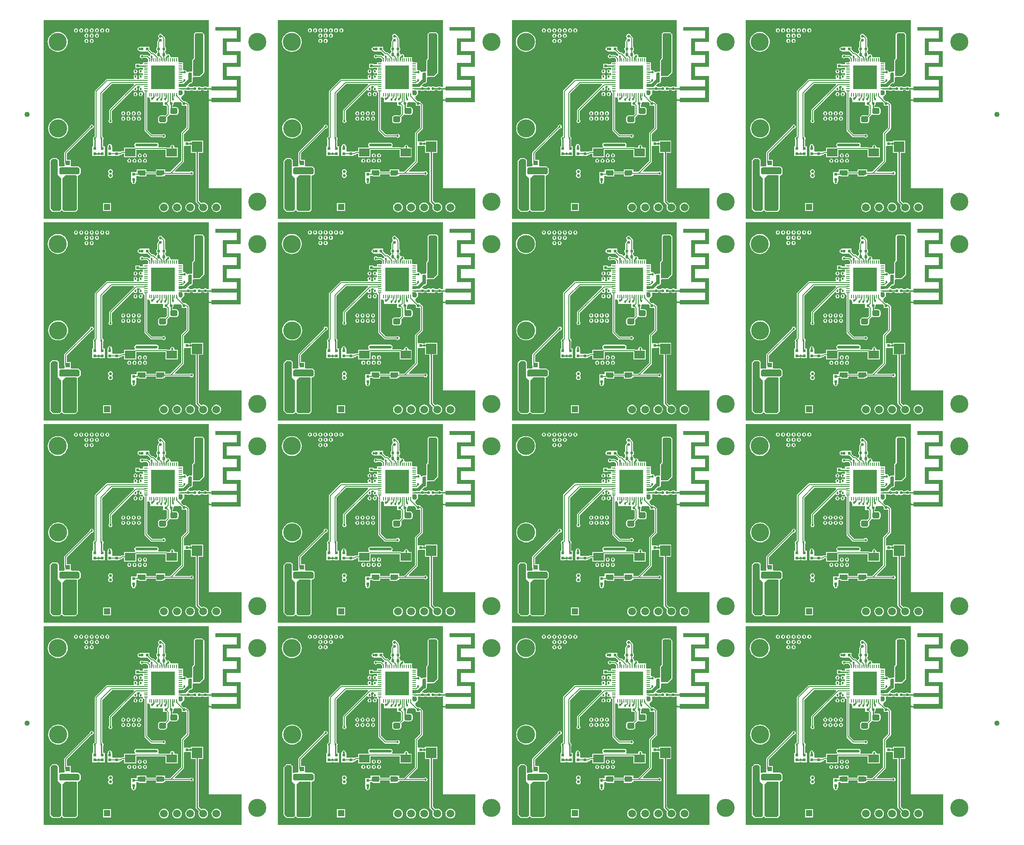
<source format=gtl>
G04*
G04 #@! TF.GenerationSoftware,Altium Limited,Altium Designer,20.2.6 (244)*
G04*
G04 Layer_Physical_Order=1*
G04 Layer_Color=255*
%FSLAX44Y44*%
%MOMM*%
G71*
G04*
G04 #@! TF.SameCoordinates,9645A69E-1417-4B4D-8682-0EA00A473316*
G04*
G04*
G04 #@! TF.FilePolarity,Positive*
G04*
G01*
G75*
%ADD10C,1.0160*%
%ADD11C,0.1524*%
%ADD12R,1.1000X0.9000*%
%ADD13R,1.1500X1.0500*%
%ADD14C,0.4000*%
G04:AMPARAMS|DCode=15|XSize=1.4mm|YSize=1.15mm|CornerRadius=0.2875mm|HoleSize=0mm|Usage=FLASHONLY|Rotation=180.000|XOffset=0mm|YOffset=0mm|HoleType=Round|Shape=RoundedRectangle|*
%AMROUNDEDRECTD15*
21,1,1.4000,0.5750,0,0,180.0*
21,1,0.8250,1.1500,0,0,180.0*
1,1,0.5750,-0.4125,0.2875*
1,1,0.5750,0.4125,0.2875*
1,1,0.5750,0.4125,-0.2875*
1,1,0.5750,-0.4125,-0.2875*
%
%ADD15ROUNDEDRECTD15*%
%ADD16R,1.4000X1.1500*%
%ADD17R,0.5000X0.5000*%
G04:AMPARAMS|DCode=18|XSize=0.53mm|YSize=0.55mm|CornerRadius=0.1325mm|HoleSize=0mm|Usage=FLASHONLY|Rotation=90.000|XOffset=0mm|YOffset=0mm|HoleType=Round|Shape=RoundedRectangle|*
%AMROUNDEDRECTD18*
21,1,0.5300,0.2850,0,0,90.0*
21,1,0.2650,0.5500,0,0,90.0*
1,1,0.2650,0.1425,0.1325*
1,1,0.2650,0.1425,-0.1325*
1,1,0.2650,-0.1425,-0.1325*
1,1,0.2650,-0.1425,0.1325*
%
%ADD18ROUNDEDRECTD18*%
%ADD19R,0.5000X0.5000*%
G04:AMPARAMS|DCode=20|XSize=0.5mm|YSize=0.5mm|CornerRadius=0.125mm|HoleSize=0mm|Usage=FLASHONLY|Rotation=270.000|XOffset=0mm|YOffset=0mm|HoleType=Round|Shape=RoundedRectangle|*
%AMROUNDEDRECTD20*
21,1,0.5000,0.2500,0,0,270.0*
21,1,0.2500,0.5000,0,0,270.0*
1,1,0.2500,-0.1250,-0.1250*
1,1,0.2500,-0.1250,0.1250*
1,1,0.2500,0.1250,0.1250*
1,1,0.2500,0.1250,-0.1250*
%
%ADD20ROUNDEDRECTD20*%
%ADD21R,0.5500X0.5300*%
G04:AMPARAMS|DCode=22|XSize=0.5mm|YSize=0.5mm|CornerRadius=0.125mm|HoleSize=0mm|Usage=FLASHONLY|Rotation=180.000|XOffset=0mm|YOffset=0mm|HoleType=Round|Shape=RoundedRectangle|*
%AMROUNDEDRECTD22*
21,1,0.5000,0.2500,0,0,180.0*
21,1,0.2500,0.5000,0,0,180.0*
1,1,0.2500,-0.1250,0.1250*
1,1,0.2500,0.1250,0.1250*
1,1,0.2500,0.1250,-0.1250*
1,1,0.2500,-0.1250,-0.1250*
%
%ADD22ROUNDEDRECTD22*%
G04:AMPARAMS|DCode=23|XSize=0.5mm|YSize=0.6mm|CornerRadius=0.125mm|HoleSize=0mm|Usage=FLASHONLY|Rotation=180.000|XOffset=0mm|YOffset=0mm|HoleType=Round|Shape=RoundedRectangle|*
%AMROUNDEDRECTD23*
21,1,0.5000,0.3500,0,0,180.0*
21,1,0.2500,0.6000,0,0,180.0*
1,1,0.2500,-0.1250,0.1750*
1,1,0.2500,0.1250,0.1750*
1,1,0.2500,0.1250,-0.1750*
1,1,0.2500,-0.1250,-0.1750*
%
%ADD23ROUNDEDRECTD23*%
%ADD24R,0.5000X0.6000*%
%ADD25R,0.6000X0.5000*%
%ADD26R,0.2500X0.7000*%
%ADD27R,0.7000X0.2500*%
%ADD28R,4.6000X4.6000*%
%ADD29R,0.7620X0.7620*%
%ADD30R,2.0000X2.0000*%
%ADD31R,2.0000X1.5000*%
%ADD32R,0.3000X0.6600*%
%ADD33R,1.4000X1.9000*%
%ADD34R,0.9000X0.8100*%
%ADD35C,0.2540*%
%ADD36C,0.5080*%
%ADD37C,0.2934*%
%ADD38C,0.5500*%
%ADD39C,1.2000*%
%ADD40R,1.2000X1.2000*%
%ADD41C,1.5000*%
%ADD42R,1.5000X1.5000*%
%ADD43C,3.5000*%
%ADD44C,0.4570*%
%ADD45C,0.7000*%
G36*
X1732250Y1534900D02*
X1732250Y1461650D01*
X1725000Y1454400D01*
X1713367Y1454400D01*
X1712412Y1455355D01*
X1712411Y1484645D01*
X1715500Y1487496D01*
X1715500Y1535650D01*
X1717250Y1537400D01*
X1729750D01*
X1732250Y1534900D01*
D02*
G37*
G36*
X1278750D02*
X1278750Y1461650D01*
X1271500Y1454400D01*
X1259867Y1454400D01*
X1258912Y1455355D01*
X1258911Y1484645D01*
X1262000Y1487496D01*
X1262000Y1535650D01*
X1263750Y1537400D01*
X1276250D01*
X1278750Y1534900D01*
D02*
G37*
G36*
X825250D02*
X825250Y1461650D01*
X818000Y1454400D01*
X806367Y1454400D01*
X805412Y1455355D01*
X805411Y1484645D01*
X808500Y1487496D01*
X808500Y1535650D01*
X810250Y1537400D01*
X822750D01*
X825250Y1534900D01*
D02*
G37*
G36*
X371750D02*
X371750Y1461650D01*
X364500Y1454400D01*
X352867Y1454400D01*
X351912Y1455355D01*
X351911Y1484645D01*
X355000Y1487496D01*
X355000Y1535650D01*
X356750Y1537400D01*
X369250D01*
X371750Y1534900D01*
D02*
G37*
G36*
X1742932Y1433258D02*
X1739901D01*
X1739683Y1433583D01*
X1738681Y1434252D01*
X1737500Y1434487D01*
X1735000D01*
X1733819Y1434252D01*
X1732817Y1433583D01*
X1732599Y1433257D01*
X1727905D01*
X1727602Y1433710D01*
X1726576Y1434396D01*
X1725365Y1434637D01*
X1722515D01*
X1721304Y1434396D01*
X1720278Y1433710D01*
X1719222D01*
X1718196Y1434396D01*
X1716985Y1434637D01*
X1714135D01*
X1712924Y1434396D01*
X1711898Y1433710D01*
X1711729Y1433458D01*
X1706767D01*
X1706683Y1433583D01*
X1705681Y1434252D01*
X1704500Y1434487D01*
X1703479D01*
X1702651Y1436487D01*
X1706501Y1440337D01*
X1708248D01*
X1708941Y1440475D01*
X1709529Y1440868D01*
X1709975Y1441314D01*
X1710968D01*
Y1442306D01*
X1711282Y1442621D01*
X1711675Y1443209D01*
X1711813Y1443902D01*
X1711813Y1451012D01*
X1711914Y1451214D01*
X1712130Y1451504D01*
X1712654Y1451963D01*
X1713813Y1452587D01*
X1725000Y1452587D01*
X1725694Y1452725D01*
X1726282Y1453118D01*
X1726282Y1453118D01*
X1733532Y1460368D01*
X1733925Y1460956D01*
X1734063Y1461650D01*
X1734063Y1534900D01*
X1733925Y1535594D01*
X1733532Y1536182D01*
X1731032Y1538682D01*
X1730444Y1539075D01*
X1729750Y1539213D01*
X1717250D01*
X1716556Y1539075D01*
X1715968Y1538682D01*
X1714218Y1536932D01*
X1713825Y1536344D01*
X1713687Y1535650D01*
X1713687Y1488723D01*
X1712411Y1487208D01*
X1712411D01*
X1711624Y1486421D01*
X1711129Y1485927D01*
X1710953Y1485663D01*
X1710766Y1485405D01*
X1710757Y1485370D01*
X1710737Y1485339D01*
X1710674Y1485027D01*
X1710600Y1484718D01*
X1710606Y1484681D01*
X1710599Y1484645D01*
X1710599Y1464782D01*
X1710492Y1464578D01*
X1710062Y1464068D01*
X1709689Y1463763D01*
X1708599Y1463213D01*
X1704711Y1463213D01*
X1704017Y1463075D01*
X1703429Y1462682D01*
X1703213Y1462466D01*
X1702221D01*
Y1462460D01*
X1701782Y1462079D01*
X1701671Y1462083D01*
X1699726Y1462943D01*
X1699588Y1463636D01*
X1698746Y1464896D01*
X1697486Y1465738D01*
X1696000Y1466034D01*
X1694958Y1465826D01*
X1693382Y1466689D01*
X1692958Y1467104D01*
Y1481034D01*
X1684500D01*
Y1482150D01*
X1683208D01*
Y1490784D01*
X1669446D01*
X1667996Y1492784D01*
X1668053Y1493069D01*
X1667757Y1494555D01*
X1666915Y1495815D01*
X1665656Y1496657D01*
X1664169Y1496953D01*
X1662683Y1496657D01*
X1662087Y1496259D01*
X1660093Y1497139D01*
X1660087Y1497145D01*
Y1497900D01*
X1659852Y1499082D01*
X1659183Y1500083D01*
X1658340Y1500647D01*
Y1503154D01*
X1659183Y1503717D01*
X1659852Y1504718D01*
X1660087Y1505900D01*
Y1508400D01*
X1659852Y1509581D01*
X1659183Y1510583D01*
X1658340Y1511147D01*
Y1525400D01*
X1658368D01*
X1658057Y1527760D01*
X1657146Y1529959D01*
X1655697Y1531847D01*
X1653809Y1533296D01*
X1653569Y1533396D01*
X1653515Y1533667D01*
X1652514Y1535164D01*
X1651017Y1536165D01*
X1649250Y1536517D01*
X1647483Y1536165D01*
X1645986Y1535164D01*
X1644985Y1533667D01*
X1644633Y1531900D01*
X1644985Y1530133D01*
X1645986Y1528636D01*
Y1527164D01*
X1644985Y1525667D01*
X1644730Y1524385D01*
X1643560Y1522635D01*
X1643092Y1520278D01*
X1643160D01*
Y1511147D01*
X1642317Y1510583D01*
X1641648Y1509581D01*
X1641413Y1508400D01*
Y1505900D01*
X1641648Y1504719D01*
X1642317Y1503717D01*
X1643160Y1503154D01*
Y1500647D01*
X1642317Y1500083D01*
X1641648Y1499082D01*
X1641494Y1498307D01*
X1639642Y1497330D01*
X1637241Y1499731D01*
X1636401Y1500293D01*
X1635410Y1500490D01*
X1632823D01*
X1627528Y1505784D01*
Y1511678D01*
X1608972D01*
Y1511171D01*
X1608500Y1510784D01*
X1607014Y1510488D01*
X1605754Y1509646D01*
X1604912Y1508386D01*
X1604616Y1506900D01*
X1604912Y1505414D01*
X1605754Y1504154D01*
X1607014Y1503312D01*
X1608500Y1503016D01*
X1608972Y1502629D01*
Y1502122D01*
X1623866D01*
X1629077Y1496910D01*
X1629434Y1494743D01*
X1628733Y1493694D01*
X1628208Y1493417D01*
X1626480Y1493118D01*
X1625065Y1494533D01*
X1624225Y1495095D01*
X1623234Y1495292D01*
X1615903D01*
X1615798Y1495448D01*
X1614538Y1496290D01*
X1613052Y1496586D01*
X1611566Y1496290D01*
X1610306Y1495448D01*
X1609464Y1494188D01*
X1609168Y1492702D01*
X1609464Y1491216D01*
X1610306Y1489956D01*
X1611566Y1489114D01*
X1613052Y1488818D01*
X1614538Y1489114D01*
X1615798Y1489956D01*
X1615903Y1490112D01*
X1622161D01*
X1625152Y1487121D01*
Y1482150D01*
X1624000D01*
Y1481034D01*
X1615402D01*
Y1477114D01*
X1608778D01*
Y1478678D01*
X1600222D01*
Y1470122D01*
X1608778D01*
Y1470898D01*
X1615402D01*
Y1467293D01*
X1614599Y1466776D01*
X1613402Y1466476D01*
X1612396Y1467148D01*
X1610910Y1467444D01*
X1609424Y1467148D01*
X1608164Y1466306D01*
X1607322Y1465046D01*
X1607026Y1463560D01*
X1607322Y1462074D01*
X1608164Y1460814D01*
X1609424Y1459972D01*
X1610910Y1459676D01*
X1612396Y1459972D01*
X1613402Y1460644D01*
X1614469Y1460354D01*
X1615402Y1459827D01*
Y1457133D01*
X1614469Y1456606D01*
X1613402Y1456316D01*
X1612396Y1456988D01*
X1610910Y1457284D01*
X1609424Y1456988D01*
X1608164Y1456146D01*
X1607322Y1454886D01*
X1607026Y1453400D01*
X1607322Y1451914D01*
X1608164Y1450654D01*
X1607548Y1448660D01*
X1604112D01*
X1603496Y1450654D01*
X1604338Y1451914D01*
X1604634Y1453400D01*
X1604338Y1454886D01*
X1603496Y1456146D01*
X1602236Y1456988D01*
X1600750Y1457284D01*
X1599264Y1456988D01*
X1598004Y1456146D01*
X1597162Y1454886D01*
X1596866Y1453400D01*
X1597162Y1451914D01*
X1598004Y1450654D01*
X1597388Y1448660D01*
X1545920D01*
X1544929Y1448463D01*
X1544089Y1447901D01*
X1522919Y1426731D01*
X1522357Y1425891D01*
X1522160Y1424900D01*
Y1339200D01*
X1522000Y1337284D01*
X1520514Y1336988D01*
X1519254Y1336146D01*
X1518412Y1334886D01*
X1518116Y1333400D01*
X1518412Y1331914D01*
X1518892Y1331195D01*
Y1317928D01*
X1517222D01*
Y1317928D01*
X1517222D01*
Y1309928D01*
X1517222Y1309372D01*
X1517222Y1309372D01*
X1517222Y1307928D01*
X1517222Y1307928D01*
X1517222Y1307372D01*
Y1299372D01*
X1526778D01*
X1526778Y1299372D01*
X1528778Y1299861D01*
X1529253Y1299766D01*
X1529722Y1299860D01*
X1531722Y1299372D01*
X1531728Y1299372D01*
Y1299372D01*
X1533722Y1299372D01*
X1541284D01*
Y1307372D01*
X1541284Y1307928D01*
X1541284Y1307928D01*
X1541284Y1309372D01*
X1541284Y1309372D01*
X1541284Y1309928D01*
Y1317928D01*
X1541222D01*
X1541222Y1317928D01*
X1538108D01*
Y1331445D01*
X1538588Y1332164D01*
X1538884Y1333650D01*
X1538588Y1335136D01*
X1537746Y1336396D01*
X1536486Y1337238D01*
X1536340Y1337267D01*
Y1420327D01*
X1555429Y1439416D01*
X1597292D01*
X1598120Y1437416D01*
X1550419Y1389715D01*
X1549857Y1388875D01*
X1549660Y1387884D01*
Y1370251D01*
X1549504Y1370146D01*
X1548662Y1368886D01*
X1548366Y1367400D01*
X1548662Y1365914D01*
X1549504Y1364654D01*
X1550764Y1363812D01*
X1552250Y1363516D01*
X1553736Y1363812D01*
X1554996Y1364654D01*
X1555838Y1365914D01*
X1556134Y1367400D01*
X1555838Y1368886D01*
X1554996Y1370146D01*
X1554840Y1370251D01*
Y1386811D01*
X1595415Y1427386D01*
X1597871Y1427013D01*
X1598004Y1426814D01*
X1599264Y1425972D01*
X1600750Y1425676D01*
X1602236Y1425972D01*
X1603496Y1426814D01*
X1604338Y1428074D01*
X1604634Y1429560D01*
X1604338Y1431046D01*
X1603496Y1432306D01*
X1604258Y1434132D01*
X1604942Y1434928D01*
X1608762D01*
X1608952Y1434419D01*
X1609095Y1432928D01*
X1608164Y1432306D01*
X1607322Y1431046D01*
X1607026Y1429560D01*
X1607322Y1428074D01*
X1608164Y1426814D01*
X1609424Y1425972D01*
X1610910Y1425676D01*
X1612396Y1425972D01*
X1613402Y1426644D01*
X1614469Y1426354D01*
X1615402Y1425827D01*
X1615402Y1424124D01*
X1614958Y1422738D01*
X1614940Y1422722D01*
X1614207Y1422389D01*
X1612952Y1422616D01*
X1612396Y1422988D01*
X1610910Y1423284D01*
X1609424Y1422988D01*
X1608164Y1422146D01*
X1607322Y1420886D01*
X1607026Y1419400D01*
X1607322Y1417914D01*
X1608164Y1416654D01*
X1609424Y1415812D01*
X1610910Y1415516D01*
X1612396Y1415812D01*
X1613656Y1416654D01*
X1614498Y1417914D01*
X1614794Y1419400D01*
X1614526Y1420745D01*
X1614660Y1421527D01*
X1615178Y1422648D01*
X1615242Y1422713D01*
X1616679Y1422975D01*
X1618090Y1421564D01*
Y1349470D01*
X1618287Y1348479D01*
X1618849Y1347639D01*
X1629919Y1336569D01*
X1630759Y1336007D01*
X1631750Y1335810D01*
X1652650D01*
X1652754Y1335654D01*
X1654014Y1334812D01*
X1655500Y1334516D01*
X1656986Y1334812D01*
X1658246Y1335654D01*
X1659088Y1336914D01*
X1659384Y1338400D01*
X1659088Y1339886D01*
X1658246Y1341146D01*
X1656986Y1341988D01*
X1655500Y1342284D01*
X1654014Y1341988D01*
X1652754Y1341146D01*
X1652650Y1340990D01*
X1632823D01*
X1623270Y1350543D01*
Y1412944D01*
X1625152Y1413228D01*
Y1413228D01*
X1627204D01*
X1627282Y1413190D01*
X1628690Y1411228D01*
X1628627Y1410912D01*
X1628922Y1409425D01*
X1629250Y1408935D01*
Y1404150D01*
X1654250D01*
Y1396900D01*
X1654337Y1396813D01*
X1660425D01*
X1661660Y1395577D01*
Y1380973D01*
X1658527Y1377840D01*
X1657625Y1378019D01*
X1649375D01*
X1647560Y1377658D01*
X1646020Y1376630D01*
X1644992Y1375090D01*
X1644631Y1373275D01*
Y1367525D01*
X1644992Y1365710D01*
X1646020Y1364170D01*
X1647560Y1363142D01*
X1649375Y1362781D01*
X1657625D01*
X1659440Y1363142D01*
X1660980Y1364170D01*
X1662008Y1365710D01*
X1662369Y1367525D01*
Y1373275D01*
X1662190Y1374177D01*
X1666081Y1378069D01*
X1666624Y1378881D01*
X1666662Y1378916D01*
X1668770Y1379670D01*
X1669559Y1379142D01*
X1671375Y1378781D01*
X1679625D01*
X1681440Y1379142D01*
X1682980Y1380170D01*
X1684008Y1381709D01*
X1684369Y1383525D01*
Y1389275D01*
X1684008Y1391091D01*
X1682980Y1392630D01*
X1681440Y1393658D01*
X1679625Y1394019D01*
X1672858D01*
Y1397500D01*
X1673183Y1397717D01*
X1673852Y1398719D01*
X1674087Y1399900D01*
Y1401818D01*
X1675031Y1403162D01*
X1675845Y1403818D01*
X1688466Y1403818D01*
X1689219Y1403065D01*
X1689219Y1403065D01*
X1690480Y1401803D01*
Y1397114D01*
X1699036D01*
X1699285Y1395217D01*
Y1354527D01*
X1689919Y1345160D01*
X1689357Y1344320D01*
X1689160Y1343329D01*
Y1289973D01*
X1667927Y1268740D01*
X1658588D01*
Y1273497D01*
X1655088D01*
Y1273498D01*
X1640032D01*
Y1269060D01*
X1621588D01*
Y1273498D01*
X1606532D01*
Y1273497D01*
X1603033D01*
Y1269762D01*
X1602028Y1268178D01*
X1592472D01*
Y1260178D01*
X1592472Y1259622D01*
X1592472Y1259622D01*
X1592472Y1258178D01*
X1592472Y1258178D01*
X1592472Y1257622D01*
Y1249622D01*
X1592472Y1249622D01*
X1593366Y1248900D01*
X1593662Y1247414D01*
X1594504Y1246154D01*
X1595764Y1245312D01*
X1597250Y1245016D01*
X1598736Y1245312D01*
X1599996Y1246154D01*
X1600838Y1247414D01*
X1601134Y1248900D01*
X1601726Y1249622D01*
X1602028D01*
Y1259357D01*
X1603033Y1260941D01*
X1606532D01*
Y1259442D01*
X1621588D01*
Y1263880D01*
X1640032D01*
Y1259442D01*
X1655088D01*
Y1260941D01*
X1658588D01*
Y1263560D01*
X1706649D01*
X1706754Y1263404D01*
X1708014Y1262562D01*
X1709500Y1262266D01*
X1710986Y1262562D01*
X1712246Y1263404D01*
X1713088Y1264664D01*
X1713384Y1266150D01*
X1713088Y1267636D01*
X1712246Y1268896D01*
X1710986Y1269738D01*
X1709500Y1270034D01*
X1708014Y1269738D01*
X1706754Y1268896D01*
X1706649Y1268740D01*
X1677865D01*
X1677100Y1270588D01*
X1693581Y1287069D01*
X1694143Y1287909D01*
X1694340Y1288900D01*
Y1318164D01*
X1695876Y1319284D01*
X1696340Y1319284D01*
X1704432D01*
X1704432Y1319284D01*
X1706432Y1319829D01*
X1707189Y1319678D01*
X1708442Y1318650D01*
Y1305788D01*
X1717112D01*
Y1211882D01*
X1717349Y1210693D01*
X1718022Y1209685D01*
X1723812Y1203895D01*
X1723161Y1202324D01*
X1722842Y1199902D01*
X1723161Y1197480D01*
X1724096Y1195223D01*
X1725583Y1193285D01*
X1727521Y1191798D01*
X1729778Y1190863D01*
X1732200Y1190544D01*
X1734622Y1190863D01*
X1736879Y1191798D01*
X1738817Y1193285D01*
X1740304Y1195223D01*
X1741239Y1197480D01*
X1741558Y1199902D01*
X1741239Y1202324D01*
X1740304Y1204581D01*
X1738817Y1206519D01*
X1736879Y1208006D01*
X1734622Y1208941D01*
X1732200Y1209260D01*
X1729778Y1208941D01*
X1728207Y1208290D01*
X1723328Y1213169D01*
Y1305788D01*
X1731998D01*
Y1329344D01*
X1708442D01*
Y1328474D01*
X1707189Y1327446D01*
X1706432Y1327295D01*
X1704432Y1327840D01*
Y1327840D01*
X1696340D01*
X1695876Y1327840D01*
X1694340Y1328960D01*
Y1342256D01*
X1703707Y1351623D01*
X1704268Y1352463D01*
X1704465Y1353454D01*
Y1398862D01*
X1704268Y1399853D01*
X1703707Y1400694D01*
X1701185Y1403215D01*
X1700345Y1403777D01*
X1699354Y1403974D01*
X1699036D01*
Y1405670D01*
X1693938D01*
X1692881Y1406727D01*
X1692881Y1406727D01*
X1689761Y1409848D01*
Y1414187D01*
X1695091Y1419518D01*
Y1426711D01*
X1699826D01*
X1700818Y1426048D01*
X1702000Y1425813D01*
X1704500D01*
X1705681Y1426048D01*
X1706683Y1426717D01*
X1706766Y1426841D01*
X1711728D01*
X1711898Y1426586D01*
X1712924Y1425900D01*
X1714135Y1425659D01*
X1716985D01*
X1718196Y1425900D01*
X1719222Y1426586D01*
X1720278D01*
X1721304Y1425900D01*
X1722515Y1425659D01*
X1725365D01*
X1726576Y1425900D01*
X1727602Y1426586D01*
X1727906Y1427041D01*
X1732600D01*
X1732817Y1426717D01*
X1733819Y1426048D01*
X1735000Y1425813D01*
X1737500D01*
X1738681Y1426048D01*
X1739683Y1426717D01*
X1739901Y1427042D01*
X1742932D01*
Y1237008D01*
X1806000D01*
Y1177990D01*
X1423090D01*
Y1563110D01*
X1742932D01*
Y1433258D01*
D02*
G37*
G36*
X1289432D02*
X1286400D01*
X1286183Y1433583D01*
X1285181Y1434252D01*
X1284000Y1434487D01*
X1281500D01*
X1280318Y1434252D01*
X1279317Y1433583D01*
X1279099Y1433257D01*
X1274405D01*
X1274102Y1433710D01*
X1273076Y1434396D01*
X1271865Y1434637D01*
X1269015D01*
X1267804Y1434396D01*
X1266778Y1433710D01*
X1265722D01*
X1264696Y1434396D01*
X1263485Y1434637D01*
X1260635D01*
X1259424Y1434396D01*
X1258398Y1433710D01*
X1258229Y1433458D01*
X1253267D01*
X1253183Y1433583D01*
X1252181Y1434252D01*
X1251000Y1434487D01*
X1249979D01*
X1249151Y1436487D01*
X1253001Y1440337D01*
X1254747D01*
X1255441Y1440475D01*
X1256029Y1440868D01*
X1256475Y1441314D01*
X1257467D01*
Y1442306D01*
X1257782Y1442621D01*
X1258175Y1443209D01*
X1258313Y1443902D01*
X1258313Y1451012D01*
X1258414Y1451214D01*
X1258630Y1451504D01*
X1259154Y1451963D01*
X1260313Y1452587D01*
X1271500Y1452587D01*
X1272194Y1452725D01*
X1272782Y1453118D01*
X1272782Y1453118D01*
X1280032Y1460368D01*
X1280425Y1460956D01*
X1280563Y1461650D01*
X1280563Y1534900D01*
X1280425Y1535594D01*
X1280032Y1536182D01*
X1277532Y1538682D01*
X1276944Y1539075D01*
X1276250Y1539213D01*
X1263750D01*
X1263056Y1539075D01*
X1262468Y1538682D01*
X1260718Y1536932D01*
X1260325Y1536344D01*
X1260187Y1535650D01*
X1260187Y1488723D01*
X1258912Y1487208D01*
X1258912D01*
X1258124Y1486421D01*
X1257629Y1485927D01*
X1257453Y1485663D01*
X1257266Y1485405D01*
X1257257Y1485370D01*
X1257237Y1485339D01*
X1257175Y1485027D01*
X1257100Y1484718D01*
X1257106Y1484681D01*
X1257099Y1484645D01*
X1257099Y1464782D01*
X1256992Y1464578D01*
X1256562Y1464068D01*
X1256189Y1463763D01*
X1255099Y1463213D01*
X1251211Y1463213D01*
X1250517Y1463075D01*
X1249929Y1462682D01*
X1249713Y1462466D01*
X1248721D01*
Y1462460D01*
X1248282Y1462079D01*
X1248171Y1462083D01*
X1246226Y1462943D01*
X1246088Y1463636D01*
X1245246Y1464896D01*
X1243986Y1465738D01*
X1242500Y1466034D01*
X1241458Y1465826D01*
X1239882Y1466689D01*
X1239458Y1467104D01*
Y1481034D01*
X1231000D01*
Y1482150D01*
X1229708D01*
Y1490784D01*
X1215946D01*
X1214496Y1492784D01*
X1214553Y1493069D01*
X1214257Y1494555D01*
X1213416Y1495815D01*
X1212156Y1496657D01*
X1210669Y1496953D01*
X1209183Y1496657D01*
X1208587Y1496259D01*
X1206593Y1497139D01*
X1206587Y1497145D01*
Y1497900D01*
X1206352Y1499082D01*
X1205683Y1500083D01*
X1204840Y1500647D01*
Y1503154D01*
X1205683Y1503717D01*
X1206352Y1504718D01*
X1206587Y1505900D01*
Y1508400D01*
X1206352Y1509581D01*
X1205683Y1510583D01*
X1204840Y1511147D01*
Y1525400D01*
X1204868D01*
X1204557Y1527760D01*
X1203646Y1529959D01*
X1202197Y1531847D01*
X1200309Y1533296D01*
X1200069Y1533396D01*
X1200015Y1533667D01*
X1199015Y1535164D01*
X1197517Y1536165D01*
X1195750Y1536517D01*
X1193983Y1536165D01*
X1192486Y1535164D01*
X1191485Y1533667D01*
X1191133Y1531900D01*
X1191485Y1530133D01*
X1192486Y1528636D01*
Y1527164D01*
X1191485Y1525667D01*
X1191230Y1524385D01*
X1190061Y1522635D01*
X1189592Y1520278D01*
X1189660D01*
Y1511147D01*
X1188817Y1510583D01*
X1188148Y1509581D01*
X1187913Y1508400D01*
Y1505900D01*
X1188148Y1504719D01*
X1188817Y1503717D01*
X1189660Y1503154D01*
Y1500647D01*
X1188817Y1500083D01*
X1188148Y1499082D01*
X1187994Y1498307D01*
X1186142Y1497330D01*
X1183741Y1499731D01*
X1182901Y1500293D01*
X1181910Y1500490D01*
X1179323D01*
X1174028Y1505784D01*
Y1511678D01*
X1155472D01*
Y1511171D01*
X1155000Y1510784D01*
X1153514Y1510488D01*
X1152254Y1509646D01*
X1151412Y1508386D01*
X1151116Y1506900D01*
X1151412Y1505414D01*
X1152254Y1504154D01*
X1153514Y1503312D01*
X1155000Y1503016D01*
X1155472Y1502629D01*
Y1502122D01*
X1170366D01*
X1175577Y1496910D01*
X1175934Y1494743D01*
X1175233Y1493694D01*
X1174708Y1493417D01*
X1172980Y1493118D01*
X1171565Y1494533D01*
X1170725Y1495095D01*
X1169734Y1495292D01*
X1162403D01*
X1162298Y1495448D01*
X1161038Y1496290D01*
X1159552Y1496586D01*
X1158066Y1496290D01*
X1156806Y1495448D01*
X1155964Y1494188D01*
X1155668Y1492702D01*
X1155964Y1491216D01*
X1156806Y1489956D01*
X1158066Y1489114D01*
X1159552Y1488818D01*
X1161038Y1489114D01*
X1162298Y1489956D01*
X1162403Y1490112D01*
X1168661D01*
X1171652Y1487121D01*
Y1482150D01*
X1170500D01*
Y1481034D01*
X1161902D01*
Y1477114D01*
X1155278D01*
Y1478678D01*
X1146722D01*
Y1470122D01*
X1155278D01*
Y1470898D01*
X1161902D01*
Y1467293D01*
X1161099Y1466776D01*
X1159902Y1466476D01*
X1158896Y1467148D01*
X1157410Y1467444D01*
X1155924Y1467148D01*
X1154664Y1466306D01*
X1153822Y1465046D01*
X1153526Y1463560D01*
X1153822Y1462074D01*
X1154664Y1460814D01*
X1155924Y1459972D01*
X1157410Y1459676D01*
X1158896Y1459972D01*
X1159902Y1460644D01*
X1160969Y1460354D01*
X1161902Y1459827D01*
Y1457133D01*
X1160969Y1456606D01*
X1159902Y1456316D01*
X1158896Y1456988D01*
X1157410Y1457284D01*
X1155924Y1456988D01*
X1154664Y1456146D01*
X1153822Y1454886D01*
X1153526Y1453400D01*
X1153822Y1451914D01*
X1154664Y1450654D01*
X1154048Y1448660D01*
X1150612D01*
X1149996Y1450654D01*
X1150838Y1451914D01*
X1151134Y1453400D01*
X1150838Y1454886D01*
X1149996Y1456146D01*
X1148736Y1456988D01*
X1147250Y1457284D01*
X1145764Y1456988D01*
X1144504Y1456146D01*
X1143662Y1454886D01*
X1143366Y1453400D01*
X1143662Y1451914D01*
X1144504Y1450654D01*
X1143888Y1448660D01*
X1092420D01*
X1091429Y1448463D01*
X1090589Y1447901D01*
X1069419Y1426731D01*
X1068857Y1425891D01*
X1068660Y1424900D01*
Y1339200D01*
X1068500Y1337284D01*
X1067014Y1336988D01*
X1065754Y1336146D01*
X1064912Y1334886D01*
X1064616Y1333400D01*
X1064912Y1331914D01*
X1065392Y1331195D01*
Y1317928D01*
X1063722D01*
Y1317928D01*
X1063722D01*
Y1309928D01*
X1063722Y1309372D01*
X1063722Y1309372D01*
X1063722Y1307928D01*
X1063722Y1307928D01*
X1063722Y1307372D01*
Y1299372D01*
X1073278D01*
X1073278Y1299372D01*
X1075278Y1299861D01*
X1075753Y1299766D01*
X1076222Y1299860D01*
X1078222Y1299372D01*
X1078228Y1299372D01*
Y1299372D01*
X1080222Y1299372D01*
X1087784D01*
Y1307372D01*
X1087784Y1307928D01*
X1087784Y1307928D01*
X1087784Y1309372D01*
X1087784Y1309372D01*
X1087784Y1309928D01*
Y1317928D01*
X1087722D01*
X1087722Y1317928D01*
X1084608D01*
Y1331445D01*
X1085088Y1332164D01*
X1085384Y1333650D01*
X1085088Y1335136D01*
X1084246Y1336396D01*
X1082986Y1337238D01*
X1082840Y1337267D01*
Y1420327D01*
X1101929Y1439416D01*
X1143792D01*
X1144620Y1437416D01*
X1096919Y1389715D01*
X1096357Y1388875D01*
X1096160Y1387884D01*
Y1370251D01*
X1096004Y1370146D01*
X1095162Y1368886D01*
X1094866Y1367400D01*
X1095162Y1365914D01*
X1096004Y1364654D01*
X1097264Y1363812D01*
X1098750Y1363516D01*
X1100236Y1363812D01*
X1101496Y1364654D01*
X1102338Y1365914D01*
X1102634Y1367400D01*
X1102338Y1368886D01*
X1101496Y1370146D01*
X1101340Y1370251D01*
Y1386811D01*
X1141915Y1427386D01*
X1144371Y1427013D01*
X1144504Y1426814D01*
X1145764Y1425972D01*
X1147250Y1425676D01*
X1148736Y1425972D01*
X1149996Y1426814D01*
X1150838Y1428074D01*
X1151134Y1429560D01*
X1150838Y1431046D01*
X1149996Y1432306D01*
X1150758Y1434132D01*
X1151442Y1434928D01*
X1155262D01*
X1155452Y1434419D01*
X1155595Y1432928D01*
X1154664Y1432306D01*
X1153822Y1431046D01*
X1153526Y1429560D01*
X1153822Y1428074D01*
X1154664Y1426814D01*
X1155924Y1425972D01*
X1157410Y1425676D01*
X1158896Y1425972D01*
X1159902Y1426644D01*
X1160969Y1426354D01*
X1161902Y1425827D01*
X1161902Y1424124D01*
X1161458Y1422738D01*
X1161440Y1422722D01*
X1160707Y1422389D01*
X1159452Y1422616D01*
X1158896Y1422988D01*
X1157410Y1423284D01*
X1155924Y1422988D01*
X1154664Y1422146D01*
X1153822Y1420886D01*
X1153526Y1419400D01*
X1153822Y1417914D01*
X1154664Y1416654D01*
X1155924Y1415812D01*
X1157410Y1415516D01*
X1158896Y1415812D01*
X1160156Y1416654D01*
X1160998Y1417914D01*
X1161294Y1419400D01*
X1161026Y1420745D01*
X1161160Y1421527D01*
X1161678Y1422648D01*
X1161742Y1422713D01*
X1163179Y1422975D01*
X1164590Y1421564D01*
Y1349470D01*
X1164787Y1348479D01*
X1165349Y1347639D01*
X1176419Y1336569D01*
X1177259Y1336007D01*
X1178250Y1335810D01*
X1199149D01*
X1199254Y1335654D01*
X1200514Y1334812D01*
X1202000Y1334516D01*
X1203486Y1334812D01*
X1204746Y1335654D01*
X1205588Y1336914D01*
X1205884Y1338400D01*
X1205588Y1339886D01*
X1204746Y1341146D01*
X1203486Y1341988D01*
X1202000Y1342284D01*
X1200514Y1341988D01*
X1199254Y1341146D01*
X1199149Y1340990D01*
X1179323D01*
X1169770Y1350543D01*
Y1412944D01*
X1171652Y1413228D01*
Y1413228D01*
X1173704D01*
X1173782Y1413190D01*
X1175190Y1411228D01*
X1175127Y1410912D01*
X1175422Y1409425D01*
X1175750Y1408935D01*
Y1404150D01*
X1200750D01*
Y1396900D01*
X1200837Y1396813D01*
X1206925D01*
X1208160Y1395577D01*
Y1380973D01*
X1205027Y1377840D01*
X1204125Y1378019D01*
X1195875D01*
X1194060Y1377658D01*
X1192520Y1376630D01*
X1191492Y1375090D01*
X1191131Y1373275D01*
Y1367525D01*
X1191492Y1365710D01*
X1192520Y1364170D01*
X1194060Y1363142D01*
X1195875Y1362781D01*
X1204125D01*
X1205940Y1363142D01*
X1207480Y1364170D01*
X1208508Y1365710D01*
X1208869Y1367525D01*
Y1373275D01*
X1208690Y1374177D01*
X1212581Y1378069D01*
X1213124Y1378881D01*
X1213161Y1378916D01*
X1215270Y1379670D01*
X1216059Y1379142D01*
X1217875Y1378781D01*
X1226125D01*
X1227941Y1379142D01*
X1229480Y1380170D01*
X1230508Y1381709D01*
X1230869Y1383525D01*
Y1389275D01*
X1230508Y1391091D01*
X1229480Y1392630D01*
X1227941Y1393658D01*
X1226125Y1394019D01*
X1219358D01*
Y1397500D01*
X1219683Y1397717D01*
X1220352Y1398719D01*
X1220587Y1399900D01*
Y1401818D01*
X1221531Y1403162D01*
X1222345Y1403818D01*
X1234966Y1403818D01*
X1235719Y1403065D01*
X1235719Y1403065D01*
X1236980Y1401803D01*
Y1397114D01*
X1245536D01*
X1245786Y1395217D01*
Y1354527D01*
X1236419Y1345160D01*
X1235857Y1344320D01*
X1235660Y1343329D01*
Y1289973D01*
X1214427Y1268740D01*
X1205088D01*
Y1273497D01*
X1201588D01*
Y1273498D01*
X1186532D01*
Y1269060D01*
X1168088D01*
Y1273498D01*
X1153032D01*
Y1273497D01*
X1149532D01*
Y1269762D01*
X1148528Y1268178D01*
X1138972D01*
Y1260178D01*
X1138972Y1259622D01*
X1138972Y1259622D01*
X1138972Y1258178D01*
X1138972Y1258178D01*
X1138972Y1257622D01*
Y1249622D01*
X1138972Y1249622D01*
X1139866Y1248900D01*
X1140162Y1247414D01*
X1141004Y1246154D01*
X1142264Y1245312D01*
X1143750Y1245016D01*
X1145236Y1245312D01*
X1146496Y1246154D01*
X1147338Y1247414D01*
X1147634Y1248900D01*
X1148226Y1249622D01*
X1148528D01*
Y1259357D01*
X1149532Y1260941D01*
X1153032D01*
Y1259442D01*
X1168088D01*
Y1263880D01*
X1186532D01*
Y1259442D01*
X1201588D01*
Y1260941D01*
X1205088D01*
Y1263560D01*
X1253149D01*
X1253254Y1263404D01*
X1254514Y1262562D01*
X1256000Y1262266D01*
X1257486Y1262562D01*
X1258746Y1263404D01*
X1259588Y1264664D01*
X1259884Y1266150D01*
X1259588Y1267636D01*
X1258746Y1268896D01*
X1257486Y1269738D01*
X1256000Y1270034D01*
X1254514Y1269738D01*
X1253254Y1268896D01*
X1253149Y1268740D01*
X1224365D01*
X1223600Y1270588D01*
X1240081Y1287069D01*
X1240643Y1287909D01*
X1240840Y1288900D01*
Y1318164D01*
X1242376Y1319284D01*
X1242840Y1319284D01*
X1250932D01*
X1250932Y1319284D01*
X1252932Y1319829D01*
X1253689Y1319678D01*
X1254942Y1318650D01*
Y1305788D01*
X1263612D01*
Y1211882D01*
X1263849Y1210693D01*
X1264522Y1209685D01*
X1270312Y1203895D01*
X1269661Y1202324D01*
X1269342Y1199902D01*
X1269661Y1197480D01*
X1270596Y1195223D01*
X1272083Y1193285D01*
X1274021Y1191798D01*
X1276278Y1190863D01*
X1278700Y1190544D01*
X1281122Y1190863D01*
X1283379Y1191798D01*
X1285317Y1193285D01*
X1286804Y1195223D01*
X1287739Y1197480D01*
X1288058Y1199902D01*
X1287739Y1202324D01*
X1286804Y1204581D01*
X1285317Y1206519D01*
X1283379Y1208006D01*
X1281122Y1208941D01*
X1278700Y1209260D01*
X1276278Y1208941D01*
X1274707Y1208290D01*
X1269828Y1213169D01*
Y1305788D01*
X1278498D01*
Y1329344D01*
X1254942D01*
Y1328474D01*
X1253689Y1327446D01*
X1252932Y1327295D01*
X1250932Y1327840D01*
Y1327840D01*
X1242840D01*
X1242376Y1327840D01*
X1240840Y1328960D01*
Y1342256D01*
X1250207Y1351623D01*
X1250768Y1352463D01*
X1250965Y1353454D01*
Y1398862D01*
X1250768Y1399853D01*
X1250207Y1400694D01*
X1247685Y1403215D01*
X1246845Y1403777D01*
X1245854Y1403974D01*
X1245536D01*
Y1405670D01*
X1240439D01*
X1239381Y1406727D01*
X1239381Y1406727D01*
X1236261Y1409848D01*
Y1414187D01*
X1241591Y1419518D01*
Y1426711D01*
X1246326D01*
X1247318Y1426048D01*
X1248500Y1425813D01*
X1251000D01*
X1252181Y1426048D01*
X1253183Y1426717D01*
X1253266Y1426841D01*
X1258228D01*
X1258398Y1426586D01*
X1259424Y1425900D01*
X1260635Y1425659D01*
X1263485D01*
X1264696Y1425900D01*
X1265722Y1426586D01*
X1266778D01*
X1267804Y1425900D01*
X1269015Y1425659D01*
X1271865D01*
X1273076Y1425900D01*
X1274102Y1426586D01*
X1274406Y1427041D01*
X1279100D01*
X1279317Y1426717D01*
X1280318Y1426048D01*
X1281500Y1425813D01*
X1284000D01*
X1285181Y1426048D01*
X1286183Y1426717D01*
X1286400Y1427042D01*
X1289432D01*
Y1237008D01*
X1352500D01*
Y1177990D01*
X969590D01*
Y1563110D01*
X1289432D01*
Y1433258D01*
D02*
G37*
G36*
X835932D02*
X832900D01*
X832683Y1433583D01*
X831681Y1434252D01*
X830500Y1434487D01*
X828000D01*
X826818Y1434252D01*
X825817Y1433583D01*
X825599Y1433257D01*
X820905D01*
X820602Y1433710D01*
X819576Y1434396D01*
X818365Y1434637D01*
X815515D01*
X814304Y1434396D01*
X813278Y1433710D01*
X812222D01*
X811196Y1434396D01*
X809985Y1434637D01*
X807135D01*
X805924Y1434396D01*
X804898Y1433710D01*
X804729Y1433458D01*
X799767D01*
X799683Y1433583D01*
X798681Y1434252D01*
X797500Y1434487D01*
X796479D01*
X795651Y1436487D01*
X799501Y1440337D01*
X801247D01*
X801941Y1440475D01*
X802529Y1440868D01*
X802975Y1441314D01*
X803968D01*
Y1442306D01*
X804282Y1442621D01*
X804675Y1443209D01*
X804813Y1443902D01*
X804813Y1451012D01*
X804914Y1451214D01*
X805130Y1451504D01*
X805654Y1451963D01*
X806813Y1452587D01*
X818000Y1452587D01*
X818694Y1452725D01*
X819282Y1453118D01*
X819282Y1453118D01*
X826532Y1460368D01*
X826925Y1460956D01*
X827063Y1461650D01*
X827063Y1534900D01*
X826925Y1535594D01*
X826532Y1536182D01*
X824032Y1538682D01*
X823444Y1539075D01*
X822750Y1539213D01*
X810250D01*
X809556Y1539075D01*
X808968Y1538682D01*
X807218Y1536932D01*
X806825Y1536344D01*
X806687Y1535650D01*
X806687Y1488723D01*
X805412Y1487208D01*
X805411D01*
X804624Y1486421D01*
X804129Y1485927D01*
X803953Y1485663D01*
X803766Y1485405D01*
X803757Y1485370D01*
X803737Y1485339D01*
X803674Y1485027D01*
X803600Y1484718D01*
X803606Y1484681D01*
X803599Y1484645D01*
X803599Y1464782D01*
X803492Y1464578D01*
X803062Y1464068D01*
X802689Y1463763D01*
X801599Y1463213D01*
X797711Y1463213D01*
X797017Y1463075D01*
X796429Y1462682D01*
X796213Y1462466D01*
X795221D01*
Y1462460D01*
X794782Y1462079D01*
X794671Y1462083D01*
X792726Y1462943D01*
X792588Y1463636D01*
X791746Y1464896D01*
X790486Y1465738D01*
X789000Y1466034D01*
X787958Y1465826D01*
X786382Y1466689D01*
X785958Y1467104D01*
Y1481034D01*
X777500D01*
Y1482150D01*
X776208D01*
Y1490784D01*
X762446D01*
X760996Y1492784D01*
X761053Y1493069D01*
X760757Y1494555D01*
X759915Y1495815D01*
X758655Y1496657D01*
X757169Y1496953D01*
X755683Y1496657D01*
X755087Y1496259D01*
X753093Y1497139D01*
X753087Y1497145D01*
Y1497900D01*
X752852Y1499082D01*
X752183Y1500083D01*
X751340Y1500647D01*
Y1503154D01*
X752183Y1503717D01*
X752852Y1504718D01*
X753087Y1505900D01*
Y1508400D01*
X752852Y1509581D01*
X752183Y1510583D01*
X751340Y1511147D01*
Y1525400D01*
X751368D01*
X751057Y1527760D01*
X750146Y1529959D01*
X748697Y1531847D01*
X746809Y1533296D01*
X746569Y1533396D01*
X746515Y1533667D01*
X745515Y1535164D01*
X744017Y1536165D01*
X742250Y1536517D01*
X740483Y1536165D01*
X738986Y1535164D01*
X737985Y1533667D01*
X737633Y1531900D01*
X737985Y1530133D01*
X738986Y1528636D01*
Y1527164D01*
X737985Y1525667D01*
X737730Y1524385D01*
X736561Y1522635D01*
X736092Y1520278D01*
X736160D01*
Y1511147D01*
X735317Y1510583D01*
X734648Y1509581D01*
X734413Y1508400D01*
Y1505900D01*
X734648Y1504719D01*
X735317Y1503717D01*
X736160Y1503154D01*
Y1500647D01*
X735317Y1500083D01*
X734648Y1499082D01*
X734494Y1498307D01*
X732642Y1497330D01*
X730241Y1499731D01*
X729401Y1500293D01*
X728410Y1500490D01*
X725823D01*
X720528Y1505784D01*
Y1511678D01*
X701972D01*
Y1511171D01*
X701500Y1510784D01*
X700014Y1510488D01*
X698754Y1509646D01*
X697912Y1508386D01*
X697616Y1506900D01*
X697912Y1505414D01*
X698754Y1504154D01*
X700014Y1503312D01*
X701500Y1503016D01*
X701972Y1502629D01*
Y1502122D01*
X716865D01*
X722077Y1496910D01*
X722434Y1494743D01*
X721733Y1493694D01*
X721208Y1493417D01*
X719480Y1493118D01*
X718065Y1494533D01*
X717225Y1495095D01*
X716234Y1495292D01*
X708903D01*
X708798Y1495448D01*
X707538Y1496290D01*
X706052Y1496586D01*
X704566Y1496290D01*
X703306Y1495448D01*
X702464Y1494188D01*
X702168Y1492702D01*
X702464Y1491216D01*
X703306Y1489956D01*
X704566Y1489114D01*
X706052Y1488818D01*
X707538Y1489114D01*
X708798Y1489956D01*
X708903Y1490112D01*
X715161D01*
X718152Y1487121D01*
Y1482150D01*
X717000D01*
Y1481034D01*
X708402D01*
Y1477114D01*
X701778D01*
Y1478678D01*
X693222D01*
Y1470122D01*
X701778D01*
Y1470898D01*
X708402D01*
Y1467293D01*
X707599Y1466776D01*
X706402Y1466476D01*
X705396Y1467148D01*
X703910Y1467444D01*
X702424Y1467148D01*
X701164Y1466306D01*
X700322Y1465046D01*
X700026Y1463560D01*
X700322Y1462074D01*
X701164Y1460814D01*
X702424Y1459972D01*
X703910Y1459676D01*
X705396Y1459972D01*
X706402Y1460644D01*
X707469Y1460354D01*
X708402Y1459827D01*
Y1457133D01*
X707469Y1456606D01*
X706402Y1456316D01*
X705396Y1456988D01*
X703910Y1457284D01*
X702424Y1456988D01*
X701164Y1456146D01*
X700322Y1454886D01*
X700026Y1453400D01*
X700322Y1451914D01*
X701164Y1450654D01*
X700548Y1448660D01*
X697112D01*
X696496Y1450654D01*
X697338Y1451914D01*
X697634Y1453400D01*
X697338Y1454886D01*
X696496Y1456146D01*
X695236Y1456988D01*
X693750Y1457284D01*
X692264Y1456988D01*
X691004Y1456146D01*
X690162Y1454886D01*
X689866Y1453400D01*
X690162Y1451914D01*
X691004Y1450654D01*
X690388Y1448660D01*
X638920D01*
X637929Y1448463D01*
X637089Y1447901D01*
X615919Y1426731D01*
X615357Y1425891D01*
X615160Y1424900D01*
Y1339200D01*
X615000Y1337284D01*
X613514Y1336988D01*
X612254Y1336146D01*
X611412Y1334886D01*
X611116Y1333400D01*
X611412Y1331914D01*
X611892Y1331195D01*
Y1317928D01*
X610222D01*
Y1317928D01*
X610222D01*
Y1309928D01*
X610222Y1309372D01*
X610222Y1309372D01*
X610222Y1307928D01*
X610222Y1307928D01*
X610222Y1307372D01*
Y1299372D01*
X619778D01*
X619778Y1299372D01*
X621778Y1299861D01*
X622253Y1299766D01*
X622722Y1299860D01*
X624722Y1299372D01*
X624728Y1299372D01*
Y1299372D01*
X626722Y1299372D01*
X634284D01*
Y1307372D01*
X634284Y1307928D01*
X634284Y1307928D01*
X634284Y1309372D01*
X634284Y1309372D01*
X634284Y1309928D01*
Y1317928D01*
X634222D01*
X634222Y1317928D01*
X631108D01*
Y1331445D01*
X631588Y1332164D01*
X631884Y1333650D01*
X631588Y1335136D01*
X630746Y1336396D01*
X629486Y1337238D01*
X629340Y1337267D01*
Y1420327D01*
X648429Y1439416D01*
X690292D01*
X691120Y1437416D01*
X643419Y1389715D01*
X642857Y1388875D01*
X642660Y1387884D01*
Y1370251D01*
X642504Y1370146D01*
X641662Y1368886D01*
X641366Y1367400D01*
X641662Y1365914D01*
X642504Y1364654D01*
X643764Y1363812D01*
X645250Y1363516D01*
X646736Y1363812D01*
X647996Y1364654D01*
X648838Y1365914D01*
X649134Y1367400D01*
X648838Y1368886D01*
X647996Y1370146D01*
X647840Y1370251D01*
Y1386811D01*
X688415Y1427386D01*
X690871Y1427013D01*
X691004Y1426814D01*
X692264Y1425972D01*
X693750Y1425676D01*
X695236Y1425972D01*
X696496Y1426814D01*
X697338Y1428074D01*
X697634Y1429560D01*
X697338Y1431046D01*
X696496Y1432306D01*
X697258Y1434132D01*
X697942Y1434928D01*
X701762D01*
X701952Y1434419D01*
X702095Y1432928D01*
X701164Y1432306D01*
X700322Y1431046D01*
X700026Y1429560D01*
X700322Y1428074D01*
X701164Y1426814D01*
X702424Y1425972D01*
X703910Y1425676D01*
X705396Y1425972D01*
X706402Y1426644D01*
X707469Y1426354D01*
X708402Y1425827D01*
X708402Y1424124D01*
X707958Y1422738D01*
X707940Y1422722D01*
X707207Y1422389D01*
X705952Y1422616D01*
X705396Y1422988D01*
X703910Y1423284D01*
X702424Y1422988D01*
X701164Y1422146D01*
X700322Y1420886D01*
X700026Y1419400D01*
X700322Y1417914D01*
X701164Y1416654D01*
X702424Y1415812D01*
X703910Y1415516D01*
X705396Y1415812D01*
X706656Y1416654D01*
X707498Y1417914D01*
X707794Y1419400D01*
X707526Y1420745D01*
X707660Y1421527D01*
X708178Y1422648D01*
X708242Y1422713D01*
X709679Y1422975D01*
X711090Y1421564D01*
Y1349470D01*
X711287Y1348479D01*
X711849Y1347639D01*
X722919Y1336569D01*
X723759Y1336007D01*
X724750Y1335810D01*
X745649D01*
X745754Y1335654D01*
X747014Y1334812D01*
X748500Y1334516D01*
X749986Y1334812D01*
X751246Y1335654D01*
X752088Y1336914D01*
X752384Y1338400D01*
X752088Y1339886D01*
X751246Y1341146D01*
X749986Y1341988D01*
X748500Y1342284D01*
X747014Y1341988D01*
X745754Y1341146D01*
X745649Y1340990D01*
X725823D01*
X716270Y1350543D01*
Y1412944D01*
X718152Y1413228D01*
Y1413228D01*
X720204D01*
X720282Y1413190D01*
X721690Y1411228D01*
X721627Y1410912D01*
X721922Y1409425D01*
X722250Y1408935D01*
Y1404150D01*
X747250D01*
Y1396900D01*
X747337Y1396813D01*
X753425D01*
X754660Y1395577D01*
Y1380973D01*
X751527Y1377840D01*
X750625Y1378019D01*
X742375D01*
X740559Y1377658D01*
X739020Y1376630D01*
X737992Y1375090D01*
X737631Y1373275D01*
Y1367525D01*
X737992Y1365710D01*
X739020Y1364170D01*
X740559Y1363142D01*
X742375Y1362781D01*
X750625D01*
X752440Y1363142D01*
X753980Y1364170D01*
X755008Y1365710D01*
X755369Y1367525D01*
Y1373275D01*
X755190Y1374177D01*
X759081Y1378069D01*
X759624Y1378881D01*
X759661Y1378916D01*
X761769Y1379670D01*
X762560Y1379142D01*
X764375Y1378781D01*
X772625D01*
X774441Y1379142D01*
X775980Y1380170D01*
X777008Y1381709D01*
X777369Y1383525D01*
Y1389275D01*
X777008Y1391091D01*
X775980Y1392630D01*
X774441Y1393658D01*
X772625Y1394019D01*
X765858D01*
Y1397500D01*
X766183Y1397717D01*
X766852Y1398719D01*
X767087Y1399900D01*
Y1401818D01*
X768031Y1403162D01*
X768845Y1403818D01*
X781466Y1403818D01*
X782219Y1403065D01*
X782219Y1403065D01*
X783480Y1401803D01*
Y1397114D01*
X792036D01*
X792286Y1395217D01*
Y1354527D01*
X782919Y1345160D01*
X782357Y1344320D01*
X782160Y1343329D01*
Y1289973D01*
X760927Y1268740D01*
X751588D01*
Y1273497D01*
X748088D01*
Y1273498D01*
X733032D01*
Y1269060D01*
X714588D01*
Y1273498D01*
X699532D01*
Y1273497D01*
X696032D01*
Y1269762D01*
X695028Y1268178D01*
X685472D01*
Y1260178D01*
X685472Y1259622D01*
X685472Y1259622D01*
X685472Y1258178D01*
X685472Y1258178D01*
X685472Y1257622D01*
Y1249622D01*
X685472Y1249622D01*
X686366Y1248900D01*
X686662Y1247414D01*
X687504Y1246154D01*
X688764Y1245312D01*
X690250Y1245016D01*
X691736Y1245312D01*
X692996Y1246154D01*
X693838Y1247414D01*
X694134Y1248900D01*
X694726Y1249622D01*
X695028D01*
Y1259357D01*
X696032Y1260941D01*
X699532D01*
Y1259442D01*
X714588D01*
Y1263880D01*
X733032D01*
Y1259442D01*
X748088D01*
Y1260941D01*
X751588D01*
Y1263560D01*
X799649D01*
X799754Y1263404D01*
X801014Y1262562D01*
X802500Y1262266D01*
X803986Y1262562D01*
X805246Y1263404D01*
X806088Y1264664D01*
X806384Y1266150D01*
X806088Y1267636D01*
X805246Y1268896D01*
X803986Y1269738D01*
X802500Y1270034D01*
X801014Y1269738D01*
X799754Y1268896D01*
X799649Y1268740D01*
X770865D01*
X770100Y1270588D01*
X786581Y1287069D01*
X787143Y1287909D01*
X787340Y1288900D01*
Y1318164D01*
X788876Y1319284D01*
X789340Y1319284D01*
X797432D01*
X797432Y1319284D01*
X799432Y1319829D01*
X800189Y1319678D01*
X801442Y1318650D01*
Y1305788D01*
X810112D01*
Y1211882D01*
X810349Y1210693D01*
X811022Y1209685D01*
X816812Y1203895D01*
X816161Y1202324D01*
X815842Y1199902D01*
X816161Y1197480D01*
X817096Y1195223D01*
X818583Y1193285D01*
X820521Y1191798D01*
X822778Y1190863D01*
X825200Y1190544D01*
X827622Y1190863D01*
X829879Y1191798D01*
X831817Y1193285D01*
X833304Y1195223D01*
X834239Y1197480D01*
X834558Y1199902D01*
X834239Y1202324D01*
X833304Y1204581D01*
X831817Y1206519D01*
X829879Y1208006D01*
X827622Y1208941D01*
X825200Y1209260D01*
X822778Y1208941D01*
X821207Y1208290D01*
X816328Y1213169D01*
Y1305788D01*
X824998D01*
Y1329344D01*
X801442D01*
Y1328474D01*
X800189Y1327446D01*
X799432Y1327295D01*
X797432Y1327840D01*
Y1327840D01*
X789340D01*
X788876Y1327840D01*
X787340Y1328960D01*
Y1342256D01*
X796706Y1351623D01*
X797268Y1352463D01*
X797465Y1353454D01*
Y1398862D01*
X797268Y1399853D01*
X796706Y1400694D01*
X794185Y1403215D01*
X793345Y1403777D01*
X792354Y1403974D01*
X792036D01*
Y1405670D01*
X786938D01*
X785881Y1406727D01*
X785881Y1406727D01*
X782761Y1409848D01*
Y1414187D01*
X788091Y1419518D01*
Y1426711D01*
X792826D01*
X793819Y1426048D01*
X795000Y1425813D01*
X797500D01*
X798681Y1426048D01*
X799683Y1426717D01*
X799766Y1426841D01*
X804728D01*
X804898Y1426586D01*
X805924Y1425900D01*
X807135Y1425659D01*
X809985D01*
X811196Y1425900D01*
X812222Y1426586D01*
X813278D01*
X814304Y1425900D01*
X815515Y1425659D01*
X818365D01*
X819576Y1425900D01*
X820602Y1426586D01*
X820906Y1427041D01*
X825600D01*
X825817Y1426717D01*
X826818Y1426048D01*
X828000Y1425813D01*
X830500D01*
X831681Y1426048D01*
X832683Y1426717D01*
X832900Y1427042D01*
X835932D01*
Y1237008D01*
X899000D01*
Y1177990D01*
X516090D01*
Y1563110D01*
X835932D01*
Y1433258D01*
D02*
G37*
G36*
X382432D02*
X379400D01*
X379183Y1433583D01*
X378181Y1434252D01*
X377000Y1434487D01*
X374500D01*
X373318Y1434252D01*
X372317Y1433583D01*
X372099Y1433257D01*
X367405D01*
X367102Y1433710D01*
X366076Y1434396D01*
X364865Y1434637D01*
X362015D01*
X360804Y1434396D01*
X359778Y1433710D01*
X358722D01*
X357696Y1434396D01*
X356485Y1434637D01*
X353635D01*
X352424Y1434396D01*
X351398Y1433710D01*
X351229Y1433458D01*
X346267D01*
X346183Y1433583D01*
X345182Y1434252D01*
X344000Y1434487D01*
X342980D01*
X342151Y1436487D01*
X346001Y1440337D01*
X347747D01*
X348441Y1440475D01*
X349029Y1440868D01*
X349475Y1441314D01*
X350467D01*
Y1442306D01*
X350782Y1442621D01*
X351175Y1443209D01*
X351313Y1443902D01*
X351313Y1451012D01*
X351414Y1451214D01*
X351630Y1451504D01*
X352154Y1451963D01*
X353313Y1452587D01*
X364500Y1452587D01*
X365194Y1452725D01*
X365782Y1453118D01*
X365782Y1453118D01*
X373032Y1460368D01*
X373425Y1460956D01*
X373563Y1461650D01*
X373563Y1534900D01*
X373425Y1535594D01*
X373032Y1536182D01*
X370532Y1538682D01*
X369944Y1539075D01*
X369250Y1539213D01*
X356750D01*
X356056Y1539075D01*
X355468Y1538682D01*
X353718Y1536932D01*
X353325Y1536344D01*
X353187Y1535650D01*
X353187Y1488723D01*
X351912Y1487208D01*
X351911D01*
X351124Y1486421D01*
X350630Y1485927D01*
X350453Y1485663D01*
X350266Y1485405D01*
X350257Y1485370D01*
X350237Y1485339D01*
X350174Y1485027D01*
X350100Y1484718D01*
X350106Y1484681D01*
X350099Y1484645D01*
X350099Y1464782D01*
X349992Y1464578D01*
X349562Y1464068D01*
X349189Y1463763D01*
X348099Y1463213D01*
X344211Y1463213D01*
X343517Y1463075D01*
X342929Y1462682D01*
X342713Y1462466D01*
X341721D01*
Y1462460D01*
X341282Y1462079D01*
X341171Y1462083D01*
X339226Y1462943D01*
X339088Y1463636D01*
X338246Y1464896D01*
X336986Y1465738D01*
X335500Y1466034D01*
X334458Y1465826D01*
X332882Y1466689D01*
X332458Y1467104D01*
Y1481034D01*
X324000D01*
Y1482150D01*
X322708D01*
Y1490784D01*
X308946D01*
X307496Y1492784D01*
X307553Y1493069D01*
X307257Y1494555D01*
X306415Y1495815D01*
X305156Y1496657D01*
X303669Y1496953D01*
X302183Y1496657D01*
X301587Y1496259D01*
X299593Y1497139D01*
X299587Y1497145D01*
Y1497900D01*
X299352Y1499082D01*
X298683Y1500083D01*
X297840Y1500647D01*
Y1503154D01*
X298683Y1503717D01*
X299352Y1504718D01*
X299587Y1505900D01*
Y1508400D01*
X299352Y1509581D01*
X298683Y1510583D01*
X297840Y1511147D01*
Y1525400D01*
X297868D01*
X297557Y1527760D01*
X296646Y1529959D01*
X295197Y1531847D01*
X293309Y1533296D01*
X293069Y1533396D01*
X293015Y1533667D01*
X292015Y1535164D01*
X290517Y1536165D01*
X288750Y1536517D01*
X286983Y1536165D01*
X285485Y1535164D01*
X284485Y1533667D01*
X284133Y1531900D01*
X284485Y1530133D01*
X285485Y1528636D01*
Y1527164D01*
X284485Y1525667D01*
X284230Y1524385D01*
X283060Y1522635D01*
X282592Y1520278D01*
X282660D01*
Y1511147D01*
X281817Y1510583D01*
X281148Y1509581D01*
X280913Y1508400D01*
Y1505900D01*
X281148Y1504719D01*
X281817Y1503717D01*
X282660Y1503154D01*
Y1500647D01*
X281817Y1500083D01*
X281148Y1499082D01*
X280994Y1498307D01*
X279142Y1497330D01*
X276741Y1499731D01*
X275901Y1500293D01*
X274910Y1500490D01*
X272323D01*
X267028Y1505784D01*
Y1511678D01*
X248472D01*
Y1511171D01*
X248000Y1510784D01*
X246514Y1510488D01*
X245254Y1509646D01*
X244412Y1508386D01*
X244116Y1506900D01*
X244412Y1505414D01*
X245254Y1504154D01*
X246514Y1503312D01*
X248000Y1503016D01*
X248472Y1502629D01*
Y1502122D01*
X263365D01*
X268577Y1496910D01*
X268934Y1494743D01*
X268233Y1493694D01*
X267708Y1493417D01*
X265980Y1493118D01*
X264565Y1494533D01*
X263725Y1495095D01*
X262734Y1495292D01*
X255403D01*
X255298Y1495448D01*
X254038Y1496290D01*
X252552Y1496586D01*
X251066Y1496290D01*
X249806Y1495448D01*
X248964Y1494188D01*
X248668Y1492702D01*
X248964Y1491216D01*
X249806Y1489956D01*
X251066Y1489114D01*
X252552Y1488818D01*
X254038Y1489114D01*
X255298Y1489956D01*
X255403Y1490112D01*
X261661D01*
X264652Y1487121D01*
Y1482150D01*
X263500D01*
Y1481034D01*
X254902D01*
Y1477114D01*
X248278D01*
Y1478678D01*
X239722D01*
Y1470122D01*
X248278D01*
Y1470898D01*
X254902D01*
Y1467293D01*
X254099Y1466776D01*
X252902Y1466476D01*
X251896Y1467148D01*
X250410Y1467444D01*
X248924Y1467148D01*
X247664Y1466306D01*
X246822Y1465046D01*
X246526Y1463560D01*
X246822Y1462074D01*
X247664Y1460814D01*
X248924Y1459972D01*
X250410Y1459676D01*
X251896Y1459972D01*
X252902Y1460644D01*
X253969Y1460354D01*
X254902Y1459827D01*
Y1457133D01*
X253969Y1456606D01*
X252902Y1456316D01*
X251896Y1456988D01*
X250410Y1457284D01*
X248924Y1456988D01*
X247664Y1456146D01*
X246822Y1454886D01*
X246526Y1453400D01*
X246822Y1451914D01*
X247664Y1450654D01*
X247048Y1448660D01*
X243612D01*
X242996Y1450654D01*
X243838Y1451914D01*
X244134Y1453400D01*
X243838Y1454886D01*
X242996Y1456146D01*
X241736Y1456988D01*
X240250Y1457284D01*
X238764Y1456988D01*
X237504Y1456146D01*
X236662Y1454886D01*
X236366Y1453400D01*
X236662Y1451914D01*
X237504Y1450654D01*
X236888Y1448660D01*
X185420D01*
X184429Y1448463D01*
X183589Y1447901D01*
X162419Y1426731D01*
X161857Y1425891D01*
X161660Y1424900D01*
Y1339200D01*
X161500Y1337284D01*
X160014Y1336988D01*
X158754Y1336146D01*
X157912Y1334886D01*
X157616Y1333400D01*
X157912Y1331914D01*
X158392Y1331195D01*
Y1317928D01*
X156722D01*
Y1317928D01*
X156722D01*
Y1309928D01*
X156722Y1309372D01*
X156722Y1309372D01*
X156722Y1307928D01*
X156722Y1307928D01*
X156722Y1307372D01*
Y1299372D01*
X166278D01*
X166278Y1299372D01*
X168278Y1299861D01*
X168753Y1299766D01*
X169222Y1299860D01*
X171222Y1299372D01*
X171228Y1299372D01*
Y1299372D01*
X173222Y1299372D01*
X180784D01*
Y1307372D01*
X180784Y1307928D01*
X180784Y1307928D01*
X180784Y1309372D01*
X180784Y1309372D01*
X180784Y1309928D01*
Y1317928D01*
X180722D01*
X180722Y1317928D01*
X177608D01*
Y1331445D01*
X178088Y1332164D01*
X178384Y1333650D01*
X178088Y1335136D01*
X177246Y1336396D01*
X175986Y1337238D01*
X175840Y1337267D01*
Y1420327D01*
X194929Y1439416D01*
X236792D01*
X237620Y1437416D01*
X189919Y1389715D01*
X189357Y1388875D01*
X189160Y1387884D01*
Y1370251D01*
X189004Y1370146D01*
X188162Y1368886D01*
X187866Y1367400D01*
X188162Y1365914D01*
X189004Y1364654D01*
X190264Y1363812D01*
X191750Y1363516D01*
X193236Y1363812D01*
X194496Y1364654D01*
X195338Y1365914D01*
X195634Y1367400D01*
X195338Y1368886D01*
X194496Y1370146D01*
X194340Y1370251D01*
Y1386811D01*
X234915Y1427386D01*
X237371Y1427013D01*
X237504Y1426814D01*
X238764Y1425972D01*
X240250Y1425676D01*
X241736Y1425972D01*
X242996Y1426814D01*
X243838Y1428074D01*
X244134Y1429560D01*
X243838Y1431046D01*
X242996Y1432306D01*
X243758Y1434132D01*
X244442Y1434928D01*
X248262D01*
X248451Y1434419D01*
X248595Y1432928D01*
X247664Y1432306D01*
X246822Y1431046D01*
X246526Y1429560D01*
X246822Y1428074D01*
X247664Y1426814D01*
X248924Y1425972D01*
X250410Y1425676D01*
X251896Y1425972D01*
X252902Y1426644D01*
X253969Y1426354D01*
X254902Y1425827D01*
X254902Y1424124D01*
X254458Y1422738D01*
X254440Y1422722D01*
X253707Y1422389D01*
X252452Y1422616D01*
X251896Y1422988D01*
X250410Y1423284D01*
X248924Y1422988D01*
X247664Y1422146D01*
X246822Y1420886D01*
X246526Y1419400D01*
X246822Y1417914D01*
X247664Y1416654D01*
X248924Y1415812D01*
X250410Y1415516D01*
X251896Y1415812D01*
X253156Y1416654D01*
X253998Y1417914D01*
X254294Y1419400D01*
X254026Y1420745D01*
X254160Y1421527D01*
X254678Y1422648D01*
X254742Y1422713D01*
X256179Y1422975D01*
X257590Y1421564D01*
Y1349470D01*
X257787Y1348479D01*
X258349Y1347639D01*
X269419Y1336569D01*
X270259Y1336007D01*
X271250Y1335810D01*
X292149D01*
X292254Y1335654D01*
X293514Y1334812D01*
X295000Y1334516D01*
X296486Y1334812D01*
X297746Y1335654D01*
X298588Y1336914D01*
X298884Y1338400D01*
X298588Y1339886D01*
X297746Y1341146D01*
X296486Y1341988D01*
X295000Y1342284D01*
X293514Y1341988D01*
X292254Y1341146D01*
X292149Y1340990D01*
X272323D01*
X262770Y1350543D01*
Y1412944D01*
X264652Y1413228D01*
Y1413228D01*
X266704D01*
X266782Y1413190D01*
X268190Y1411228D01*
X268127Y1410912D01*
X268422Y1409425D01*
X268750Y1408935D01*
Y1404150D01*
X293750D01*
Y1396900D01*
X293837Y1396813D01*
X299925D01*
X301160Y1395577D01*
Y1380973D01*
X298027Y1377840D01*
X297125Y1378019D01*
X288875D01*
X287059Y1377658D01*
X285520Y1376630D01*
X284492Y1375090D01*
X284131Y1373275D01*
Y1367525D01*
X284492Y1365710D01*
X285520Y1364170D01*
X287059Y1363142D01*
X288875Y1362781D01*
X297125D01*
X298941Y1363142D01*
X300480Y1364170D01*
X301508Y1365710D01*
X301869Y1367525D01*
Y1373275D01*
X301690Y1374177D01*
X305581Y1378069D01*
X306124Y1378881D01*
X306161Y1378916D01*
X308270Y1379670D01*
X309060Y1379142D01*
X310875Y1378781D01*
X319125D01*
X320941Y1379142D01*
X322480Y1380170D01*
X323508Y1381709D01*
X323869Y1383525D01*
Y1389275D01*
X323508Y1391091D01*
X322480Y1392630D01*
X320941Y1393658D01*
X319125Y1394019D01*
X312358D01*
Y1397500D01*
X312683Y1397717D01*
X313352Y1398719D01*
X313587Y1399900D01*
Y1401818D01*
X314531Y1403162D01*
X315345Y1403818D01*
X327966Y1403818D01*
X328719Y1403065D01*
X328719Y1403065D01*
X329980Y1401803D01*
Y1397114D01*
X338536D01*
X338786Y1395217D01*
Y1354527D01*
X329419Y1345160D01*
X328857Y1344320D01*
X328660Y1343329D01*
Y1289973D01*
X307427Y1268740D01*
X298088D01*
Y1273497D01*
X294588D01*
Y1273498D01*
X279532D01*
Y1269060D01*
X261088D01*
Y1273498D01*
X246032D01*
Y1273497D01*
X242532D01*
Y1269762D01*
X241528Y1268178D01*
X231972D01*
Y1260178D01*
X231972Y1259622D01*
X231972Y1259622D01*
X231972Y1258178D01*
X231972Y1258178D01*
X231972Y1257622D01*
Y1249622D01*
X231972Y1249622D01*
X232866Y1248900D01*
X233162Y1247414D01*
X234004Y1246154D01*
X235264Y1245312D01*
X236750Y1245016D01*
X238236Y1245312D01*
X239496Y1246154D01*
X240338Y1247414D01*
X240634Y1248900D01*
X241226Y1249622D01*
X241528D01*
Y1259357D01*
X242533Y1260941D01*
X246032D01*
Y1259442D01*
X261088D01*
Y1263880D01*
X279532D01*
Y1259442D01*
X294588D01*
Y1260941D01*
X298088D01*
Y1263560D01*
X346149D01*
X346254Y1263404D01*
X347514Y1262562D01*
X349000Y1262266D01*
X350486Y1262562D01*
X351746Y1263404D01*
X352588Y1264664D01*
X352884Y1266150D01*
X352588Y1267636D01*
X351746Y1268896D01*
X350486Y1269738D01*
X349000Y1270034D01*
X347514Y1269738D01*
X346254Y1268896D01*
X346149Y1268740D01*
X317365D01*
X316600Y1270588D01*
X333081Y1287069D01*
X333643Y1287909D01*
X333840Y1288900D01*
Y1318164D01*
X335376Y1319284D01*
X335840Y1319284D01*
X343932D01*
X343932Y1319284D01*
X345932Y1319829D01*
X346689Y1319678D01*
X347942Y1318650D01*
Y1305788D01*
X356612D01*
Y1211882D01*
X356849Y1210693D01*
X357523Y1209685D01*
X363312Y1203895D01*
X362661Y1202324D01*
X362342Y1199902D01*
X362661Y1197480D01*
X363596Y1195223D01*
X365083Y1193285D01*
X367021Y1191798D01*
X369278Y1190863D01*
X371700Y1190544D01*
X374122Y1190863D01*
X376379Y1191798D01*
X378317Y1193285D01*
X379804Y1195223D01*
X380739Y1197480D01*
X381058Y1199902D01*
X380739Y1202324D01*
X379804Y1204581D01*
X378317Y1206519D01*
X376379Y1208006D01*
X374122Y1208941D01*
X371700Y1209260D01*
X369278Y1208941D01*
X367707Y1208290D01*
X362828Y1213169D01*
Y1305788D01*
X371498D01*
Y1329344D01*
X347942D01*
Y1328474D01*
X346689Y1327446D01*
X345932Y1327295D01*
X343932Y1327840D01*
Y1327840D01*
X335840D01*
X335376Y1327840D01*
X333840Y1328960D01*
Y1342256D01*
X343206Y1351623D01*
X343768Y1352463D01*
X343965Y1353454D01*
Y1398862D01*
X343768Y1399853D01*
X343206Y1400694D01*
X340685Y1403215D01*
X339845Y1403777D01*
X338854Y1403974D01*
X338536D01*
Y1405670D01*
X333438D01*
X332381Y1406727D01*
X332381Y1406727D01*
X329261Y1409848D01*
Y1414187D01*
X334591Y1419518D01*
Y1426711D01*
X339326D01*
X340318Y1426048D01*
X341500Y1425813D01*
X344000D01*
X345182Y1426048D01*
X346183Y1426717D01*
X346266Y1426841D01*
X351228D01*
X351398Y1426586D01*
X352424Y1425900D01*
X353635Y1425659D01*
X356485D01*
X357696Y1425900D01*
X358722Y1426586D01*
X359778D01*
X360804Y1425900D01*
X362015Y1425659D01*
X364865D01*
X366076Y1425900D01*
X367102Y1426586D01*
X367406Y1427041D01*
X372100D01*
X372317Y1426717D01*
X373318Y1426048D01*
X374500Y1425813D01*
X377000D01*
X378181Y1426048D01*
X379183Y1426717D01*
X379400Y1427042D01*
X382432D01*
Y1237008D01*
X445500D01*
Y1177990D01*
X62590D01*
Y1563110D01*
X382432D01*
Y1433258D01*
D02*
G37*
G36*
X1709017Y1461400D02*
X1710000Y1460417D01*
X1710000Y1443902D01*
X1708248Y1442150D01*
X1705750D01*
X1697250Y1433650D01*
X1684250D01*
Y1439150D01*
X1693750Y1439150D01*
X1703250Y1448650D01*
X1703250Y1459939D01*
X1704711Y1461400D01*
X1709017Y1461400D01*
D02*
G37*
G36*
X1255517D02*
X1256500Y1460417D01*
X1256500Y1443902D01*
X1254747Y1442150D01*
X1252250D01*
X1243750Y1433650D01*
X1230750D01*
Y1439150D01*
X1240250Y1439150D01*
X1249750Y1448650D01*
X1249750Y1459939D01*
X1251211Y1461400D01*
X1255517Y1461400D01*
D02*
G37*
G36*
X802017D02*
X803000Y1460417D01*
X803000Y1443902D01*
X801247Y1442150D01*
X798750D01*
X790250Y1433650D01*
X777250D01*
Y1439150D01*
X786750Y1439150D01*
X796250Y1448650D01*
X796250Y1459939D01*
X797711Y1461400D01*
X802017Y1461400D01*
D02*
G37*
G36*
X348517D02*
X349500Y1460417D01*
X349500Y1443902D01*
X347747Y1442150D01*
X345250D01*
X336750Y1433650D01*
X323750D01*
Y1439150D01*
X333250Y1439150D01*
X342750Y1448650D01*
X342750Y1459939D01*
X344211Y1461400D01*
X348517Y1461400D01*
D02*
G37*
G36*
X1692250Y1424900D02*
Y1419650D01*
X1689750Y1417150D01*
X1686500D01*
X1684250Y1419400D01*
Y1425900D01*
X1691250D01*
X1692250Y1424900D01*
D02*
G37*
G36*
X1238750D02*
Y1419650D01*
X1236250Y1417150D01*
X1233000D01*
X1230750Y1419400D01*
Y1425900D01*
X1237750D01*
X1238750Y1424900D01*
D02*
G37*
G36*
X785250D02*
Y1419650D01*
X782750Y1417150D01*
X779500D01*
X777250Y1419400D01*
Y1425900D01*
X784250D01*
X785250Y1424900D01*
D02*
G37*
G36*
X331750D02*
Y1419650D01*
X329250Y1417150D01*
X326000D01*
X323750Y1419400D01*
Y1425900D01*
X330750D01*
X331750Y1424900D01*
D02*
G37*
G36*
X1804897Y1520222D02*
X1777897D01*
Y1502762D01*
X1804897D01*
Y1472222D01*
X1777897D01*
Y1454653D01*
X1804897D01*
Y1403380D01*
X1748357D01*
Y1412186D01*
X1797357D01*
Y1426379D01*
X1748357D01*
Y1433919D01*
X1797357D01*
Y1447113D01*
X1770357D01*
Y1479762D01*
X1797357D01*
Y1495222D01*
X1770357D01*
Y1527762D01*
X1797357D01*
Y1542222D01*
X1755625D01*
Y1549762D01*
X1804897D01*
Y1520222D01*
D02*
G37*
G36*
X1351397D02*
X1324397D01*
Y1502762D01*
X1351397D01*
Y1472222D01*
X1324397D01*
Y1454653D01*
X1351397D01*
Y1403380D01*
X1294857D01*
Y1412186D01*
X1343857D01*
Y1426379D01*
X1294857D01*
Y1433919D01*
X1343857D01*
Y1447113D01*
X1316857D01*
Y1479762D01*
X1343857D01*
Y1495222D01*
X1316857D01*
Y1527762D01*
X1343857D01*
Y1542222D01*
X1302125D01*
Y1549762D01*
X1351397D01*
Y1520222D01*
D02*
G37*
G36*
X897897D02*
X870897D01*
Y1502762D01*
X897897D01*
Y1472222D01*
X870897D01*
Y1454653D01*
X897897D01*
Y1403380D01*
X841357D01*
Y1412186D01*
X890357D01*
Y1426379D01*
X841357D01*
Y1433919D01*
X890357D01*
Y1447113D01*
X863357D01*
Y1479762D01*
X890357D01*
Y1495222D01*
X863357D01*
Y1527762D01*
X890357D01*
Y1542222D01*
X848625D01*
Y1549762D01*
X897897D01*
Y1520222D01*
D02*
G37*
G36*
X444397D02*
X417397D01*
Y1502762D01*
X444397D01*
Y1472222D01*
X417397D01*
Y1454653D01*
X444397D01*
Y1403380D01*
X387857D01*
Y1412186D01*
X436857D01*
Y1426379D01*
X387857D01*
Y1433919D01*
X436857D01*
Y1447113D01*
X409857D01*
Y1479762D01*
X436857D01*
Y1495222D01*
X409857D01*
Y1527762D01*
X436857D01*
Y1542222D01*
X395125D01*
Y1549762D01*
X444397D01*
Y1520222D01*
D02*
G37*
G36*
X1732250Y1143100D02*
X1732250Y1069850D01*
X1725000Y1062600D01*
X1713367Y1062600D01*
X1712412Y1063555D01*
X1712411Y1092845D01*
X1715500Y1095696D01*
X1715500Y1143850D01*
X1717250Y1145600D01*
X1729750D01*
X1732250Y1143100D01*
D02*
G37*
G36*
X1278750D02*
X1278750Y1069850D01*
X1271500Y1062600D01*
X1259867Y1062600D01*
X1258912Y1063555D01*
X1258911Y1092845D01*
X1262000Y1095696D01*
X1262000Y1143850D01*
X1263750Y1145600D01*
X1276250D01*
X1278750Y1143100D01*
D02*
G37*
G36*
X825250D02*
X825250Y1069850D01*
X818000Y1062600D01*
X806367Y1062600D01*
X805412Y1063555D01*
X805411Y1092845D01*
X808500Y1095696D01*
X808500Y1143850D01*
X810250Y1145600D01*
X822750D01*
X825250Y1143100D01*
D02*
G37*
G36*
X371750D02*
X371750Y1069850D01*
X364500Y1062600D01*
X352867Y1062600D01*
X351912Y1063555D01*
X351911Y1092845D01*
X355000Y1095696D01*
X355000Y1143850D01*
X356750Y1145600D01*
X369250D01*
X371750Y1143100D01*
D02*
G37*
G36*
X1742932Y1041458D02*
X1739901D01*
X1739683Y1041783D01*
X1738681Y1042452D01*
X1737500Y1042687D01*
X1735000D01*
X1733819Y1042452D01*
X1732817Y1041783D01*
X1732599Y1041457D01*
X1727905D01*
X1727602Y1041910D01*
X1726576Y1042596D01*
X1725365Y1042837D01*
X1722515D01*
X1721304Y1042596D01*
X1720278Y1041910D01*
X1719222D01*
X1718196Y1042596D01*
X1716985Y1042837D01*
X1714135D01*
X1712924Y1042596D01*
X1711898Y1041910D01*
X1711729Y1041658D01*
X1706767D01*
X1706683Y1041783D01*
X1705681Y1042452D01*
X1704500Y1042687D01*
X1703479D01*
X1702651Y1044687D01*
X1706501Y1048537D01*
X1708248D01*
X1708941Y1048675D01*
X1709529Y1049068D01*
X1709975Y1049514D01*
X1710968D01*
Y1050506D01*
X1711282Y1050821D01*
X1711675Y1051409D01*
X1711813Y1052103D01*
X1711813Y1059212D01*
X1711914Y1059414D01*
X1712130Y1059704D01*
X1712654Y1060163D01*
X1713813Y1060787D01*
X1725000Y1060787D01*
X1725694Y1060925D01*
X1726282Y1061318D01*
X1726282Y1061318D01*
X1733532Y1068568D01*
X1733925Y1069156D01*
X1734063Y1069850D01*
X1734063Y1143100D01*
X1733925Y1143794D01*
X1733532Y1144382D01*
X1731032Y1146882D01*
X1730444Y1147275D01*
X1729750Y1147413D01*
X1717250D01*
X1716556Y1147275D01*
X1715968Y1146882D01*
X1714218Y1145132D01*
X1713825Y1144544D01*
X1713687Y1143850D01*
X1713687Y1096923D01*
X1712411Y1095408D01*
X1712411D01*
X1711624Y1094621D01*
X1711129Y1094127D01*
X1710953Y1093863D01*
X1710766Y1093605D01*
X1710757Y1093569D01*
X1710737Y1093539D01*
X1710674Y1093227D01*
X1710600Y1092918D01*
X1710606Y1092881D01*
X1710599Y1092845D01*
X1710599Y1072982D01*
X1710492Y1072778D01*
X1710062Y1072268D01*
X1709689Y1071963D01*
X1708599Y1071413D01*
X1704711Y1071413D01*
X1704017Y1071275D01*
X1703429Y1070882D01*
X1703213Y1070666D01*
X1702221D01*
Y1070659D01*
X1701782Y1070279D01*
X1701671Y1070283D01*
X1699726Y1071143D01*
X1699588Y1071836D01*
X1698746Y1073096D01*
X1697486Y1073938D01*
X1696000Y1074234D01*
X1694958Y1074026D01*
X1693382Y1074889D01*
X1692958Y1075304D01*
Y1089234D01*
X1684500D01*
Y1090350D01*
X1683208D01*
Y1098984D01*
X1669446D01*
X1667996Y1100984D01*
X1668053Y1101269D01*
X1667757Y1102755D01*
X1666915Y1104015D01*
X1665656Y1104857D01*
X1664169Y1105153D01*
X1662683Y1104857D01*
X1662087Y1104459D01*
X1660093Y1105339D01*
X1660087Y1105345D01*
Y1106100D01*
X1659852Y1107281D01*
X1659183Y1108283D01*
X1658340Y1108847D01*
Y1111354D01*
X1659183Y1111917D01*
X1659852Y1112918D01*
X1660087Y1114100D01*
Y1116600D01*
X1659852Y1117782D01*
X1659183Y1118783D01*
X1658340Y1119347D01*
Y1133600D01*
X1658368D01*
X1658057Y1135960D01*
X1657146Y1138159D01*
X1655697Y1140047D01*
X1653809Y1141496D01*
X1653569Y1141596D01*
X1653515Y1141867D01*
X1652514Y1143364D01*
X1651017Y1144365D01*
X1649250Y1144717D01*
X1647483Y1144365D01*
X1645986Y1143364D01*
X1644985Y1141867D01*
X1644633Y1140100D01*
X1644985Y1138333D01*
X1645986Y1136835D01*
Y1135365D01*
X1644985Y1133867D01*
X1644730Y1132585D01*
X1643560Y1130835D01*
X1643092Y1128478D01*
X1643160D01*
Y1119347D01*
X1642317Y1118783D01*
X1641648Y1117782D01*
X1641413Y1116600D01*
Y1114100D01*
X1641648Y1112919D01*
X1642317Y1111917D01*
X1643160Y1111354D01*
Y1108847D01*
X1642317Y1108283D01*
X1641648Y1107281D01*
X1641494Y1106507D01*
X1639642Y1105530D01*
X1637241Y1107931D01*
X1636401Y1108493D01*
X1635410Y1108690D01*
X1632823D01*
X1627528Y1113985D01*
Y1119878D01*
X1608972D01*
Y1119371D01*
X1608500Y1118984D01*
X1607014Y1118688D01*
X1605754Y1117846D01*
X1604912Y1116586D01*
X1604616Y1115100D01*
X1604912Y1113614D01*
X1605754Y1112354D01*
X1607014Y1111512D01*
X1608500Y1111216D01*
X1608972Y1110829D01*
Y1110322D01*
X1623866D01*
X1629077Y1105110D01*
X1629434Y1102943D01*
X1628733Y1101894D01*
X1628208Y1101617D01*
X1626480Y1101318D01*
X1625065Y1102733D01*
X1624225Y1103295D01*
X1623234Y1103492D01*
X1615903D01*
X1615798Y1103648D01*
X1614538Y1104490D01*
X1613052Y1104786D01*
X1611566Y1104490D01*
X1610306Y1103648D01*
X1609464Y1102388D01*
X1609168Y1100902D01*
X1609464Y1099416D01*
X1610306Y1098156D01*
X1611566Y1097314D01*
X1613052Y1097018D01*
X1614538Y1097314D01*
X1615798Y1098156D01*
X1615903Y1098312D01*
X1622161D01*
X1625152Y1095322D01*
Y1090350D01*
X1624000D01*
Y1089234D01*
X1615402D01*
Y1085314D01*
X1608778D01*
Y1086878D01*
X1600222D01*
Y1078322D01*
X1608778D01*
Y1079098D01*
X1615402D01*
Y1075493D01*
X1614599Y1074976D01*
X1613402Y1074676D01*
X1612396Y1075348D01*
X1610910Y1075644D01*
X1609424Y1075348D01*
X1608164Y1074506D01*
X1607322Y1073246D01*
X1607026Y1071760D01*
X1607322Y1070274D01*
X1608164Y1069014D01*
X1609424Y1068172D01*
X1610910Y1067876D01*
X1612396Y1068172D01*
X1613402Y1068844D01*
X1614469Y1068554D01*
X1615402Y1068027D01*
Y1065333D01*
X1614469Y1064806D01*
X1613402Y1064516D01*
X1612396Y1065188D01*
X1610910Y1065484D01*
X1609424Y1065188D01*
X1608164Y1064346D01*
X1607322Y1063086D01*
X1607026Y1061600D01*
X1607322Y1060114D01*
X1608164Y1058854D01*
X1607548Y1056860D01*
X1604112D01*
X1603496Y1058854D01*
X1604338Y1060114D01*
X1604634Y1061600D01*
X1604338Y1063086D01*
X1603496Y1064346D01*
X1602236Y1065188D01*
X1600750Y1065484D01*
X1599264Y1065188D01*
X1598004Y1064346D01*
X1597162Y1063086D01*
X1596866Y1061600D01*
X1597162Y1060114D01*
X1598004Y1058854D01*
X1597388Y1056860D01*
X1545920D01*
X1544929Y1056663D01*
X1544089Y1056101D01*
X1522919Y1034931D01*
X1522357Y1034091D01*
X1522160Y1033100D01*
Y947400D01*
X1522000Y945484D01*
X1520514Y945188D01*
X1519254Y944346D01*
X1518412Y943086D01*
X1518116Y941600D01*
X1518412Y940114D01*
X1518892Y939395D01*
Y926128D01*
X1517222D01*
Y926128D01*
X1517222D01*
Y918128D01*
X1517222Y917572D01*
X1517222Y917572D01*
X1517222Y916128D01*
X1517222Y916128D01*
X1517222Y915572D01*
Y907572D01*
X1526778D01*
X1526778Y907572D01*
X1528778Y908061D01*
X1529253Y907966D01*
X1529722Y908060D01*
X1531722Y907572D01*
X1531728Y907572D01*
Y907572D01*
X1533722Y907572D01*
X1541284D01*
Y915572D01*
X1541284Y916128D01*
X1541284Y916128D01*
X1541284Y917572D01*
X1541284Y917572D01*
X1541284Y918128D01*
Y926128D01*
X1541222D01*
X1541222Y926128D01*
X1538108D01*
Y939645D01*
X1538588Y940364D01*
X1538884Y941850D01*
X1538588Y943336D01*
X1537746Y944596D01*
X1536486Y945438D01*
X1536340Y945467D01*
Y1028527D01*
X1555429Y1047616D01*
X1597292D01*
X1598120Y1045616D01*
X1550419Y997915D01*
X1549857Y997075D01*
X1549660Y996084D01*
Y978451D01*
X1549504Y978346D01*
X1548662Y977086D01*
X1548366Y975600D01*
X1548662Y974114D01*
X1549504Y972854D01*
X1550764Y972012D01*
X1552250Y971716D01*
X1553736Y972012D01*
X1554996Y972854D01*
X1555838Y974114D01*
X1556134Y975600D01*
X1555838Y977086D01*
X1554996Y978346D01*
X1554840Y978451D01*
Y995011D01*
X1595415Y1035586D01*
X1597871Y1035213D01*
X1598004Y1035014D01*
X1599264Y1034172D01*
X1600750Y1033876D01*
X1602236Y1034172D01*
X1603496Y1035014D01*
X1604338Y1036274D01*
X1604634Y1037760D01*
X1604338Y1039246D01*
X1603496Y1040506D01*
X1604258Y1042332D01*
X1604942Y1043128D01*
X1608762D01*
X1608952Y1042619D01*
X1609095Y1041128D01*
X1608164Y1040506D01*
X1607322Y1039246D01*
X1607026Y1037760D01*
X1607322Y1036274D01*
X1608164Y1035014D01*
X1609424Y1034172D01*
X1610910Y1033876D01*
X1612396Y1034172D01*
X1613402Y1034844D01*
X1614469Y1034554D01*
X1615402Y1034027D01*
X1615402Y1032324D01*
X1614958Y1030938D01*
X1614940Y1030922D01*
X1614207Y1030589D01*
X1612952Y1030816D01*
X1612396Y1031188D01*
X1610910Y1031484D01*
X1609424Y1031188D01*
X1608164Y1030346D01*
X1607322Y1029086D01*
X1607026Y1027600D01*
X1607322Y1026114D01*
X1608164Y1024854D01*
X1609424Y1024012D01*
X1610910Y1023716D01*
X1612396Y1024012D01*
X1613656Y1024854D01*
X1614498Y1026114D01*
X1614794Y1027600D01*
X1614526Y1028945D01*
X1614660Y1029727D01*
X1615178Y1030848D01*
X1615242Y1030913D01*
X1616679Y1031175D01*
X1618090Y1029764D01*
Y957670D01*
X1618287Y956679D01*
X1618849Y955839D01*
X1629919Y944769D01*
X1630759Y944207D01*
X1631750Y944010D01*
X1652650D01*
X1652754Y943854D01*
X1654014Y943012D01*
X1655500Y942716D01*
X1656986Y943012D01*
X1658246Y943854D01*
X1659088Y945114D01*
X1659384Y946600D01*
X1659088Y948086D01*
X1658246Y949346D01*
X1656986Y950188D01*
X1655500Y950484D01*
X1654014Y950188D01*
X1652754Y949346D01*
X1652650Y949190D01*
X1632823D01*
X1623270Y958743D01*
Y1021144D01*
X1625152Y1021428D01*
Y1021428D01*
X1627204D01*
X1627282Y1021390D01*
X1628690Y1019428D01*
X1628627Y1019111D01*
X1628922Y1017625D01*
X1629250Y1017135D01*
Y1012350D01*
X1654250D01*
Y1005100D01*
X1654337Y1005013D01*
X1660425D01*
X1661660Y1003777D01*
Y989173D01*
X1658527Y986040D01*
X1657625Y986219D01*
X1649375D01*
X1647560Y985858D01*
X1646020Y984830D01*
X1644992Y983290D01*
X1644631Y981475D01*
Y975725D01*
X1644992Y973910D01*
X1646020Y972370D01*
X1647560Y971342D01*
X1649375Y970981D01*
X1657625D01*
X1659440Y971342D01*
X1660980Y972370D01*
X1662008Y973910D01*
X1662369Y975725D01*
Y981475D01*
X1662190Y982377D01*
X1666081Y986269D01*
X1666624Y987081D01*
X1666662Y987116D01*
X1668770Y987870D01*
X1669559Y987342D01*
X1671375Y986981D01*
X1679625D01*
X1681440Y987342D01*
X1682980Y988370D01*
X1684008Y989910D01*
X1684369Y991725D01*
Y997475D01*
X1684008Y999290D01*
X1682980Y1000830D01*
X1681440Y1001858D01*
X1679625Y1002219D01*
X1672858D01*
Y1005699D01*
X1673183Y1005917D01*
X1673852Y1006918D01*
X1674087Y1008100D01*
Y1010018D01*
X1675031Y1011362D01*
X1675845Y1012018D01*
X1688466Y1012018D01*
X1689219Y1011265D01*
X1689219Y1011265D01*
X1690480Y1010004D01*
Y1005314D01*
X1699036D01*
X1699285Y1003417D01*
Y962727D01*
X1689919Y953360D01*
X1689357Y952520D01*
X1689160Y951529D01*
Y898173D01*
X1667927Y876940D01*
X1658588D01*
Y881697D01*
X1655088D01*
Y881698D01*
X1640032D01*
Y877260D01*
X1621588D01*
Y881698D01*
X1606532D01*
Y881697D01*
X1603033D01*
Y877962D01*
X1602028Y876378D01*
X1592472D01*
Y868378D01*
X1592472Y867822D01*
X1592472Y867822D01*
X1592472Y866378D01*
X1592472Y866378D01*
X1592472Y865822D01*
Y857822D01*
X1592472Y857822D01*
X1593366Y857100D01*
X1593662Y855614D01*
X1594504Y854354D01*
X1595764Y853512D01*
X1597250Y853216D01*
X1598736Y853512D01*
X1599996Y854354D01*
X1600838Y855614D01*
X1601134Y857100D01*
X1601726Y857822D01*
X1602028D01*
Y867557D01*
X1603033Y869141D01*
X1606532D01*
Y867642D01*
X1621588D01*
Y872080D01*
X1640032D01*
Y867642D01*
X1655088D01*
Y869141D01*
X1658588D01*
Y871760D01*
X1706649D01*
X1706754Y871604D01*
X1708014Y870762D01*
X1709500Y870466D01*
X1710986Y870762D01*
X1712246Y871604D01*
X1713088Y872864D01*
X1713384Y874350D01*
X1713088Y875836D01*
X1712246Y877096D01*
X1710986Y877938D01*
X1709500Y878234D01*
X1708014Y877938D01*
X1706754Y877096D01*
X1706649Y876940D01*
X1677865D01*
X1677100Y878788D01*
X1693581Y895269D01*
X1694143Y896109D01*
X1694340Y897100D01*
Y926364D01*
X1695876Y927484D01*
X1696340Y927484D01*
X1704432D01*
X1704432Y927484D01*
X1706432Y928029D01*
X1707189Y927878D01*
X1708442Y926850D01*
Y913988D01*
X1717112D01*
Y820082D01*
X1717349Y818893D01*
X1718022Y817885D01*
X1723812Y812095D01*
X1723161Y810524D01*
X1722842Y808102D01*
X1723161Y805680D01*
X1724096Y803423D01*
X1725583Y801485D01*
X1727521Y799998D01*
X1729778Y799063D01*
X1732200Y798744D01*
X1734622Y799063D01*
X1736879Y799998D01*
X1738817Y801485D01*
X1740304Y803423D01*
X1741239Y805680D01*
X1741558Y808102D01*
X1741239Y810524D01*
X1740304Y812781D01*
X1738817Y814719D01*
X1736879Y816206D01*
X1734622Y817141D01*
X1732200Y817460D01*
X1729778Y817141D01*
X1728207Y816490D01*
X1723328Y821369D01*
Y913988D01*
X1731998D01*
Y937544D01*
X1708442D01*
Y936674D01*
X1707189Y935646D01*
X1706432Y935495D01*
X1704432Y936040D01*
Y936040D01*
X1696340D01*
X1695876Y936040D01*
X1694340Y937160D01*
Y950456D01*
X1703707Y959823D01*
X1704268Y960663D01*
X1704465Y961654D01*
Y1007062D01*
X1704268Y1008053D01*
X1703707Y1008894D01*
X1701185Y1011415D01*
X1700345Y1011977D01*
X1699354Y1012174D01*
X1699036D01*
Y1013870D01*
X1693938D01*
X1692881Y1014927D01*
X1692881Y1014927D01*
X1689761Y1018048D01*
Y1022387D01*
X1695091Y1027718D01*
Y1034911D01*
X1699826D01*
X1700818Y1034248D01*
X1702000Y1034013D01*
X1704500D01*
X1705681Y1034248D01*
X1706683Y1034917D01*
X1706766Y1035041D01*
X1711728D01*
X1711898Y1034786D01*
X1712924Y1034100D01*
X1714135Y1033859D01*
X1716985D01*
X1718196Y1034100D01*
X1719222Y1034786D01*
X1720278D01*
X1721304Y1034100D01*
X1722515Y1033859D01*
X1725365D01*
X1726576Y1034100D01*
X1727602Y1034786D01*
X1727906Y1035241D01*
X1732600D01*
X1732817Y1034917D01*
X1733819Y1034248D01*
X1735000Y1034013D01*
X1737500D01*
X1738681Y1034248D01*
X1739683Y1034917D01*
X1739901Y1035242D01*
X1742932D01*
Y845208D01*
X1806000D01*
Y786190D01*
X1423090D01*
Y1171310D01*
X1742932D01*
Y1041458D01*
D02*
G37*
G36*
X1289432D02*
X1286400D01*
X1286183Y1041783D01*
X1285181Y1042452D01*
X1284000Y1042687D01*
X1281500D01*
X1280318Y1042452D01*
X1279317Y1041783D01*
X1279099Y1041457D01*
X1274405D01*
X1274102Y1041910D01*
X1273076Y1042596D01*
X1271865Y1042837D01*
X1269015D01*
X1267804Y1042596D01*
X1266778Y1041910D01*
X1265722D01*
X1264696Y1042596D01*
X1263485Y1042837D01*
X1260635D01*
X1259424Y1042596D01*
X1258398Y1041910D01*
X1258229Y1041658D01*
X1253267D01*
X1253183Y1041783D01*
X1252181Y1042452D01*
X1251000Y1042687D01*
X1249979D01*
X1249151Y1044687D01*
X1253001Y1048537D01*
X1254747D01*
X1255441Y1048675D01*
X1256029Y1049068D01*
X1256475Y1049514D01*
X1257467D01*
Y1050506D01*
X1257782Y1050821D01*
X1258175Y1051409D01*
X1258313Y1052103D01*
X1258313Y1059212D01*
X1258414Y1059414D01*
X1258630Y1059704D01*
X1259154Y1060163D01*
X1260313Y1060787D01*
X1271500Y1060787D01*
X1272194Y1060925D01*
X1272782Y1061318D01*
X1272782Y1061318D01*
X1280032Y1068568D01*
X1280425Y1069156D01*
X1280563Y1069850D01*
X1280563Y1143100D01*
X1280425Y1143794D01*
X1280032Y1144382D01*
X1277532Y1146882D01*
X1276944Y1147275D01*
X1276250Y1147413D01*
X1263750D01*
X1263056Y1147275D01*
X1262468Y1146882D01*
X1260718Y1145132D01*
X1260325Y1144544D01*
X1260187Y1143850D01*
X1260187Y1096923D01*
X1258912Y1095408D01*
X1258912D01*
X1258124Y1094621D01*
X1257629Y1094127D01*
X1257453Y1093863D01*
X1257266Y1093605D01*
X1257257Y1093569D01*
X1257237Y1093539D01*
X1257175Y1093227D01*
X1257100Y1092918D01*
X1257106Y1092881D01*
X1257099Y1092845D01*
X1257099Y1072982D01*
X1256992Y1072778D01*
X1256562Y1072268D01*
X1256189Y1071963D01*
X1255099Y1071413D01*
X1251211Y1071413D01*
X1250517Y1071275D01*
X1249929Y1070882D01*
X1249713Y1070666D01*
X1248721D01*
Y1070659D01*
X1248282Y1070279D01*
X1248171Y1070283D01*
X1246226Y1071143D01*
X1246088Y1071836D01*
X1245246Y1073096D01*
X1243986Y1073938D01*
X1242500Y1074234D01*
X1241458Y1074026D01*
X1239882Y1074889D01*
X1239458Y1075304D01*
Y1089234D01*
X1231000D01*
Y1090350D01*
X1229708D01*
Y1098984D01*
X1215946D01*
X1214496Y1100984D01*
X1214553Y1101269D01*
X1214257Y1102755D01*
X1213416Y1104015D01*
X1212156Y1104857D01*
X1210669Y1105153D01*
X1209183Y1104857D01*
X1208587Y1104459D01*
X1206593Y1105339D01*
X1206587Y1105345D01*
Y1106100D01*
X1206352Y1107281D01*
X1205683Y1108283D01*
X1204840Y1108847D01*
Y1111354D01*
X1205683Y1111917D01*
X1206352Y1112918D01*
X1206587Y1114100D01*
Y1116600D01*
X1206352Y1117782D01*
X1205683Y1118783D01*
X1204840Y1119347D01*
Y1133600D01*
X1204868D01*
X1204557Y1135960D01*
X1203646Y1138159D01*
X1202197Y1140047D01*
X1200309Y1141496D01*
X1200069Y1141596D01*
X1200015Y1141867D01*
X1199015Y1143364D01*
X1197517Y1144365D01*
X1195750Y1144717D01*
X1193983Y1144365D01*
X1192486Y1143364D01*
X1191485Y1141867D01*
X1191133Y1140100D01*
X1191485Y1138333D01*
X1192486Y1136835D01*
Y1135365D01*
X1191485Y1133867D01*
X1191230Y1132585D01*
X1190061Y1130835D01*
X1189592Y1128478D01*
X1189660D01*
Y1119347D01*
X1188817Y1118783D01*
X1188148Y1117782D01*
X1187913Y1116600D01*
Y1114100D01*
X1188148Y1112919D01*
X1188817Y1111917D01*
X1189660Y1111354D01*
Y1108847D01*
X1188817Y1108283D01*
X1188148Y1107281D01*
X1187994Y1106507D01*
X1186142Y1105530D01*
X1183741Y1107931D01*
X1182901Y1108493D01*
X1181910Y1108690D01*
X1179323D01*
X1174028Y1113985D01*
Y1119878D01*
X1155472D01*
Y1119371D01*
X1155000Y1118984D01*
X1153514Y1118688D01*
X1152254Y1117846D01*
X1151412Y1116586D01*
X1151116Y1115100D01*
X1151412Y1113614D01*
X1152254Y1112354D01*
X1153514Y1111512D01*
X1155000Y1111216D01*
X1155472Y1110829D01*
Y1110322D01*
X1170366D01*
X1175577Y1105110D01*
X1175934Y1102943D01*
X1175233Y1101894D01*
X1174708Y1101617D01*
X1172980Y1101318D01*
X1171565Y1102733D01*
X1170725Y1103295D01*
X1169734Y1103492D01*
X1162403D01*
X1162298Y1103648D01*
X1161038Y1104490D01*
X1159552Y1104786D01*
X1158066Y1104490D01*
X1156806Y1103648D01*
X1155964Y1102388D01*
X1155668Y1100902D01*
X1155964Y1099416D01*
X1156806Y1098156D01*
X1158066Y1097314D01*
X1159552Y1097018D01*
X1161038Y1097314D01*
X1162298Y1098156D01*
X1162403Y1098312D01*
X1168661D01*
X1171652Y1095322D01*
Y1090350D01*
X1170500D01*
Y1089234D01*
X1161902D01*
Y1085314D01*
X1155278D01*
Y1086878D01*
X1146722D01*
Y1078322D01*
X1155278D01*
Y1079098D01*
X1161902D01*
Y1075493D01*
X1161099Y1074976D01*
X1159902Y1074676D01*
X1158896Y1075348D01*
X1157410Y1075644D01*
X1155924Y1075348D01*
X1154664Y1074506D01*
X1153822Y1073246D01*
X1153526Y1071760D01*
X1153822Y1070274D01*
X1154664Y1069014D01*
X1155924Y1068172D01*
X1157410Y1067876D01*
X1158896Y1068172D01*
X1159902Y1068844D01*
X1160969Y1068554D01*
X1161902Y1068027D01*
Y1065333D01*
X1160969Y1064806D01*
X1159902Y1064516D01*
X1158896Y1065188D01*
X1157410Y1065484D01*
X1155924Y1065188D01*
X1154664Y1064346D01*
X1153822Y1063086D01*
X1153526Y1061600D01*
X1153822Y1060114D01*
X1154664Y1058854D01*
X1154048Y1056860D01*
X1150612D01*
X1149996Y1058854D01*
X1150838Y1060114D01*
X1151134Y1061600D01*
X1150838Y1063086D01*
X1149996Y1064346D01*
X1148736Y1065188D01*
X1147250Y1065484D01*
X1145764Y1065188D01*
X1144504Y1064346D01*
X1143662Y1063086D01*
X1143366Y1061600D01*
X1143662Y1060114D01*
X1144504Y1058854D01*
X1143888Y1056860D01*
X1092420D01*
X1091429Y1056663D01*
X1090589Y1056101D01*
X1069419Y1034931D01*
X1068857Y1034091D01*
X1068660Y1033100D01*
Y947400D01*
X1068500Y945484D01*
X1067014Y945188D01*
X1065754Y944346D01*
X1064912Y943086D01*
X1064616Y941600D01*
X1064912Y940114D01*
X1065392Y939395D01*
Y926128D01*
X1063722D01*
Y926128D01*
X1063722D01*
Y918128D01*
X1063722Y917572D01*
X1063722Y917572D01*
X1063722Y916128D01*
X1063722Y916128D01*
X1063722Y915572D01*
Y907572D01*
X1073278D01*
X1073278Y907572D01*
X1075278Y908061D01*
X1075753Y907966D01*
X1076222Y908060D01*
X1078222Y907572D01*
X1078228Y907572D01*
Y907572D01*
X1080222Y907572D01*
X1087784D01*
Y915572D01*
X1087784Y916128D01*
X1087784Y916128D01*
X1087784Y917572D01*
X1087784Y917572D01*
X1087784Y918128D01*
Y926128D01*
X1087722D01*
X1087722Y926128D01*
X1084608D01*
Y939645D01*
X1085088Y940364D01*
X1085384Y941850D01*
X1085088Y943336D01*
X1084246Y944596D01*
X1082986Y945438D01*
X1082840Y945467D01*
Y1028527D01*
X1101929Y1047616D01*
X1143792D01*
X1144620Y1045616D01*
X1096919Y997915D01*
X1096357Y997075D01*
X1096160Y996084D01*
Y978451D01*
X1096004Y978346D01*
X1095162Y977086D01*
X1094866Y975600D01*
X1095162Y974114D01*
X1096004Y972854D01*
X1097264Y972012D01*
X1098750Y971716D01*
X1100236Y972012D01*
X1101496Y972854D01*
X1102338Y974114D01*
X1102634Y975600D01*
X1102338Y977086D01*
X1101496Y978346D01*
X1101340Y978451D01*
Y995011D01*
X1141915Y1035586D01*
X1144371Y1035213D01*
X1144504Y1035014D01*
X1145764Y1034172D01*
X1147250Y1033876D01*
X1148736Y1034172D01*
X1149996Y1035014D01*
X1150838Y1036274D01*
X1151134Y1037760D01*
X1150838Y1039246D01*
X1149996Y1040506D01*
X1150758Y1042332D01*
X1151442Y1043128D01*
X1155262D01*
X1155452Y1042619D01*
X1155595Y1041128D01*
X1154664Y1040506D01*
X1153822Y1039246D01*
X1153526Y1037760D01*
X1153822Y1036274D01*
X1154664Y1035014D01*
X1155924Y1034172D01*
X1157410Y1033876D01*
X1158896Y1034172D01*
X1159902Y1034844D01*
X1160969Y1034554D01*
X1161902Y1034027D01*
X1161902Y1032324D01*
X1161458Y1030938D01*
X1161440Y1030922D01*
X1160707Y1030589D01*
X1159452Y1030816D01*
X1158896Y1031188D01*
X1157410Y1031484D01*
X1155924Y1031188D01*
X1154664Y1030346D01*
X1153822Y1029086D01*
X1153526Y1027600D01*
X1153822Y1026114D01*
X1154664Y1024854D01*
X1155924Y1024012D01*
X1157410Y1023716D01*
X1158896Y1024012D01*
X1160156Y1024854D01*
X1160998Y1026114D01*
X1161294Y1027600D01*
X1161026Y1028945D01*
X1161160Y1029727D01*
X1161678Y1030848D01*
X1161742Y1030913D01*
X1163179Y1031175D01*
X1164590Y1029764D01*
Y957670D01*
X1164787Y956679D01*
X1165349Y955839D01*
X1176419Y944769D01*
X1177259Y944207D01*
X1178250Y944010D01*
X1199149D01*
X1199254Y943854D01*
X1200514Y943012D01*
X1202000Y942716D01*
X1203486Y943012D01*
X1204746Y943854D01*
X1205588Y945114D01*
X1205884Y946600D01*
X1205588Y948086D01*
X1204746Y949346D01*
X1203486Y950188D01*
X1202000Y950484D01*
X1200514Y950188D01*
X1199254Y949346D01*
X1199149Y949190D01*
X1179323D01*
X1169770Y958743D01*
Y1021144D01*
X1171652Y1021428D01*
Y1021428D01*
X1173704D01*
X1173782Y1021390D01*
X1175190Y1019428D01*
X1175127Y1019111D01*
X1175422Y1017625D01*
X1175750Y1017135D01*
Y1012350D01*
X1200750D01*
Y1005100D01*
X1200837Y1005013D01*
X1206925D01*
X1208160Y1003777D01*
Y989173D01*
X1205027Y986040D01*
X1204125Y986219D01*
X1195875D01*
X1194060Y985858D01*
X1192520Y984830D01*
X1191492Y983290D01*
X1191131Y981475D01*
Y975725D01*
X1191492Y973910D01*
X1192520Y972370D01*
X1194060Y971342D01*
X1195875Y970981D01*
X1204125D01*
X1205940Y971342D01*
X1207480Y972370D01*
X1208508Y973910D01*
X1208869Y975725D01*
Y981475D01*
X1208690Y982377D01*
X1212581Y986269D01*
X1213124Y987081D01*
X1213161Y987116D01*
X1215270Y987870D01*
X1216059Y987342D01*
X1217875Y986981D01*
X1226125D01*
X1227941Y987342D01*
X1229480Y988370D01*
X1230508Y989910D01*
X1230869Y991725D01*
Y997475D01*
X1230508Y999290D01*
X1229480Y1000830D01*
X1227941Y1001858D01*
X1226125Y1002219D01*
X1219358D01*
Y1005699D01*
X1219683Y1005917D01*
X1220352Y1006918D01*
X1220587Y1008100D01*
Y1010018D01*
X1221531Y1011362D01*
X1222345Y1012018D01*
X1234966Y1012018D01*
X1235719Y1011265D01*
X1235719Y1011265D01*
X1236980Y1010004D01*
Y1005314D01*
X1245536D01*
X1245786Y1003417D01*
Y962727D01*
X1236419Y953360D01*
X1235857Y952520D01*
X1235660Y951529D01*
Y898173D01*
X1214427Y876940D01*
X1205088D01*
Y881697D01*
X1201588D01*
Y881698D01*
X1186532D01*
Y877260D01*
X1168088D01*
Y881698D01*
X1153032D01*
Y881697D01*
X1149532D01*
Y877962D01*
X1148528Y876378D01*
X1138972D01*
Y868378D01*
X1138972Y867822D01*
X1138972Y867822D01*
X1138972Y866378D01*
X1138972Y866378D01*
X1138972Y865822D01*
Y857822D01*
X1138972Y857822D01*
X1139866Y857100D01*
X1140162Y855614D01*
X1141004Y854354D01*
X1142264Y853512D01*
X1143750Y853216D01*
X1145236Y853512D01*
X1146496Y854354D01*
X1147338Y855614D01*
X1147634Y857100D01*
X1148226Y857822D01*
X1148528D01*
Y867557D01*
X1149532Y869141D01*
X1153032D01*
Y867642D01*
X1168088D01*
Y872080D01*
X1186532D01*
Y867642D01*
X1201588D01*
Y869141D01*
X1205088D01*
Y871760D01*
X1253149D01*
X1253254Y871604D01*
X1254514Y870762D01*
X1256000Y870466D01*
X1257486Y870762D01*
X1258746Y871604D01*
X1259588Y872864D01*
X1259884Y874350D01*
X1259588Y875836D01*
X1258746Y877096D01*
X1257486Y877938D01*
X1256000Y878234D01*
X1254514Y877938D01*
X1253254Y877096D01*
X1253149Y876940D01*
X1224365D01*
X1223600Y878788D01*
X1240081Y895269D01*
X1240643Y896109D01*
X1240840Y897100D01*
Y926364D01*
X1242376Y927484D01*
X1242840Y927484D01*
X1250932D01*
X1250932Y927484D01*
X1252932Y928029D01*
X1253689Y927878D01*
X1254942Y926850D01*
Y913988D01*
X1263612D01*
Y820082D01*
X1263849Y818893D01*
X1264522Y817885D01*
X1270312Y812095D01*
X1269661Y810524D01*
X1269342Y808102D01*
X1269661Y805680D01*
X1270596Y803423D01*
X1272083Y801485D01*
X1274021Y799998D01*
X1276278Y799063D01*
X1278700Y798744D01*
X1281122Y799063D01*
X1283379Y799998D01*
X1285317Y801485D01*
X1286804Y803423D01*
X1287739Y805680D01*
X1288058Y808102D01*
X1287739Y810524D01*
X1286804Y812781D01*
X1285317Y814719D01*
X1283379Y816206D01*
X1281122Y817141D01*
X1278700Y817460D01*
X1276278Y817141D01*
X1274707Y816490D01*
X1269828Y821369D01*
Y913988D01*
X1278498D01*
Y937544D01*
X1254942D01*
Y936674D01*
X1253689Y935646D01*
X1252932Y935495D01*
X1250932Y936040D01*
Y936040D01*
X1242840D01*
X1242376Y936040D01*
X1240840Y937160D01*
Y950456D01*
X1250207Y959823D01*
X1250768Y960663D01*
X1250965Y961654D01*
Y1007062D01*
X1250768Y1008053D01*
X1250207Y1008894D01*
X1247685Y1011415D01*
X1246845Y1011977D01*
X1245854Y1012174D01*
X1245536D01*
Y1013870D01*
X1240439D01*
X1239381Y1014927D01*
X1239381Y1014927D01*
X1236261Y1018048D01*
Y1022387D01*
X1241591Y1027718D01*
Y1034911D01*
X1246326D01*
X1247318Y1034248D01*
X1248500Y1034013D01*
X1251000D01*
X1252181Y1034248D01*
X1253183Y1034917D01*
X1253266Y1035041D01*
X1258228D01*
X1258398Y1034786D01*
X1259424Y1034100D01*
X1260635Y1033859D01*
X1263485D01*
X1264696Y1034100D01*
X1265722Y1034786D01*
X1266778D01*
X1267804Y1034100D01*
X1269015Y1033859D01*
X1271865D01*
X1273076Y1034100D01*
X1274102Y1034786D01*
X1274406Y1035241D01*
X1279100D01*
X1279317Y1034917D01*
X1280318Y1034248D01*
X1281500Y1034013D01*
X1284000D01*
X1285181Y1034248D01*
X1286183Y1034917D01*
X1286400Y1035242D01*
X1289432D01*
Y845208D01*
X1352500D01*
Y786190D01*
X969590D01*
Y1171310D01*
X1289432D01*
Y1041458D01*
D02*
G37*
G36*
X835932D02*
X832900D01*
X832683Y1041783D01*
X831681Y1042452D01*
X830500Y1042687D01*
X828000D01*
X826818Y1042452D01*
X825817Y1041783D01*
X825599Y1041457D01*
X820905D01*
X820602Y1041910D01*
X819576Y1042596D01*
X818365Y1042837D01*
X815515D01*
X814304Y1042596D01*
X813278Y1041910D01*
X812222D01*
X811196Y1042596D01*
X809985Y1042837D01*
X807135D01*
X805924Y1042596D01*
X804898Y1041910D01*
X804729Y1041658D01*
X799767D01*
X799683Y1041783D01*
X798681Y1042452D01*
X797500Y1042687D01*
X796479D01*
X795651Y1044687D01*
X799501Y1048537D01*
X801247D01*
X801941Y1048675D01*
X802529Y1049068D01*
X802975Y1049514D01*
X803968D01*
Y1050506D01*
X804282Y1050821D01*
X804675Y1051409D01*
X804813Y1052103D01*
X804813Y1059212D01*
X804914Y1059414D01*
X805130Y1059704D01*
X805654Y1060163D01*
X806813Y1060787D01*
X818000Y1060787D01*
X818694Y1060925D01*
X819282Y1061318D01*
X819282Y1061318D01*
X826532Y1068568D01*
X826925Y1069156D01*
X827063Y1069850D01*
X827063Y1143100D01*
X826925Y1143794D01*
X826532Y1144382D01*
X824032Y1146882D01*
X823444Y1147275D01*
X822750Y1147413D01*
X810250D01*
X809556Y1147275D01*
X808968Y1146882D01*
X807218Y1145132D01*
X806825Y1144544D01*
X806687Y1143850D01*
X806687Y1096923D01*
X805412Y1095408D01*
X805411D01*
X804624Y1094621D01*
X804129Y1094127D01*
X803953Y1093863D01*
X803766Y1093605D01*
X803757Y1093569D01*
X803737Y1093539D01*
X803674Y1093227D01*
X803600Y1092918D01*
X803606Y1092881D01*
X803599Y1092845D01*
X803599Y1072982D01*
X803492Y1072778D01*
X803062Y1072268D01*
X802689Y1071963D01*
X801599Y1071413D01*
X797711Y1071413D01*
X797017Y1071275D01*
X796429Y1070882D01*
X796213Y1070666D01*
X795221D01*
Y1070659D01*
X794782Y1070279D01*
X794671Y1070283D01*
X792726Y1071143D01*
X792588Y1071836D01*
X791746Y1073096D01*
X790486Y1073938D01*
X789000Y1074234D01*
X787958Y1074026D01*
X786382Y1074889D01*
X785958Y1075304D01*
Y1089234D01*
X777500D01*
Y1090350D01*
X776208D01*
Y1098984D01*
X762446D01*
X760996Y1100984D01*
X761053Y1101269D01*
X760757Y1102755D01*
X759915Y1104015D01*
X758655Y1104857D01*
X757169Y1105153D01*
X755683Y1104857D01*
X755087Y1104459D01*
X753093Y1105339D01*
X753087Y1105345D01*
Y1106100D01*
X752852Y1107281D01*
X752183Y1108283D01*
X751340Y1108847D01*
Y1111354D01*
X752183Y1111917D01*
X752852Y1112918D01*
X753087Y1114100D01*
Y1116600D01*
X752852Y1117782D01*
X752183Y1118783D01*
X751340Y1119347D01*
Y1133600D01*
X751368D01*
X751057Y1135960D01*
X750146Y1138159D01*
X748697Y1140047D01*
X746809Y1141496D01*
X746569Y1141596D01*
X746515Y1141867D01*
X745515Y1143364D01*
X744017Y1144365D01*
X742250Y1144717D01*
X740483Y1144365D01*
X738986Y1143364D01*
X737985Y1141867D01*
X737633Y1140100D01*
X737985Y1138333D01*
X738986Y1136835D01*
Y1135365D01*
X737985Y1133867D01*
X737730Y1132585D01*
X736561Y1130835D01*
X736092Y1128478D01*
X736160D01*
Y1119347D01*
X735317Y1118783D01*
X734648Y1117782D01*
X734413Y1116600D01*
Y1114100D01*
X734648Y1112919D01*
X735317Y1111917D01*
X736160Y1111354D01*
Y1108847D01*
X735317Y1108283D01*
X734648Y1107281D01*
X734494Y1106507D01*
X732642Y1105530D01*
X730241Y1107931D01*
X729401Y1108493D01*
X728410Y1108690D01*
X725823D01*
X720528Y1113985D01*
Y1119878D01*
X701972D01*
Y1119371D01*
X701500Y1118984D01*
X700014Y1118688D01*
X698754Y1117846D01*
X697912Y1116586D01*
X697616Y1115100D01*
X697912Y1113614D01*
X698754Y1112354D01*
X700014Y1111512D01*
X701500Y1111216D01*
X701972Y1110829D01*
Y1110322D01*
X716865D01*
X722077Y1105110D01*
X722434Y1102943D01*
X721733Y1101894D01*
X721208Y1101617D01*
X719480Y1101318D01*
X718065Y1102733D01*
X717225Y1103295D01*
X716234Y1103492D01*
X708903D01*
X708798Y1103648D01*
X707538Y1104490D01*
X706052Y1104786D01*
X704566Y1104490D01*
X703306Y1103648D01*
X702464Y1102388D01*
X702168Y1100902D01*
X702464Y1099416D01*
X703306Y1098156D01*
X704566Y1097314D01*
X706052Y1097018D01*
X707538Y1097314D01*
X708798Y1098156D01*
X708903Y1098312D01*
X715161D01*
X718152Y1095322D01*
Y1090350D01*
X717000D01*
Y1089234D01*
X708402D01*
Y1085314D01*
X701778D01*
Y1086878D01*
X693222D01*
Y1078322D01*
X701778D01*
Y1079098D01*
X708402D01*
Y1075493D01*
X707599Y1074976D01*
X706402Y1074676D01*
X705396Y1075348D01*
X703910Y1075644D01*
X702424Y1075348D01*
X701164Y1074506D01*
X700322Y1073246D01*
X700026Y1071760D01*
X700322Y1070274D01*
X701164Y1069014D01*
X702424Y1068172D01*
X703910Y1067876D01*
X705396Y1068172D01*
X706402Y1068844D01*
X707469Y1068554D01*
X708402Y1068027D01*
Y1065333D01*
X707469Y1064806D01*
X706402Y1064516D01*
X705396Y1065188D01*
X703910Y1065484D01*
X702424Y1065188D01*
X701164Y1064346D01*
X700322Y1063086D01*
X700026Y1061600D01*
X700322Y1060114D01*
X701164Y1058854D01*
X700548Y1056860D01*
X697112D01*
X696496Y1058854D01*
X697338Y1060114D01*
X697634Y1061600D01*
X697338Y1063086D01*
X696496Y1064346D01*
X695236Y1065188D01*
X693750Y1065484D01*
X692264Y1065188D01*
X691004Y1064346D01*
X690162Y1063086D01*
X689866Y1061600D01*
X690162Y1060114D01*
X691004Y1058854D01*
X690388Y1056860D01*
X638920D01*
X637929Y1056663D01*
X637089Y1056101D01*
X615919Y1034931D01*
X615357Y1034091D01*
X615160Y1033100D01*
Y947400D01*
X615000Y945484D01*
X613514Y945188D01*
X612254Y944346D01*
X611412Y943086D01*
X611116Y941600D01*
X611412Y940114D01*
X611892Y939395D01*
Y926128D01*
X610222D01*
Y926128D01*
X610222D01*
Y918128D01*
X610222Y917572D01*
X610222Y917572D01*
X610222Y916128D01*
X610222Y916128D01*
X610222Y915572D01*
Y907572D01*
X619778D01*
X619778Y907572D01*
X621778Y908061D01*
X622253Y907966D01*
X622722Y908060D01*
X624722Y907572D01*
X624728Y907572D01*
Y907572D01*
X626722Y907572D01*
X634284D01*
Y915572D01*
X634284Y916128D01*
X634284Y916128D01*
X634284Y917572D01*
X634284Y917572D01*
X634284Y918128D01*
Y926128D01*
X634222D01*
X634222Y926128D01*
X631108D01*
Y939645D01*
X631588Y940364D01*
X631884Y941850D01*
X631588Y943336D01*
X630746Y944596D01*
X629486Y945438D01*
X629340Y945467D01*
Y1028527D01*
X648429Y1047616D01*
X690292D01*
X691120Y1045616D01*
X643419Y997915D01*
X642857Y997075D01*
X642660Y996084D01*
Y978451D01*
X642504Y978346D01*
X641662Y977086D01*
X641366Y975600D01*
X641662Y974114D01*
X642504Y972854D01*
X643764Y972012D01*
X645250Y971716D01*
X646736Y972012D01*
X647996Y972854D01*
X648838Y974114D01*
X649134Y975600D01*
X648838Y977086D01*
X647996Y978346D01*
X647840Y978451D01*
Y995011D01*
X688415Y1035586D01*
X690871Y1035213D01*
X691004Y1035014D01*
X692264Y1034172D01*
X693750Y1033876D01*
X695236Y1034172D01*
X696496Y1035014D01*
X697338Y1036274D01*
X697634Y1037760D01*
X697338Y1039246D01*
X696496Y1040506D01*
X697258Y1042332D01*
X697942Y1043128D01*
X701762D01*
X701952Y1042619D01*
X702095Y1041128D01*
X701164Y1040506D01*
X700322Y1039246D01*
X700026Y1037760D01*
X700322Y1036274D01*
X701164Y1035014D01*
X702424Y1034172D01*
X703910Y1033876D01*
X705396Y1034172D01*
X706402Y1034844D01*
X707469Y1034554D01*
X708402Y1034027D01*
X708402Y1032324D01*
X707958Y1030938D01*
X707940Y1030922D01*
X707207Y1030589D01*
X705952Y1030816D01*
X705396Y1031188D01*
X703910Y1031484D01*
X702424Y1031188D01*
X701164Y1030346D01*
X700322Y1029086D01*
X700026Y1027600D01*
X700322Y1026114D01*
X701164Y1024854D01*
X702424Y1024012D01*
X703910Y1023716D01*
X705396Y1024012D01*
X706656Y1024854D01*
X707498Y1026114D01*
X707794Y1027600D01*
X707526Y1028945D01*
X707660Y1029727D01*
X708178Y1030848D01*
X708242Y1030913D01*
X709679Y1031175D01*
X711090Y1029764D01*
Y957670D01*
X711287Y956679D01*
X711849Y955839D01*
X722919Y944769D01*
X723759Y944207D01*
X724750Y944010D01*
X745649D01*
X745754Y943854D01*
X747014Y943012D01*
X748500Y942716D01*
X749986Y943012D01*
X751246Y943854D01*
X752088Y945114D01*
X752384Y946600D01*
X752088Y948086D01*
X751246Y949346D01*
X749986Y950188D01*
X748500Y950484D01*
X747014Y950188D01*
X745754Y949346D01*
X745649Y949190D01*
X725823D01*
X716270Y958743D01*
Y1021144D01*
X718152Y1021428D01*
Y1021428D01*
X720204D01*
X720282Y1021390D01*
X721690Y1019428D01*
X721627Y1019111D01*
X721922Y1017625D01*
X722250Y1017135D01*
Y1012350D01*
X747250D01*
Y1005100D01*
X747337Y1005013D01*
X753425D01*
X754660Y1003777D01*
Y989173D01*
X751527Y986040D01*
X750625Y986219D01*
X742375D01*
X740559Y985858D01*
X739020Y984830D01*
X737992Y983290D01*
X737631Y981475D01*
Y975725D01*
X737992Y973910D01*
X739020Y972370D01*
X740559Y971342D01*
X742375Y970981D01*
X750625D01*
X752440Y971342D01*
X753980Y972370D01*
X755008Y973910D01*
X755369Y975725D01*
Y981475D01*
X755190Y982377D01*
X759081Y986269D01*
X759624Y987081D01*
X759661Y987116D01*
X761769Y987870D01*
X762560Y987342D01*
X764375Y986981D01*
X772625D01*
X774441Y987342D01*
X775980Y988370D01*
X777008Y989910D01*
X777369Y991725D01*
Y997475D01*
X777008Y999290D01*
X775980Y1000830D01*
X774441Y1001858D01*
X772625Y1002219D01*
X765858D01*
Y1005699D01*
X766183Y1005917D01*
X766852Y1006918D01*
X767087Y1008100D01*
Y1010018D01*
X768031Y1011362D01*
X768845Y1012018D01*
X781466Y1012018D01*
X782219Y1011265D01*
X782219Y1011265D01*
X783480Y1010004D01*
Y1005314D01*
X792036D01*
X792286Y1003417D01*
Y962727D01*
X782919Y953360D01*
X782357Y952520D01*
X782160Y951529D01*
Y898173D01*
X760927Y876940D01*
X751588D01*
Y881697D01*
X748088D01*
Y881698D01*
X733032D01*
Y877260D01*
X714588D01*
Y881698D01*
X699532D01*
Y881697D01*
X696032D01*
Y877962D01*
X695028Y876378D01*
X685472D01*
Y868378D01*
X685472Y867822D01*
X685472Y867822D01*
X685472Y866378D01*
X685472Y866378D01*
X685472Y865822D01*
Y857822D01*
X685472Y857822D01*
X686366Y857100D01*
X686662Y855614D01*
X687504Y854354D01*
X688764Y853512D01*
X690250Y853216D01*
X691736Y853512D01*
X692996Y854354D01*
X693838Y855614D01*
X694134Y857100D01*
X694726Y857822D01*
X695028D01*
Y867557D01*
X696032Y869141D01*
X699532D01*
Y867642D01*
X714588D01*
Y872080D01*
X733032D01*
Y867642D01*
X748088D01*
Y869141D01*
X751588D01*
Y871760D01*
X799649D01*
X799754Y871604D01*
X801014Y870762D01*
X802500Y870466D01*
X803986Y870762D01*
X805246Y871604D01*
X806088Y872864D01*
X806384Y874350D01*
X806088Y875836D01*
X805246Y877096D01*
X803986Y877938D01*
X802500Y878234D01*
X801014Y877938D01*
X799754Y877096D01*
X799649Y876940D01*
X770865D01*
X770100Y878788D01*
X786581Y895269D01*
X787143Y896109D01*
X787340Y897100D01*
Y926364D01*
X788876Y927484D01*
X789340Y927484D01*
X797432D01*
X797432Y927484D01*
X799432Y928029D01*
X800189Y927878D01*
X801442Y926850D01*
Y913988D01*
X810112D01*
Y820082D01*
X810349Y818893D01*
X811022Y817885D01*
X816812Y812095D01*
X816161Y810524D01*
X815842Y808102D01*
X816161Y805680D01*
X817096Y803423D01*
X818583Y801485D01*
X820521Y799998D01*
X822778Y799063D01*
X825200Y798744D01*
X827622Y799063D01*
X829879Y799998D01*
X831817Y801485D01*
X833304Y803423D01*
X834239Y805680D01*
X834558Y808102D01*
X834239Y810524D01*
X833304Y812781D01*
X831817Y814719D01*
X829879Y816206D01*
X827622Y817141D01*
X825200Y817460D01*
X822778Y817141D01*
X821207Y816490D01*
X816328Y821369D01*
Y913988D01*
X824998D01*
Y937544D01*
X801442D01*
Y936674D01*
X800189Y935646D01*
X799432Y935495D01*
X797432Y936040D01*
Y936040D01*
X789340D01*
X788876Y936040D01*
X787340Y937160D01*
Y950456D01*
X796706Y959823D01*
X797268Y960663D01*
X797465Y961654D01*
Y1007062D01*
X797268Y1008053D01*
X796706Y1008894D01*
X794185Y1011415D01*
X793345Y1011977D01*
X792354Y1012174D01*
X792036D01*
Y1013870D01*
X786938D01*
X785881Y1014927D01*
X785881Y1014927D01*
X782761Y1018048D01*
Y1022387D01*
X788091Y1027718D01*
Y1034911D01*
X792826D01*
X793819Y1034248D01*
X795000Y1034013D01*
X797500D01*
X798681Y1034248D01*
X799683Y1034917D01*
X799766Y1035041D01*
X804728D01*
X804898Y1034786D01*
X805924Y1034100D01*
X807135Y1033859D01*
X809985D01*
X811196Y1034100D01*
X812222Y1034786D01*
X813278D01*
X814304Y1034100D01*
X815515Y1033859D01*
X818365D01*
X819576Y1034100D01*
X820602Y1034786D01*
X820906Y1035241D01*
X825600D01*
X825817Y1034917D01*
X826818Y1034248D01*
X828000Y1034013D01*
X830500D01*
X831681Y1034248D01*
X832683Y1034917D01*
X832900Y1035242D01*
X835932D01*
Y845208D01*
X899000D01*
Y786190D01*
X516090D01*
Y1171310D01*
X835932D01*
Y1041458D01*
D02*
G37*
G36*
X382432D02*
X379400D01*
X379183Y1041783D01*
X378181Y1042452D01*
X377000Y1042687D01*
X374500D01*
X373318Y1042452D01*
X372317Y1041783D01*
X372099Y1041457D01*
X367405D01*
X367102Y1041910D01*
X366076Y1042596D01*
X364865Y1042837D01*
X362015D01*
X360804Y1042596D01*
X359778Y1041910D01*
X358722D01*
X357696Y1042596D01*
X356485Y1042837D01*
X353635D01*
X352424Y1042596D01*
X351398Y1041910D01*
X351229Y1041658D01*
X346267D01*
X346183Y1041783D01*
X345182Y1042452D01*
X344000Y1042687D01*
X342980D01*
X342151Y1044687D01*
X346001Y1048537D01*
X347747D01*
X348441Y1048675D01*
X349029Y1049068D01*
X349475Y1049514D01*
X350467D01*
Y1050506D01*
X350782Y1050821D01*
X351175Y1051409D01*
X351313Y1052103D01*
X351313Y1059212D01*
X351414Y1059414D01*
X351630Y1059704D01*
X352154Y1060163D01*
X353313Y1060787D01*
X364500Y1060787D01*
X365194Y1060925D01*
X365782Y1061318D01*
X365782Y1061318D01*
X373032Y1068568D01*
X373425Y1069156D01*
X373563Y1069850D01*
X373563Y1143100D01*
X373425Y1143794D01*
X373032Y1144382D01*
X370532Y1146882D01*
X369944Y1147275D01*
X369250Y1147413D01*
X356750D01*
X356056Y1147275D01*
X355468Y1146882D01*
X353718Y1145132D01*
X353325Y1144544D01*
X353187Y1143850D01*
X353187Y1096923D01*
X351912Y1095408D01*
X351911D01*
X351124Y1094621D01*
X350630Y1094127D01*
X350453Y1093863D01*
X350266Y1093605D01*
X350257Y1093569D01*
X350237Y1093539D01*
X350174Y1093227D01*
X350100Y1092918D01*
X350106Y1092881D01*
X350099Y1092845D01*
X350099Y1072982D01*
X349992Y1072778D01*
X349562Y1072268D01*
X349189Y1071963D01*
X348099Y1071413D01*
X344211Y1071413D01*
X343517Y1071275D01*
X342929Y1070882D01*
X342713Y1070666D01*
X341721D01*
Y1070659D01*
X341282Y1070279D01*
X341171Y1070283D01*
X339226Y1071143D01*
X339088Y1071836D01*
X338246Y1073096D01*
X336986Y1073938D01*
X335500Y1074234D01*
X334458Y1074026D01*
X332882Y1074889D01*
X332458Y1075304D01*
Y1089234D01*
X324000D01*
Y1090350D01*
X322708D01*
Y1098984D01*
X308946D01*
X307496Y1100984D01*
X307553Y1101269D01*
X307257Y1102755D01*
X306415Y1104015D01*
X305156Y1104857D01*
X303669Y1105153D01*
X302183Y1104857D01*
X301587Y1104459D01*
X299593Y1105339D01*
X299587Y1105345D01*
Y1106100D01*
X299352Y1107281D01*
X298683Y1108283D01*
X297840Y1108847D01*
Y1111354D01*
X298683Y1111917D01*
X299352Y1112918D01*
X299587Y1114100D01*
Y1116600D01*
X299352Y1117782D01*
X298683Y1118783D01*
X297840Y1119347D01*
Y1133600D01*
X297868D01*
X297557Y1135960D01*
X296646Y1138159D01*
X295197Y1140047D01*
X293309Y1141496D01*
X293069Y1141596D01*
X293015Y1141867D01*
X292015Y1143364D01*
X290517Y1144365D01*
X288750Y1144717D01*
X286983Y1144365D01*
X285485Y1143364D01*
X284485Y1141867D01*
X284133Y1140100D01*
X284485Y1138333D01*
X285485Y1136835D01*
Y1135365D01*
X284485Y1133867D01*
X284230Y1132585D01*
X283060Y1130835D01*
X282592Y1128478D01*
X282660D01*
Y1119347D01*
X281817Y1118783D01*
X281148Y1117782D01*
X280913Y1116600D01*
Y1114100D01*
X281148Y1112919D01*
X281817Y1111917D01*
X282660Y1111354D01*
Y1108847D01*
X281817Y1108283D01*
X281148Y1107281D01*
X280994Y1106507D01*
X279142Y1105530D01*
X276741Y1107931D01*
X275901Y1108493D01*
X274910Y1108690D01*
X272323D01*
X267028Y1113985D01*
Y1119878D01*
X248472D01*
Y1119371D01*
X248000Y1118984D01*
X246514Y1118688D01*
X245254Y1117846D01*
X244412Y1116586D01*
X244116Y1115100D01*
X244412Y1113614D01*
X245254Y1112354D01*
X246514Y1111512D01*
X248000Y1111216D01*
X248472Y1110829D01*
Y1110322D01*
X263365D01*
X268577Y1105110D01*
X268934Y1102943D01*
X268233Y1101894D01*
X267708Y1101617D01*
X265980Y1101318D01*
X264565Y1102733D01*
X263725Y1103295D01*
X262734Y1103492D01*
X255403D01*
X255298Y1103648D01*
X254038Y1104490D01*
X252552Y1104786D01*
X251066Y1104490D01*
X249806Y1103648D01*
X248964Y1102388D01*
X248668Y1100902D01*
X248964Y1099416D01*
X249806Y1098156D01*
X251066Y1097314D01*
X252552Y1097018D01*
X254038Y1097314D01*
X255298Y1098156D01*
X255403Y1098312D01*
X261661D01*
X264652Y1095322D01*
Y1090350D01*
X263500D01*
Y1089234D01*
X254902D01*
Y1085314D01*
X248278D01*
Y1086878D01*
X239722D01*
Y1078322D01*
X248278D01*
Y1079098D01*
X254902D01*
Y1075493D01*
X254099Y1074976D01*
X252902Y1074676D01*
X251896Y1075348D01*
X250410Y1075644D01*
X248924Y1075348D01*
X247664Y1074506D01*
X246822Y1073246D01*
X246526Y1071760D01*
X246822Y1070274D01*
X247664Y1069014D01*
X248924Y1068172D01*
X250410Y1067876D01*
X251896Y1068172D01*
X252902Y1068844D01*
X253969Y1068554D01*
X254902Y1068027D01*
Y1065333D01*
X253969Y1064806D01*
X252902Y1064516D01*
X251896Y1065188D01*
X250410Y1065484D01*
X248924Y1065188D01*
X247664Y1064346D01*
X246822Y1063086D01*
X246526Y1061600D01*
X246822Y1060114D01*
X247664Y1058854D01*
X247048Y1056860D01*
X243612D01*
X242996Y1058854D01*
X243838Y1060114D01*
X244134Y1061600D01*
X243838Y1063086D01*
X242996Y1064346D01*
X241736Y1065188D01*
X240250Y1065484D01*
X238764Y1065188D01*
X237504Y1064346D01*
X236662Y1063086D01*
X236366Y1061600D01*
X236662Y1060114D01*
X237504Y1058854D01*
X236888Y1056860D01*
X185420D01*
X184429Y1056663D01*
X183589Y1056101D01*
X162419Y1034931D01*
X161857Y1034091D01*
X161660Y1033100D01*
Y947400D01*
X161500Y945484D01*
X160014Y945188D01*
X158754Y944346D01*
X157912Y943086D01*
X157616Y941600D01*
X157912Y940114D01*
X158392Y939395D01*
Y926128D01*
X156722D01*
Y926128D01*
X156722D01*
Y918128D01*
X156722Y917572D01*
X156722Y917572D01*
X156722Y916128D01*
X156722Y916128D01*
X156722Y915572D01*
Y907572D01*
X166278D01*
X166278Y907572D01*
X168278Y908061D01*
X168753Y907966D01*
X169222Y908060D01*
X171222Y907572D01*
X171228Y907572D01*
Y907572D01*
X173222Y907572D01*
X180784D01*
Y915572D01*
X180784Y916128D01*
X180784Y916128D01*
X180784Y917572D01*
X180784Y917572D01*
X180784Y918128D01*
Y926128D01*
X180722D01*
X180722Y926128D01*
X177608D01*
Y939645D01*
X178088Y940364D01*
X178384Y941850D01*
X178088Y943336D01*
X177246Y944596D01*
X175986Y945438D01*
X175840Y945467D01*
Y1028527D01*
X194929Y1047616D01*
X236792D01*
X237620Y1045616D01*
X189919Y997915D01*
X189357Y997075D01*
X189160Y996084D01*
Y978451D01*
X189004Y978346D01*
X188162Y977086D01*
X187866Y975600D01*
X188162Y974114D01*
X189004Y972854D01*
X190264Y972012D01*
X191750Y971716D01*
X193236Y972012D01*
X194496Y972854D01*
X195338Y974114D01*
X195634Y975600D01*
X195338Y977086D01*
X194496Y978346D01*
X194340Y978451D01*
Y995011D01*
X234915Y1035586D01*
X237371Y1035213D01*
X237504Y1035014D01*
X238764Y1034172D01*
X240250Y1033876D01*
X241736Y1034172D01*
X242996Y1035014D01*
X243838Y1036274D01*
X244134Y1037760D01*
X243838Y1039246D01*
X242996Y1040506D01*
X243758Y1042332D01*
X244442Y1043128D01*
X248262D01*
X248451Y1042619D01*
X248595Y1041128D01*
X247664Y1040506D01*
X246822Y1039246D01*
X246526Y1037760D01*
X246822Y1036274D01*
X247664Y1035014D01*
X248924Y1034172D01*
X250410Y1033876D01*
X251896Y1034172D01*
X252902Y1034844D01*
X253969Y1034554D01*
X254902Y1034027D01*
X254902Y1032324D01*
X254458Y1030938D01*
X254440Y1030922D01*
X253707Y1030589D01*
X252452Y1030816D01*
X251896Y1031188D01*
X250410Y1031484D01*
X248924Y1031188D01*
X247664Y1030346D01*
X246822Y1029086D01*
X246526Y1027600D01*
X246822Y1026114D01*
X247664Y1024854D01*
X248924Y1024012D01*
X250410Y1023716D01*
X251896Y1024012D01*
X253156Y1024854D01*
X253998Y1026114D01*
X254294Y1027600D01*
X254026Y1028945D01*
X254160Y1029727D01*
X254678Y1030848D01*
X254742Y1030913D01*
X256179Y1031175D01*
X257590Y1029764D01*
Y957670D01*
X257787Y956679D01*
X258349Y955839D01*
X269419Y944769D01*
X270259Y944207D01*
X271250Y944010D01*
X292149D01*
X292254Y943854D01*
X293514Y943012D01*
X295000Y942716D01*
X296486Y943012D01*
X297746Y943854D01*
X298588Y945114D01*
X298884Y946600D01*
X298588Y948086D01*
X297746Y949346D01*
X296486Y950188D01*
X295000Y950484D01*
X293514Y950188D01*
X292254Y949346D01*
X292149Y949190D01*
X272323D01*
X262770Y958743D01*
Y1021144D01*
X264652Y1021428D01*
Y1021428D01*
X266704D01*
X266782Y1021390D01*
X268190Y1019428D01*
X268127Y1019111D01*
X268422Y1017625D01*
X268750Y1017135D01*
Y1012350D01*
X293750D01*
Y1005100D01*
X293837Y1005013D01*
X299925D01*
X301160Y1003777D01*
Y989173D01*
X298027Y986040D01*
X297125Y986219D01*
X288875D01*
X287059Y985858D01*
X285520Y984830D01*
X284492Y983290D01*
X284131Y981475D01*
Y975725D01*
X284492Y973910D01*
X285520Y972370D01*
X287059Y971342D01*
X288875Y970981D01*
X297125D01*
X298941Y971342D01*
X300480Y972370D01*
X301508Y973910D01*
X301869Y975725D01*
Y981475D01*
X301690Y982377D01*
X305581Y986269D01*
X306124Y987081D01*
X306161Y987116D01*
X308270Y987870D01*
X309060Y987342D01*
X310875Y986981D01*
X319125D01*
X320941Y987342D01*
X322480Y988370D01*
X323508Y989910D01*
X323869Y991725D01*
Y997475D01*
X323508Y999290D01*
X322480Y1000830D01*
X320941Y1001858D01*
X319125Y1002219D01*
X312358D01*
Y1005699D01*
X312683Y1005917D01*
X313352Y1006918D01*
X313587Y1008100D01*
Y1010018D01*
X314531Y1011362D01*
X315345Y1012018D01*
X327966Y1012018D01*
X328719Y1011265D01*
X328719Y1011265D01*
X329980Y1010004D01*
Y1005314D01*
X338536D01*
X338786Y1003417D01*
Y962727D01*
X329419Y953360D01*
X328857Y952520D01*
X328660Y951529D01*
Y898173D01*
X307427Y876940D01*
X298088D01*
Y881697D01*
X294588D01*
Y881698D01*
X279532D01*
Y877260D01*
X261088D01*
Y881698D01*
X246032D01*
Y881697D01*
X242532D01*
Y877962D01*
X241528Y876378D01*
X231972D01*
Y868378D01*
X231972Y867822D01*
X231972Y867822D01*
X231972Y866378D01*
X231972Y866378D01*
X231972Y865822D01*
Y857822D01*
X231972Y857822D01*
X232866Y857100D01*
X233162Y855614D01*
X234004Y854354D01*
X235264Y853512D01*
X236750Y853216D01*
X238236Y853512D01*
X239496Y854354D01*
X240338Y855614D01*
X240634Y857100D01*
X241226Y857822D01*
X241528D01*
Y867557D01*
X242533Y869141D01*
X246032D01*
Y867642D01*
X261088D01*
Y872080D01*
X279532D01*
Y867642D01*
X294588D01*
Y869141D01*
X298088D01*
Y871760D01*
X346149D01*
X346254Y871604D01*
X347514Y870762D01*
X349000Y870466D01*
X350486Y870762D01*
X351746Y871604D01*
X352588Y872864D01*
X352884Y874350D01*
X352588Y875836D01*
X351746Y877096D01*
X350486Y877938D01*
X349000Y878234D01*
X347514Y877938D01*
X346254Y877096D01*
X346149Y876940D01*
X317365D01*
X316600Y878788D01*
X333081Y895269D01*
X333643Y896109D01*
X333840Y897100D01*
Y926364D01*
X335376Y927484D01*
X335840Y927484D01*
X343932D01*
X343932Y927484D01*
X345932Y928029D01*
X346689Y927878D01*
X347942Y926850D01*
Y913988D01*
X356612D01*
Y820082D01*
X356849Y818893D01*
X357523Y817885D01*
X363312Y812095D01*
X362661Y810524D01*
X362342Y808102D01*
X362661Y805680D01*
X363596Y803423D01*
X365083Y801485D01*
X367021Y799998D01*
X369278Y799063D01*
X371700Y798744D01*
X374122Y799063D01*
X376379Y799998D01*
X378317Y801485D01*
X379804Y803423D01*
X380739Y805680D01*
X381058Y808102D01*
X380739Y810524D01*
X379804Y812781D01*
X378317Y814719D01*
X376379Y816206D01*
X374122Y817141D01*
X371700Y817460D01*
X369278Y817141D01*
X367707Y816490D01*
X362828Y821369D01*
Y913988D01*
X371498D01*
Y937544D01*
X347942D01*
Y936674D01*
X346689Y935646D01*
X345932Y935495D01*
X343932Y936040D01*
Y936040D01*
X335840D01*
X335376Y936040D01*
X333840Y937160D01*
Y950456D01*
X343206Y959823D01*
X343768Y960663D01*
X343965Y961654D01*
Y1007062D01*
X343768Y1008053D01*
X343206Y1008894D01*
X340685Y1011415D01*
X339845Y1011977D01*
X338854Y1012174D01*
X338536D01*
Y1013870D01*
X333438D01*
X332381Y1014927D01*
X332381Y1014927D01*
X329261Y1018048D01*
Y1022387D01*
X334591Y1027718D01*
Y1034911D01*
X339326D01*
X340318Y1034248D01*
X341500Y1034013D01*
X344000D01*
X345182Y1034248D01*
X346183Y1034917D01*
X346266Y1035041D01*
X351228D01*
X351398Y1034786D01*
X352424Y1034100D01*
X353635Y1033859D01*
X356485D01*
X357696Y1034100D01*
X358722Y1034786D01*
X359778D01*
X360804Y1034100D01*
X362015Y1033859D01*
X364865D01*
X366076Y1034100D01*
X367102Y1034786D01*
X367406Y1035241D01*
X372100D01*
X372317Y1034917D01*
X373318Y1034248D01*
X374500Y1034013D01*
X377000D01*
X378181Y1034248D01*
X379183Y1034917D01*
X379400Y1035242D01*
X382432D01*
Y845208D01*
X445500D01*
Y786190D01*
X62590D01*
Y1171310D01*
X382432D01*
Y1041458D01*
D02*
G37*
G36*
X1709017Y1069600D02*
X1710000Y1068617D01*
X1710000Y1052103D01*
X1708248Y1050350D01*
X1705750D01*
X1697250Y1041850D01*
X1684250D01*
Y1047350D01*
X1693750Y1047350D01*
X1703250Y1056850D01*
X1703250Y1068139D01*
X1704711Y1069600D01*
X1709017Y1069600D01*
D02*
G37*
G36*
X1255517D02*
X1256500Y1068617D01*
X1256500Y1052103D01*
X1254747Y1050350D01*
X1252250D01*
X1243750Y1041850D01*
X1230750D01*
Y1047350D01*
X1240250Y1047350D01*
X1249750Y1056850D01*
X1249750Y1068139D01*
X1251211Y1069600D01*
X1255517Y1069600D01*
D02*
G37*
G36*
X802017D02*
X803000Y1068617D01*
X803000Y1052103D01*
X801247Y1050350D01*
X798750D01*
X790250Y1041850D01*
X777250D01*
Y1047350D01*
X786750Y1047350D01*
X796250Y1056850D01*
X796250Y1068139D01*
X797711Y1069600D01*
X802017Y1069600D01*
D02*
G37*
G36*
X348517D02*
X349500Y1068617D01*
X349500Y1052103D01*
X347747Y1050350D01*
X345250D01*
X336750Y1041850D01*
X323750D01*
Y1047350D01*
X333250Y1047350D01*
X342750Y1056850D01*
X342750Y1068139D01*
X344211Y1069600D01*
X348517Y1069600D01*
D02*
G37*
G36*
X1692250Y1033100D02*
Y1027850D01*
X1689750Y1025350D01*
X1686500D01*
X1684250Y1027600D01*
Y1034100D01*
X1691250D01*
X1692250Y1033100D01*
D02*
G37*
G36*
X1238750D02*
Y1027850D01*
X1236250Y1025350D01*
X1233000D01*
X1230750Y1027600D01*
Y1034100D01*
X1237750D01*
X1238750Y1033100D01*
D02*
G37*
G36*
X785250D02*
Y1027850D01*
X782750Y1025350D01*
X779500D01*
X777250Y1027600D01*
Y1034100D01*
X784250D01*
X785250Y1033100D01*
D02*
G37*
G36*
X331750D02*
Y1027850D01*
X329250Y1025350D01*
X326000D01*
X323750Y1027600D01*
Y1034100D01*
X330750D01*
X331750Y1033100D01*
D02*
G37*
G36*
X1804897Y1128422D02*
X1777897D01*
Y1110962D01*
X1804897D01*
Y1080422D01*
X1777897D01*
Y1062853D01*
X1804897D01*
Y1011580D01*
X1748357D01*
Y1020386D01*
X1797357D01*
Y1034579D01*
X1748357D01*
Y1042119D01*
X1797357D01*
Y1055313D01*
X1770357D01*
Y1087962D01*
X1797357D01*
Y1103422D01*
X1770357D01*
Y1135962D01*
X1797357D01*
Y1150422D01*
X1755625D01*
Y1157962D01*
X1804897D01*
Y1128422D01*
D02*
G37*
G36*
X1351397D02*
X1324397D01*
Y1110962D01*
X1351397D01*
Y1080422D01*
X1324397D01*
Y1062853D01*
X1351397D01*
Y1011580D01*
X1294857D01*
Y1020386D01*
X1343857D01*
Y1034579D01*
X1294857D01*
Y1042119D01*
X1343857D01*
Y1055313D01*
X1316857D01*
Y1087962D01*
X1343857D01*
Y1103422D01*
X1316857D01*
Y1135962D01*
X1343857D01*
Y1150422D01*
X1302125D01*
Y1157962D01*
X1351397D01*
Y1128422D01*
D02*
G37*
G36*
X897897D02*
X870897D01*
Y1110962D01*
X897897D01*
Y1080422D01*
X870897D01*
Y1062853D01*
X897897D01*
Y1011580D01*
X841357D01*
Y1020386D01*
X890357D01*
Y1034579D01*
X841357D01*
Y1042119D01*
X890357D01*
Y1055313D01*
X863357D01*
Y1087962D01*
X890357D01*
Y1103422D01*
X863357D01*
Y1135962D01*
X890357D01*
Y1150422D01*
X848625D01*
Y1157962D01*
X897897D01*
Y1128422D01*
D02*
G37*
G36*
X444397D02*
X417397D01*
Y1110962D01*
X444397D01*
Y1080422D01*
X417397D01*
Y1062853D01*
X444397D01*
Y1011580D01*
X387857D01*
Y1020386D01*
X436857D01*
Y1034579D01*
X387857D01*
Y1042119D01*
X436857D01*
Y1055313D01*
X409857D01*
Y1087962D01*
X436857D01*
Y1103422D01*
X409857D01*
Y1135962D01*
X436857D01*
Y1150422D01*
X395125D01*
Y1157962D01*
X444397D01*
Y1128422D01*
D02*
G37*
G36*
X1732250Y751300D02*
X1732250Y678050D01*
X1725000Y670800D01*
X1713367Y670800D01*
X1712412Y671755D01*
X1712411Y701045D01*
X1715500Y703896D01*
X1715500Y752050D01*
X1717250Y753800D01*
X1729750D01*
X1732250Y751300D01*
D02*
G37*
G36*
X1278750D02*
X1278750Y678050D01*
X1271500Y670800D01*
X1259867Y670800D01*
X1258912Y671755D01*
X1258911Y701045D01*
X1262000Y703896D01*
X1262000Y752050D01*
X1263750Y753800D01*
X1276250D01*
X1278750Y751300D01*
D02*
G37*
G36*
X825250D02*
X825250Y678050D01*
X818000Y670800D01*
X806367Y670800D01*
X805412Y671755D01*
X805411Y701045D01*
X808500Y703896D01*
X808500Y752050D01*
X810250Y753800D01*
X822750D01*
X825250Y751300D01*
D02*
G37*
G36*
X371750D02*
X371750Y678050D01*
X364500Y670800D01*
X352867Y670800D01*
X351912Y671755D01*
X351911Y701045D01*
X355000Y703896D01*
X355000Y752050D01*
X356750Y753800D01*
X369250D01*
X371750Y751300D01*
D02*
G37*
G36*
X1742932Y649658D02*
X1739901D01*
X1739683Y649983D01*
X1738681Y650652D01*
X1737500Y650887D01*
X1735000D01*
X1733819Y650652D01*
X1732817Y649983D01*
X1732599Y649657D01*
X1727905D01*
X1727602Y650110D01*
X1726576Y650796D01*
X1725365Y651037D01*
X1722515D01*
X1721304Y650796D01*
X1720278Y650110D01*
X1719222D01*
X1718196Y650796D01*
X1716985Y651037D01*
X1714135D01*
X1712924Y650796D01*
X1711898Y650110D01*
X1711729Y649858D01*
X1706767D01*
X1706683Y649983D01*
X1705681Y650652D01*
X1704500Y650887D01*
X1703479D01*
X1702651Y652887D01*
X1706501Y656737D01*
X1708248D01*
X1708941Y656875D01*
X1709529Y657268D01*
X1709975Y657714D01*
X1710968D01*
Y658706D01*
X1711282Y659021D01*
X1711675Y659609D01*
X1711813Y660303D01*
X1711813Y667412D01*
X1711914Y667614D01*
X1712130Y667904D01*
X1712654Y668363D01*
X1713813Y668987D01*
X1725000Y668987D01*
X1725694Y669125D01*
X1726282Y669518D01*
X1726282Y669518D01*
X1733532Y676768D01*
X1733925Y677356D01*
X1734063Y678050D01*
X1734063Y751300D01*
X1733925Y751994D01*
X1733532Y752582D01*
X1731032Y755082D01*
X1730444Y755475D01*
X1729750Y755613D01*
X1717250D01*
X1716556Y755475D01*
X1715968Y755082D01*
X1714218Y753332D01*
X1713825Y752744D01*
X1713687Y752050D01*
X1713687Y705123D01*
X1712411Y703608D01*
X1712411D01*
X1711624Y702821D01*
X1711129Y702327D01*
X1710953Y702063D01*
X1710766Y701805D01*
X1710757Y701769D01*
X1710737Y701739D01*
X1710674Y701427D01*
X1710600Y701118D01*
X1710606Y701081D01*
X1710599Y701045D01*
X1710599Y681182D01*
X1710492Y680978D01*
X1710062Y680468D01*
X1709689Y680163D01*
X1708599Y679613D01*
X1704711Y679613D01*
X1704017Y679475D01*
X1703429Y679082D01*
X1703213Y678866D01*
X1702221D01*
Y678859D01*
X1701782Y678479D01*
X1701671Y678483D01*
X1699726Y679343D01*
X1699588Y680036D01*
X1698746Y681296D01*
X1697486Y682138D01*
X1696000Y682434D01*
X1694958Y682226D01*
X1693382Y683089D01*
X1692958Y683504D01*
Y697434D01*
X1684500D01*
Y698550D01*
X1683208D01*
Y707184D01*
X1669446D01*
X1667996Y709184D01*
X1668053Y709469D01*
X1667757Y710955D01*
X1666915Y712215D01*
X1665656Y713057D01*
X1664169Y713353D01*
X1662683Y713057D01*
X1662087Y712659D01*
X1660093Y713539D01*
X1660087Y713545D01*
Y714300D01*
X1659852Y715481D01*
X1659183Y716483D01*
X1658340Y717047D01*
Y719554D01*
X1659183Y720117D01*
X1659852Y721118D01*
X1660087Y722300D01*
Y724800D01*
X1659852Y725982D01*
X1659183Y726983D01*
X1658340Y727547D01*
Y741800D01*
X1658368D01*
X1658057Y744160D01*
X1657146Y746359D01*
X1655697Y748247D01*
X1653809Y749696D01*
X1653569Y749796D01*
X1653515Y750067D01*
X1652514Y751564D01*
X1651017Y752565D01*
X1649250Y752917D01*
X1647483Y752565D01*
X1645986Y751564D01*
X1644985Y750067D01*
X1644633Y748300D01*
X1644985Y746533D01*
X1645986Y745035D01*
Y743565D01*
X1644985Y742067D01*
X1644730Y740785D01*
X1643560Y739035D01*
X1643092Y736678D01*
X1643160D01*
Y727547D01*
X1642317Y726983D01*
X1641648Y725982D01*
X1641413Y724800D01*
Y722300D01*
X1641648Y721119D01*
X1642317Y720117D01*
X1643160Y719554D01*
Y717047D01*
X1642317Y716483D01*
X1641648Y715481D01*
X1641494Y714707D01*
X1639642Y713730D01*
X1637241Y716131D01*
X1636401Y716693D01*
X1635410Y716890D01*
X1632823D01*
X1627528Y722185D01*
Y728078D01*
X1608972D01*
Y727571D01*
X1608500Y727184D01*
X1607014Y726888D01*
X1605754Y726046D01*
X1604912Y724786D01*
X1604616Y723300D01*
X1604912Y721814D01*
X1605754Y720554D01*
X1607014Y719712D01*
X1608500Y719416D01*
X1608972Y719029D01*
Y718522D01*
X1623866D01*
X1629077Y713310D01*
X1629434Y711143D01*
X1628733Y710094D01*
X1628208Y709817D01*
X1626480Y709518D01*
X1625065Y710933D01*
X1624225Y711495D01*
X1623234Y711692D01*
X1615903D01*
X1615798Y711848D01*
X1614538Y712690D01*
X1613052Y712986D01*
X1611566Y712690D01*
X1610306Y711848D01*
X1609464Y710588D01*
X1609168Y709102D01*
X1609464Y707616D01*
X1610306Y706356D01*
X1611566Y705514D01*
X1613052Y705218D01*
X1614538Y705514D01*
X1615798Y706356D01*
X1615903Y706512D01*
X1622161D01*
X1625152Y703521D01*
Y698550D01*
X1624000D01*
Y697434D01*
X1615402D01*
Y693514D01*
X1608778D01*
Y695078D01*
X1600222D01*
Y686522D01*
X1608778D01*
Y687298D01*
X1615402D01*
Y683693D01*
X1614599Y683176D01*
X1613402Y682876D01*
X1612396Y683548D01*
X1610910Y683844D01*
X1609424Y683548D01*
X1608164Y682706D01*
X1607322Y681446D01*
X1607026Y679960D01*
X1607322Y678474D01*
X1608164Y677214D01*
X1609424Y676372D01*
X1610910Y676076D01*
X1612396Y676372D01*
X1613402Y677044D01*
X1614469Y676754D01*
X1615402Y676227D01*
Y673533D01*
X1614469Y673006D01*
X1613402Y672716D01*
X1612396Y673388D01*
X1610910Y673684D01*
X1609424Y673388D01*
X1608164Y672546D01*
X1607322Y671286D01*
X1607026Y669800D01*
X1607322Y668314D01*
X1608164Y667054D01*
X1607548Y665060D01*
X1604112D01*
X1603496Y667054D01*
X1604338Y668314D01*
X1604634Y669800D01*
X1604338Y671286D01*
X1603496Y672546D01*
X1602236Y673388D01*
X1600750Y673684D01*
X1599264Y673388D01*
X1598004Y672546D01*
X1597162Y671286D01*
X1596866Y669800D01*
X1597162Y668314D01*
X1598004Y667054D01*
X1597388Y665060D01*
X1545920D01*
X1544929Y664863D01*
X1544089Y664301D01*
X1522919Y643131D01*
X1522357Y642291D01*
X1522160Y641300D01*
Y555599D01*
X1522000Y553684D01*
X1520514Y553388D01*
X1519254Y552546D01*
X1518412Y551286D01*
X1518116Y549800D01*
X1518412Y548314D01*
X1518892Y547595D01*
Y534328D01*
X1517222D01*
Y534328D01*
X1517222D01*
Y526328D01*
X1517222Y525772D01*
X1517222Y525772D01*
X1517222Y524328D01*
X1517222Y524328D01*
X1517222Y523772D01*
Y515772D01*
X1526778D01*
X1526778Y515772D01*
X1528778Y516261D01*
X1529253Y516166D01*
X1529722Y516260D01*
X1531722Y515772D01*
X1531728Y515772D01*
Y515772D01*
X1533722Y515772D01*
X1541284D01*
Y523772D01*
X1541284Y524328D01*
X1541284Y524328D01*
X1541284Y525772D01*
X1541284Y525772D01*
X1541284Y526328D01*
Y534328D01*
X1541222D01*
X1541222Y534328D01*
X1538108D01*
Y547845D01*
X1538588Y548564D01*
X1538884Y550050D01*
X1538588Y551536D01*
X1537746Y552796D01*
X1536486Y553638D01*
X1536340Y553667D01*
Y636727D01*
X1555429Y655816D01*
X1597292D01*
X1598120Y653816D01*
X1550419Y606115D01*
X1549857Y605275D01*
X1549660Y604284D01*
Y586651D01*
X1549504Y586546D01*
X1548662Y585286D01*
X1548366Y583800D01*
X1548662Y582314D01*
X1549504Y581054D01*
X1550764Y580212D01*
X1552250Y579916D01*
X1553736Y580212D01*
X1554996Y581054D01*
X1555838Y582314D01*
X1556134Y583800D01*
X1555838Y585286D01*
X1554996Y586546D01*
X1554840Y586651D01*
Y603211D01*
X1595415Y643786D01*
X1597871Y643413D01*
X1598004Y643214D01*
X1599264Y642372D01*
X1600750Y642076D01*
X1602236Y642372D01*
X1603496Y643214D01*
X1604338Y644474D01*
X1604634Y645960D01*
X1604338Y647446D01*
X1603496Y648706D01*
X1604258Y650532D01*
X1604942Y651328D01*
X1608762D01*
X1608952Y650819D01*
X1609095Y649328D01*
X1608164Y648706D01*
X1607322Y647446D01*
X1607026Y645960D01*
X1607322Y644474D01*
X1608164Y643214D01*
X1609424Y642372D01*
X1610910Y642076D01*
X1612396Y642372D01*
X1613402Y643044D01*
X1614469Y642754D01*
X1615402Y642227D01*
X1615402Y640524D01*
X1614958Y639138D01*
X1614940Y639122D01*
X1614207Y638789D01*
X1612952Y639016D01*
X1612396Y639388D01*
X1610910Y639684D01*
X1609424Y639388D01*
X1608164Y638546D01*
X1607322Y637286D01*
X1607026Y635800D01*
X1607322Y634314D01*
X1608164Y633054D01*
X1609424Y632212D01*
X1610910Y631916D01*
X1612396Y632212D01*
X1613656Y633054D01*
X1614498Y634314D01*
X1614794Y635800D01*
X1614526Y637145D01*
X1614660Y637927D01*
X1615178Y639048D01*
X1615242Y639113D01*
X1616679Y639375D01*
X1618090Y637964D01*
Y565870D01*
X1618287Y564879D01*
X1618849Y564039D01*
X1629919Y552969D01*
X1630759Y552407D01*
X1631750Y552210D01*
X1652650D01*
X1652754Y552054D01*
X1654014Y551212D01*
X1655500Y550916D01*
X1656986Y551212D01*
X1658246Y552054D01*
X1659088Y553314D01*
X1659384Y554800D01*
X1659088Y556286D01*
X1658246Y557546D01*
X1656986Y558388D01*
X1655500Y558684D01*
X1654014Y558388D01*
X1652754Y557546D01*
X1652650Y557390D01*
X1632823D01*
X1623270Y566943D01*
Y629344D01*
X1625152Y629628D01*
Y629628D01*
X1627204D01*
X1627282Y629590D01*
X1628690Y627628D01*
X1628627Y627312D01*
X1628922Y625825D01*
X1629250Y625335D01*
Y620550D01*
X1654250D01*
Y613300D01*
X1654337Y613213D01*
X1660425D01*
X1661660Y611977D01*
Y597373D01*
X1658527Y594240D01*
X1657625Y594419D01*
X1649375D01*
X1647560Y594058D01*
X1646020Y593030D01*
X1644992Y591491D01*
X1644631Y589675D01*
Y583925D01*
X1644992Y582109D01*
X1646020Y580570D01*
X1647560Y579542D01*
X1649375Y579181D01*
X1657625D01*
X1659440Y579542D01*
X1660980Y580570D01*
X1662008Y582109D01*
X1662369Y583925D01*
Y589675D01*
X1662190Y590577D01*
X1666081Y594469D01*
X1666624Y595281D01*
X1666662Y595316D01*
X1668770Y596070D01*
X1669559Y595542D01*
X1671375Y595181D01*
X1679625D01*
X1681440Y595542D01*
X1682980Y596570D01*
X1684008Y598110D01*
X1684369Y599925D01*
Y605675D01*
X1684008Y607491D01*
X1682980Y609030D01*
X1681440Y610058D01*
X1679625Y610419D01*
X1672858D01*
Y613899D01*
X1673183Y614117D01*
X1673852Y615118D01*
X1674087Y616300D01*
Y618218D01*
X1675031Y619562D01*
X1675845Y620218D01*
X1688466Y620218D01*
X1689219Y619465D01*
X1689219Y619465D01*
X1690480Y618204D01*
Y613514D01*
X1699036D01*
X1699285Y611617D01*
Y570927D01*
X1689919Y561560D01*
X1689357Y560720D01*
X1689160Y559729D01*
Y506373D01*
X1667927Y485140D01*
X1658588D01*
Y489897D01*
X1655088D01*
Y489898D01*
X1640032D01*
Y485460D01*
X1621588D01*
Y489898D01*
X1606532D01*
Y489897D01*
X1603033D01*
Y486162D01*
X1602028Y484578D01*
X1592472D01*
Y476578D01*
X1592472Y476022D01*
X1592472Y476022D01*
X1592472Y474578D01*
X1592472Y474578D01*
X1592472Y474022D01*
Y466022D01*
X1592472Y466022D01*
X1593366Y465300D01*
X1593662Y463814D01*
X1594504Y462554D01*
X1595764Y461712D01*
X1597250Y461416D01*
X1598736Y461712D01*
X1599996Y462554D01*
X1600838Y463814D01*
X1601134Y465300D01*
X1601726Y466022D01*
X1602028D01*
Y475757D01*
X1603033Y477341D01*
X1606532D01*
Y475842D01*
X1621588D01*
Y480280D01*
X1640032D01*
Y475842D01*
X1655088D01*
Y477341D01*
X1658588D01*
Y479960D01*
X1706649D01*
X1706754Y479804D01*
X1708014Y478962D01*
X1709500Y478666D01*
X1710986Y478962D01*
X1712246Y479804D01*
X1713088Y481064D01*
X1713384Y482550D01*
X1713088Y484036D01*
X1712246Y485296D01*
X1710986Y486138D01*
X1709500Y486434D01*
X1708014Y486138D01*
X1706754Y485296D01*
X1706649Y485140D01*
X1677865D01*
X1677100Y486987D01*
X1693581Y503469D01*
X1694143Y504309D01*
X1694340Y505300D01*
Y534564D01*
X1695876Y535684D01*
X1696340Y535684D01*
X1704432D01*
X1704432Y535684D01*
X1706432Y536229D01*
X1707189Y536078D01*
X1708442Y535050D01*
Y522188D01*
X1717112D01*
Y428282D01*
X1717349Y427093D01*
X1718022Y426085D01*
X1723812Y420295D01*
X1723161Y418724D01*
X1722842Y416302D01*
X1723161Y413880D01*
X1724096Y411623D01*
X1725583Y409685D01*
X1727521Y408198D01*
X1729778Y407263D01*
X1732200Y406944D01*
X1734622Y407263D01*
X1736879Y408198D01*
X1738817Y409685D01*
X1740304Y411623D01*
X1741239Y413880D01*
X1741558Y416302D01*
X1741239Y418724D01*
X1740304Y420981D01*
X1738817Y422919D01*
X1736879Y424406D01*
X1734622Y425341D01*
X1732200Y425660D01*
X1729778Y425341D01*
X1728207Y424690D01*
X1723328Y429569D01*
Y522188D01*
X1731998D01*
Y545744D01*
X1708442D01*
Y544874D01*
X1707189Y543846D01*
X1706432Y543695D01*
X1704432Y544240D01*
Y544240D01*
X1696340D01*
X1695876Y544240D01*
X1694340Y545359D01*
Y558656D01*
X1703707Y568023D01*
X1704268Y568863D01*
X1704465Y569854D01*
Y615262D01*
X1704268Y616253D01*
X1703707Y617094D01*
X1701185Y619615D01*
X1700345Y620177D01*
X1699354Y620374D01*
X1699036D01*
Y622070D01*
X1693938D01*
X1692881Y623127D01*
X1692881Y623127D01*
X1689761Y626248D01*
Y630587D01*
X1695091Y635918D01*
Y643111D01*
X1699826D01*
X1700818Y642448D01*
X1702000Y642213D01*
X1704500D01*
X1705681Y642448D01*
X1706683Y643117D01*
X1706766Y643241D01*
X1711728D01*
X1711898Y642986D01*
X1712924Y642300D01*
X1714135Y642059D01*
X1716985D01*
X1718196Y642300D01*
X1719222Y642986D01*
X1720278D01*
X1721304Y642300D01*
X1722515Y642059D01*
X1725365D01*
X1726576Y642300D01*
X1727602Y642986D01*
X1727906Y643441D01*
X1732600D01*
X1732817Y643117D01*
X1733819Y642448D01*
X1735000Y642213D01*
X1737500D01*
X1738681Y642448D01*
X1739683Y643117D01*
X1739901Y643442D01*
X1742932D01*
Y453408D01*
X1806000D01*
Y394390D01*
X1423090D01*
Y779510D01*
X1742932D01*
Y649658D01*
D02*
G37*
G36*
X1289432D02*
X1286400D01*
X1286183Y649983D01*
X1285181Y650652D01*
X1284000Y650887D01*
X1281500D01*
X1280318Y650652D01*
X1279317Y649983D01*
X1279099Y649657D01*
X1274405D01*
X1274102Y650110D01*
X1273076Y650796D01*
X1271865Y651037D01*
X1269015D01*
X1267804Y650796D01*
X1266778Y650110D01*
X1265722D01*
X1264696Y650796D01*
X1263485Y651037D01*
X1260635D01*
X1259424Y650796D01*
X1258398Y650110D01*
X1258229Y649858D01*
X1253267D01*
X1253183Y649983D01*
X1252181Y650652D01*
X1251000Y650887D01*
X1249979D01*
X1249151Y652887D01*
X1253001Y656737D01*
X1254747D01*
X1255441Y656875D01*
X1256029Y657268D01*
X1256475Y657714D01*
X1257467D01*
Y658706D01*
X1257782Y659021D01*
X1258175Y659609D01*
X1258313Y660303D01*
X1258313Y667412D01*
X1258414Y667614D01*
X1258630Y667904D01*
X1259154Y668363D01*
X1260313Y668987D01*
X1271500Y668987D01*
X1272194Y669125D01*
X1272782Y669518D01*
X1272782Y669518D01*
X1280032Y676768D01*
X1280425Y677356D01*
X1280563Y678050D01*
X1280563Y751300D01*
X1280425Y751994D01*
X1280032Y752582D01*
X1277532Y755082D01*
X1276944Y755475D01*
X1276250Y755613D01*
X1263750D01*
X1263056Y755475D01*
X1262468Y755082D01*
X1260718Y753332D01*
X1260325Y752744D01*
X1260187Y752050D01*
X1260187Y705123D01*
X1258912Y703608D01*
X1258912D01*
X1258124Y702821D01*
X1257629Y702327D01*
X1257453Y702063D01*
X1257266Y701805D01*
X1257257Y701769D01*
X1257237Y701739D01*
X1257175Y701427D01*
X1257100Y701118D01*
X1257106Y701081D01*
X1257099Y701045D01*
X1257099Y681182D01*
X1256992Y680978D01*
X1256562Y680468D01*
X1256189Y680163D01*
X1255099Y679613D01*
X1251211Y679613D01*
X1250517Y679475D01*
X1249929Y679082D01*
X1249713Y678866D01*
X1248721D01*
Y678859D01*
X1248282Y678479D01*
X1248171Y678483D01*
X1246226Y679343D01*
X1246088Y680036D01*
X1245246Y681296D01*
X1243986Y682138D01*
X1242500Y682434D01*
X1241458Y682226D01*
X1239882Y683089D01*
X1239458Y683504D01*
Y697434D01*
X1231000D01*
Y698550D01*
X1229708D01*
Y707184D01*
X1215946D01*
X1214496Y709184D01*
X1214553Y709469D01*
X1214257Y710955D01*
X1213416Y712215D01*
X1212156Y713057D01*
X1210669Y713353D01*
X1209183Y713057D01*
X1208587Y712659D01*
X1206593Y713539D01*
X1206587Y713545D01*
Y714300D01*
X1206352Y715481D01*
X1205683Y716483D01*
X1204840Y717047D01*
Y719554D01*
X1205683Y720117D01*
X1206352Y721118D01*
X1206587Y722300D01*
Y724800D01*
X1206352Y725982D01*
X1205683Y726983D01*
X1204840Y727547D01*
Y741800D01*
X1204868D01*
X1204557Y744160D01*
X1203646Y746359D01*
X1202197Y748247D01*
X1200309Y749696D01*
X1200069Y749796D01*
X1200015Y750067D01*
X1199015Y751564D01*
X1197517Y752565D01*
X1195750Y752917D01*
X1193983Y752565D01*
X1192486Y751564D01*
X1191485Y750067D01*
X1191133Y748300D01*
X1191485Y746533D01*
X1192486Y745035D01*
Y743565D01*
X1191485Y742067D01*
X1191230Y740785D01*
X1190061Y739035D01*
X1189592Y736678D01*
X1189660D01*
Y727547D01*
X1188817Y726983D01*
X1188148Y725982D01*
X1187913Y724800D01*
Y722300D01*
X1188148Y721119D01*
X1188817Y720117D01*
X1189660Y719554D01*
Y717047D01*
X1188817Y716483D01*
X1188148Y715481D01*
X1187994Y714707D01*
X1186142Y713730D01*
X1183741Y716131D01*
X1182901Y716693D01*
X1181910Y716890D01*
X1179323D01*
X1174028Y722185D01*
Y728078D01*
X1155472D01*
Y727571D01*
X1155000Y727184D01*
X1153514Y726888D01*
X1152254Y726046D01*
X1151412Y724786D01*
X1151116Y723300D01*
X1151412Y721814D01*
X1152254Y720554D01*
X1153514Y719712D01*
X1155000Y719416D01*
X1155472Y719029D01*
Y718522D01*
X1170366D01*
X1175577Y713310D01*
X1175934Y711143D01*
X1175233Y710094D01*
X1174708Y709817D01*
X1172980Y709518D01*
X1171565Y710933D01*
X1170725Y711495D01*
X1169734Y711692D01*
X1162403D01*
X1162298Y711848D01*
X1161038Y712690D01*
X1159552Y712986D01*
X1158066Y712690D01*
X1156806Y711848D01*
X1155964Y710588D01*
X1155668Y709102D01*
X1155964Y707616D01*
X1156806Y706356D01*
X1158066Y705514D01*
X1159552Y705218D01*
X1161038Y705514D01*
X1162298Y706356D01*
X1162403Y706512D01*
X1168661D01*
X1171652Y703521D01*
Y698550D01*
X1170500D01*
Y697434D01*
X1161902D01*
Y693514D01*
X1155278D01*
Y695078D01*
X1146722D01*
Y686522D01*
X1155278D01*
Y687298D01*
X1161902D01*
Y683693D01*
X1161099Y683176D01*
X1159902Y682876D01*
X1158896Y683548D01*
X1157410Y683844D01*
X1155924Y683548D01*
X1154664Y682706D01*
X1153822Y681446D01*
X1153526Y679960D01*
X1153822Y678474D01*
X1154664Y677214D01*
X1155924Y676372D01*
X1157410Y676076D01*
X1158896Y676372D01*
X1159902Y677044D01*
X1160969Y676754D01*
X1161902Y676227D01*
Y673533D01*
X1160969Y673006D01*
X1159902Y672716D01*
X1158896Y673388D01*
X1157410Y673684D01*
X1155924Y673388D01*
X1154664Y672546D01*
X1153822Y671286D01*
X1153526Y669800D01*
X1153822Y668314D01*
X1154664Y667054D01*
X1154048Y665060D01*
X1150612D01*
X1149996Y667054D01*
X1150838Y668314D01*
X1151134Y669800D01*
X1150838Y671286D01*
X1149996Y672546D01*
X1148736Y673388D01*
X1147250Y673684D01*
X1145764Y673388D01*
X1144504Y672546D01*
X1143662Y671286D01*
X1143366Y669800D01*
X1143662Y668314D01*
X1144504Y667054D01*
X1143888Y665060D01*
X1092420D01*
X1091429Y664863D01*
X1090589Y664301D01*
X1069419Y643131D01*
X1068857Y642291D01*
X1068660Y641300D01*
Y555599D01*
X1068500Y553684D01*
X1067014Y553388D01*
X1065754Y552546D01*
X1064912Y551286D01*
X1064616Y549800D01*
X1064912Y548314D01*
X1065392Y547595D01*
Y534328D01*
X1063722D01*
Y534328D01*
X1063722D01*
Y526328D01*
X1063722Y525772D01*
X1063722Y525772D01*
X1063722Y524328D01*
X1063722Y524328D01*
X1063722Y523772D01*
Y515772D01*
X1073278D01*
X1073278Y515772D01*
X1075278Y516261D01*
X1075753Y516166D01*
X1076222Y516260D01*
X1078222Y515772D01*
X1078228Y515772D01*
Y515772D01*
X1080222Y515772D01*
X1087784D01*
Y523772D01*
X1087784Y524328D01*
X1087784Y524328D01*
X1087784Y525772D01*
X1087784Y525772D01*
X1087784Y526328D01*
Y534328D01*
X1087722D01*
X1087722Y534328D01*
X1084608D01*
Y547845D01*
X1085088Y548564D01*
X1085384Y550050D01*
X1085088Y551536D01*
X1084246Y552796D01*
X1082986Y553638D01*
X1082840Y553667D01*
Y636727D01*
X1101929Y655816D01*
X1143792D01*
X1144620Y653816D01*
X1096919Y606115D01*
X1096357Y605275D01*
X1096160Y604284D01*
Y586651D01*
X1096004Y586546D01*
X1095162Y585286D01*
X1094866Y583800D01*
X1095162Y582314D01*
X1096004Y581054D01*
X1097264Y580212D01*
X1098750Y579916D01*
X1100236Y580212D01*
X1101496Y581054D01*
X1102338Y582314D01*
X1102634Y583800D01*
X1102338Y585286D01*
X1101496Y586546D01*
X1101340Y586651D01*
Y603211D01*
X1141915Y643786D01*
X1144371Y643413D01*
X1144504Y643214D01*
X1145764Y642372D01*
X1147250Y642076D01*
X1148736Y642372D01*
X1149996Y643214D01*
X1150838Y644474D01*
X1151134Y645960D01*
X1150838Y647446D01*
X1149996Y648706D01*
X1150758Y650532D01*
X1151442Y651328D01*
X1155262D01*
X1155452Y650819D01*
X1155595Y649328D01*
X1154664Y648706D01*
X1153822Y647446D01*
X1153526Y645960D01*
X1153822Y644474D01*
X1154664Y643214D01*
X1155924Y642372D01*
X1157410Y642076D01*
X1158896Y642372D01*
X1159902Y643044D01*
X1160969Y642754D01*
X1161902Y642227D01*
X1161902Y640524D01*
X1161458Y639138D01*
X1161440Y639122D01*
X1160707Y638789D01*
X1159452Y639016D01*
X1158896Y639388D01*
X1157410Y639684D01*
X1155924Y639388D01*
X1154664Y638546D01*
X1153822Y637286D01*
X1153526Y635800D01*
X1153822Y634314D01*
X1154664Y633054D01*
X1155924Y632212D01*
X1157410Y631916D01*
X1158896Y632212D01*
X1160156Y633054D01*
X1160998Y634314D01*
X1161294Y635800D01*
X1161026Y637145D01*
X1161160Y637927D01*
X1161678Y639048D01*
X1161742Y639113D01*
X1163179Y639375D01*
X1164590Y637964D01*
Y565870D01*
X1164787Y564879D01*
X1165349Y564039D01*
X1176419Y552969D01*
X1177259Y552407D01*
X1178250Y552210D01*
X1199149D01*
X1199254Y552054D01*
X1200514Y551212D01*
X1202000Y550916D01*
X1203486Y551212D01*
X1204746Y552054D01*
X1205588Y553314D01*
X1205884Y554800D01*
X1205588Y556286D01*
X1204746Y557546D01*
X1203486Y558388D01*
X1202000Y558684D01*
X1200514Y558388D01*
X1199254Y557546D01*
X1199149Y557390D01*
X1179323D01*
X1169770Y566943D01*
Y629344D01*
X1171652Y629628D01*
Y629628D01*
X1173704D01*
X1173782Y629590D01*
X1175190Y627628D01*
X1175127Y627312D01*
X1175422Y625825D01*
X1175750Y625335D01*
Y620550D01*
X1200750D01*
Y613300D01*
X1200837Y613213D01*
X1206925D01*
X1208160Y611977D01*
Y597373D01*
X1205027Y594240D01*
X1204125Y594419D01*
X1195875D01*
X1194060Y594058D01*
X1192520Y593030D01*
X1191492Y591491D01*
X1191131Y589675D01*
Y583925D01*
X1191492Y582109D01*
X1192520Y580570D01*
X1194060Y579542D01*
X1195875Y579181D01*
X1204125D01*
X1205940Y579542D01*
X1207480Y580570D01*
X1208508Y582109D01*
X1208869Y583925D01*
Y589675D01*
X1208690Y590577D01*
X1212581Y594469D01*
X1213124Y595281D01*
X1213161Y595316D01*
X1215270Y596070D01*
X1216059Y595542D01*
X1217875Y595181D01*
X1226125D01*
X1227941Y595542D01*
X1229480Y596570D01*
X1230508Y598110D01*
X1230869Y599925D01*
Y605675D01*
X1230508Y607491D01*
X1229480Y609030D01*
X1227941Y610058D01*
X1226125Y610419D01*
X1219358D01*
Y613899D01*
X1219683Y614117D01*
X1220352Y615118D01*
X1220587Y616300D01*
Y618218D01*
X1221531Y619562D01*
X1222345Y620218D01*
X1234966Y620218D01*
X1235719Y619465D01*
X1235719Y619465D01*
X1236980Y618204D01*
Y613514D01*
X1245536D01*
X1245786Y611617D01*
Y570927D01*
X1236419Y561560D01*
X1235857Y560720D01*
X1235660Y559729D01*
Y506373D01*
X1214427Y485140D01*
X1205088D01*
Y489897D01*
X1201588D01*
Y489898D01*
X1186532D01*
Y485460D01*
X1168088D01*
Y489898D01*
X1153032D01*
Y489897D01*
X1149532D01*
Y486162D01*
X1148528Y484578D01*
X1138972D01*
Y476578D01*
X1138972Y476022D01*
X1138972Y476022D01*
X1138972Y474578D01*
X1138972Y474578D01*
X1138972Y474022D01*
Y466022D01*
X1138972Y466022D01*
X1139866Y465300D01*
X1140162Y463814D01*
X1141004Y462554D01*
X1142264Y461712D01*
X1143750Y461416D01*
X1145236Y461712D01*
X1146496Y462554D01*
X1147338Y463814D01*
X1147634Y465300D01*
X1148226Y466022D01*
X1148528D01*
Y475757D01*
X1149532Y477341D01*
X1153032D01*
Y475842D01*
X1168088D01*
Y480280D01*
X1186532D01*
Y475842D01*
X1201588D01*
Y477341D01*
X1205088D01*
Y479960D01*
X1253149D01*
X1253254Y479804D01*
X1254514Y478962D01*
X1256000Y478666D01*
X1257486Y478962D01*
X1258746Y479804D01*
X1259588Y481064D01*
X1259884Y482550D01*
X1259588Y484036D01*
X1258746Y485296D01*
X1257486Y486138D01*
X1256000Y486434D01*
X1254514Y486138D01*
X1253254Y485296D01*
X1253149Y485140D01*
X1224365D01*
X1223600Y486987D01*
X1240081Y503469D01*
X1240643Y504309D01*
X1240840Y505300D01*
Y534564D01*
X1242376Y535684D01*
X1242840Y535684D01*
X1250932D01*
X1250932Y535684D01*
X1252932Y536229D01*
X1253689Y536078D01*
X1254942Y535050D01*
Y522188D01*
X1263612D01*
Y428282D01*
X1263849Y427093D01*
X1264522Y426085D01*
X1270312Y420295D01*
X1269661Y418724D01*
X1269342Y416302D01*
X1269661Y413880D01*
X1270596Y411623D01*
X1272083Y409685D01*
X1274021Y408198D01*
X1276278Y407263D01*
X1278700Y406944D01*
X1281122Y407263D01*
X1283379Y408198D01*
X1285317Y409685D01*
X1286804Y411623D01*
X1287739Y413880D01*
X1288058Y416302D01*
X1287739Y418724D01*
X1286804Y420981D01*
X1285317Y422919D01*
X1283379Y424406D01*
X1281122Y425341D01*
X1278700Y425660D01*
X1276278Y425341D01*
X1274707Y424690D01*
X1269828Y429569D01*
Y522188D01*
X1278498D01*
Y545744D01*
X1254942D01*
Y544874D01*
X1253689Y543846D01*
X1252932Y543695D01*
X1250932Y544240D01*
Y544240D01*
X1242840D01*
X1242376Y544240D01*
X1240840Y545359D01*
Y558656D01*
X1250207Y568023D01*
X1250768Y568863D01*
X1250965Y569854D01*
Y615262D01*
X1250768Y616253D01*
X1250207Y617094D01*
X1247685Y619615D01*
X1246845Y620177D01*
X1245854Y620374D01*
X1245536D01*
Y622070D01*
X1240439D01*
X1239381Y623127D01*
X1239381Y623127D01*
X1236261Y626248D01*
Y630587D01*
X1241591Y635918D01*
Y643111D01*
X1246326D01*
X1247318Y642448D01*
X1248500Y642213D01*
X1251000D01*
X1252181Y642448D01*
X1253183Y643117D01*
X1253266Y643241D01*
X1258228D01*
X1258398Y642986D01*
X1259424Y642300D01*
X1260635Y642059D01*
X1263485D01*
X1264696Y642300D01*
X1265722Y642986D01*
X1266778D01*
X1267804Y642300D01*
X1269015Y642059D01*
X1271865D01*
X1273076Y642300D01*
X1274102Y642986D01*
X1274406Y643441D01*
X1279100D01*
X1279317Y643117D01*
X1280318Y642448D01*
X1281500Y642213D01*
X1284000D01*
X1285181Y642448D01*
X1286183Y643117D01*
X1286400Y643442D01*
X1289432D01*
Y453408D01*
X1352500D01*
Y394390D01*
X969590D01*
Y779510D01*
X1289432D01*
Y649658D01*
D02*
G37*
G36*
X835932D02*
X832900D01*
X832683Y649983D01*
X831681Y650652D01*
X830500Y650887D01*
X828000D01*
X826818Y650652D01*
X825817Y649983D01*
X825599Y649657D01*
X820905D01*
X820602Y650110D01*
X819576Y650796D01*
X818365Y651037D01*
X815515D01*
X814304Y650796D01*
X813278Y650110D01*
X812222D01*
X811196Y650796D01*
X809985Y651037D01*
X807135D01*
X805924Y650796D01*
X804898Y650110D01*
X804729Y649858D01*
X799767D01*
X799683Y649983D01*
X798681Y650652D01*
X797500Y650887D01*
X796479D01*
X795651Y652887D01*
X799501Y656737D01*
X801247D01*
X801941Y656875D01*
X802529Y657268D01*
X802975Y657714D01*
X803968D01*
Y658706D01*
X804282Y659021D01*
X804675Y659609D01*
X804813Y660303D01*
X804813Y667412D01*
X804914Y667614D01*
X805130Y667904D01*
X805654Y668363D01*
X806813Y668987D01*
X818000Y668987D01*
X818694Y669125D01*
X819282Y669518D01*
X819282Y669518D01*
X826532Y676768D01*
X826925Y677356D01*
X827063Y678050D01*
X827063Y751300D01*
X826925Y751994D01*
X826532Y752582D01*
X824032Y755082D01*
X823444Y755475D01*
X822750Y755613D01*
X810250D01*
X809556Y755475D01*
X808968Y755082D01*
X807218Y753332D01*
X806825Y752744D01*
X806687Y752050D01*
X806687Y705123D01*
X805412Y703608D01*
X805411D01*
X804624Y702821D01*
X804129Y702327D01*
X803953Y702063D01*
X803766Y701805D01*
X803757Y701769D01*
X803737Y701739D01*
X803674Y701427D01*
X803600Y701118D01*
X803606Y701081D01*
X803599Y701045D01*
X803599Y681182D01*
X803492Y680978D01*
X803062Y680468D01*
X802689Y680163D01*
X801599Y679613D01*
X797711Y679613D01*
X797017Y679475D01*
X796429Y679082D01*
X796213Y678866D01*
X795221D01*
Y678859D01*
X794782Y678479D01*
X794671Y678483D01*
X792726Y679343D01*
X792588Y680036D01*
X791746Y681296D01*
X790486Y682138D01*
X789000Y682434D01*
X787958Y682226D01*
X786382Y683089D01*
X785958Y683504D01*
Y697434D01*
X777500D01*
Y698550D01*
X776208D01*
Y707184D01*
X762446D01*
X760996Y709184D01*
X761053Y709469D01*
X760757Y710955D01*
X759915Y712215D01*
X758655Y713057D01*
X757169Y713353D01*
X755683Y713057D01*
X755087Y712659D01*
X753093Y713539D01*
X753087Y713545D01*
Y714300D01*
X752852Y715481D01*
X752183Y716483D01*
X751340Y717047D01*
Y719554D01*
X752183Y720117D01*
X752852Y721118D01*
X753087Y722300D01*
Y724800D01*
X752852Y725982D01*
X752183Y726983D01*
X751340Y727547D01*
Y741800D01*
X751368D01*
X751057Y744160D01*
X750146Y746359D01*
X748697Y748247D01*
X746809Y749696D01*
X746569Y749796D01*
X746515Y750067D01*
X745515Y751564D01*
X744017Y752565D01*
X742250Y752917D01*
X740483Y752565D01*
X738986Y751564D01*
X737985Y750067D01*
X737633Y748300D01*
X737985Y746533D01*
X738986Y745035D01*
Y743565D01*
X737985Y742067D01*
X737730Y740785D01*
X736561Y739035D01*
X736092Y736678D01*
X736160D01*
Y727547D01*
X735317Y726983D01*
X734648Y725982D01*
X734413Y724800D01*
Y722300D01*
X734648Y721119D01*
X735317Y720117D01*
X736160Y719554D01*
Y717047D01*
X735317Y716483D01*
X734648Y715481D01*
X734494Y714707D01*
X732642Y713730D01*
X730241Y716131D01*
X729401Y716693D01*
X728410Y716890D01*
X725823D01*
X720528Y722185D01*
Y728078D01*
X701972D01*
Y727571D01*
X701500Y727184D01*
X700014Y726888D01*
X698754Y726046D01*
X697912Y724786D01*
X697616Y723300D01*
X697912Y721814D01*
X698754Y720554D01*
X700014Y719712D01*
X701500Y719416D01*
X701972Y719029D01*
Y718522D01*
X716865D01*
X722077Y713310D01*
X722434Y711143D01*
X721733Y710094D01*
X721208Y709817D01*
X719480Y709518D01*
X718065Y710933D01*
X717225Y711495D01*
X716234Y711692D01*
X708903D01*
X708798Y711848D01*
X707538Y712690D01*
X706052Y712986D01*
X704566Y712690D01*
X703306Y711848D01*
X702464Y710588D01*
X702168Y709102D01*
X702464Y707616D01*
X703306Y706356D01*
X704566Y705514D01*
X706052Y705218D01*
X707538Y705514D01*
X708798Y706356D01*
X708903Y706512D01*
X715161D01*
X718152Y703521D01*
Y698550D01*
X717000D01*
Y697434D01*
X708402D01*
Y693514D01*
X701778D01*
Y695078D01*
X693222D01*
Y686522D01*
X701778D01*
Y687298D01*
X708402D01*
Y683693D01*
X707599Y683176D01*
X706402Y682876D01*
X705396Y683548D01*
X703910Y683844D01*
X702424Y683548D01*
X701164Y682706D01*
X700322Y681446D01*
X700026Y679960D01*
X700322Y678474D01*
X701164Y677214D01*
X702424Y676372D01*
X703910Y676076D01*
X705396Y676372D01*
X706402Y677044D01*
X707469Y676754D01*
X708402Y676227D01*
Y673533D01*
X707469Y673006D01*
X706402Y672716D01*
X705396Y673388D01*
X703910Y673684D01*
X702424Y673388D01*
X701164Y672546D01*
X700322Y671286D01*
X700026Y669800D01*
X700322Y668314D01*
X701164Y667054D01*
X700548Y665060D01*
X697112D01*
X696496Y667054D01*
X697338Y668314D01*
X697634Y669800D01*
X697338Y671286D01*
X696496Y672546D01*
X695236Y673388D01*
X693750Y673684D01*
X692264Y673388D01*
X691004Y672546D01*
X690162Y671286D01*
X689866Y669800D01*
X690162Y668314D01*
X691004Y667054D01*
X690388Y665060D01*
X638920D01*
X637929Y664863D01*
X637089Y664301D01*
X615919Y643131D01*
X615357Y642291D01*
X615160Y641300D01*
Y555599D01*
X615000Y553684D01*
X613514Y553388D01*
X612254Y552546D01*
X611412Y551286D01*
X611116Y549800D01*
X611412Y548314D01*
X611892Y547595D01*
Y534328D01*
X610222D01*
Y534328D01*
X610222D01*
Y526328D01*
X610222Y525772D01*
X610222Y525772D01*
X610222Y524328D01*
X610222Y524328D01*
X610222Y523772D01*
Y515772D01*
X619778D01*
X619778Y515772D01*
X621778Y516261D01*
X622253Y516166D01*
X622722Y516260D01*
X624722Y515772D01*
X624728Y515772D01*
Y515772D01*
X626722Y515772D01*
X634284D01*
Y523772D01*
X634284Y524328D01*
X634284Y524328D01*
X634284Y525772D01*
X634284Y525772D01*
X634284Y526328D01*
Y534328D01*
X634222D01*
X634222Y534328D01*
X631108D01*
Y547845D01*
X631588Y548564D01*
X631884Y550050D01*
X631588Y551536D01*
X630746Y552796D01*
X629486Y553638D01*
X629340Y553667D01*
Y636727D01*
X648429Y655816D01*
X690292D01*
X691120Y653816D01*
X643419Y606115D01*
X642857Y605275D01*
X642660Y604284D01*
Y586651D01*
X642504Y586546D01*
X641662Y585286D01*
X641366Y583800D01*
X641662Y582314D01*
X642504Y581054D01*
X643764Y580212D01*
X645250Y579916D01*
X646736Y580212D01*
X647996Y581054D01*
X648838Y582314D01*
X649134Y583800D01*
X648838Y585286D01*
X647996Y586546D01*
X647840Y586651D01*
Y603211D01*
X688415Y643786D01*
X690871Y643413D01*
X691004Y643214D01*
X692264Y642372D01*
X693750Y642076D01*
X695236Y642372D01*
X696496Y643214D01*
X697338Y644474D01*
X697634Y645960D01*
X697338Y647446D01*
X696496Y648706D01*
X697258Y650532D01*
X697942Y651328D01*
X701762D01*
X701952Y650819D01*
X702095Y649328D01*
X701164Y648706D01*
X700322Y647446D01*
X700026Y645960D01*
X700322Y644474D01*
X701164Y643214D01*
X702424Y642372D01*
X703910Y642076D01*
X705396Y642372D01*
X706402Y643044D01*
X707469Y642754D01*
X708402Y642227D01*
X708402Y640524D01*
X707958Y639138D01*
X707940Y639122D01*
X707207Y638789D01*
X705952Y639016D01*
X705396Y639388D01*
X703910Y639684D01*
X702424Y639388D01*
X701164Y638546D01*
X700322Y637286D01*
X700026Y635800D01*
X700322Y634314D01*
X701164Y633054D01*
X702424Y632212D01*
X703910Y631916D01*
X705396Y632212D01*
X706656Y633054D01*
X707498Y634314D01*
X707794Y635800D01*
X707526Y637145D01*
X707660Y637927D01*
X708178Y639048D01*
X708242Y639113D01*
X709679Y639375D01*
X711090Y637964D01*
Y565870D01*
X711287Y564879D01*
X711849Y564039D01*
X722919Y552969D01*
X723759Y552407D01*
X724750Y552210D01*
X745649D01*
X745754Y552054D01*
X747014Y551212D01*
X748500Y550916D01*
X749986Y551212D01*
X751246Y552054D01*
X752088Y553314D01*
X752384Y554800D01*
X752088Y556286D01*
X751246Y557546D01*
X749986Y558388D01*
X748500Y558684D01*
X747014Y558388D01*
X745754Y557546D01*
X745649Y557390D01*
X725823D01*
X716270Y566943D01*
Y629344D01*
X718152Y629628D01*
Y629628D01*
X720204D01*
X720282Y629590D01*
X721690Y627628D01*
X721627Y627312D01*
X721922Y625825D01*
X722250Y625335D01*
Y620550D01*
X747250D01*
Y613300D01*
X747337Y613213D01*
X753425D01*
X754660Y611977D01*
Y597373D01*
X751527Y594240D01*
X750625Y594419D01*
X742375D01*
X740559Y594058D01*
X739020Y593030D01*
X737992Y591491D01*
X737631Y589675D01*
Y583925D01*
X737992Y582109D01*
X739020Y580570D01*
X740559Y579542D01*
X742375Y579181D01*
X750625D01*
X752440Y579542D01*
X753980Y580570D01*
X755008Y582109D01*
X755369Y583925D01*
Y589675D01*
X755190Y590577D01*
X759081Y594469D01*
X759624Y595281D01*
X759661Y595316D01*
X761769Y596070D01*
X762560Y595542D01*
X764375Y595181D01*
X772625D01*
X774441Y595542D01*
X775980Y596570D01*
X777008Y598110D01*
X777369Y599925D01*
Y605675D01*
X777008Y607491D01*
X775980Y609030D01*
X774441Y610058D01*
X772625Y610419D01*
X765858D01*
Y613899D01*
X766183Y614117D01*
X766852Y615118D01*
X767087Y616300D01*
Y618218D01*
X768031Y619562D01*
X768845Y620218D01*
X781466Y620218D01*
X782219Y619465D01*
X782219Y619465D01*
X783480Y618204D01*
Y613514D01*
X792036D01*
X792286Y611617D01*
Y570927D01*
X782919Y561560D01*
X782357Y560720D01*
X782160Y559729D01*
Y506373D01*
X760927Y485140D01*
X751588D01*
Y489897D01*
X748088D01*
Y489898D01*
X733032D01*
Y485460D01*
X714588D01*
Y489898D01*
X699532D01*
Y489897D01*
X696032D01*
Y486162D01*
X695028Y484578D01*
X685472D01*
Y476578D01*
X685472Y476022D01*
X685472Y476022D01*
X685472Y474578D01*
X685472Y474578D01*
X685472Y474022D01*
Y466022D01*
X685472Y466022D01*
X686366Y465300D01*
X686662Y463814D01*
X687504Y462554D01*
X688764Y461712D01*
X690250Y461416D01*
X691736Y461712D01*
X692996Y462554D01*
X693838Y463814D01*
X694134Y465300D01*
X694726Y466022D01*
X695028D01*
Y475757D01*
X696032Y477341D01*
X699532D01*
Y475842D01*
X714588D01*
Y480280D01*
X733032D01*
Y475842D01*
X748088D01*
Y477341D01*
X751588D01*
Y479960D01*
X799649D01*
X799754Y479804D01*
X801014Y478962D01*
X802500Y478666D01*
X803986Y478962D01*
X805246Y479804D01*
X806088Y481064D01*
X806384Y482550D01*
X806088Y484036D01*
X805246Y485296D01*
X803986Y486138D01*
X802500Y486434D01*
X801014Y486138D01*
X799754Y485296D01*
X799649Y485140D01*
X770865D01*
X770100Y486987D01*
X786581Y503469D01*
X787143Y504309D01*
X787340Y505300D01*
Y534564D01*
X788876Y535684D01*
X789340Y535684D01*
X797432D01*
X797432Y535684D01*
X799432Y536229D01*
X800189Y536078D01*
X801442Y535050D01*
Y522188D01*
X810112D01*
Y428282D01*
X810349Y427093D01*
X811022Y426085D01*
X816812Y420295D01*
X816161Y418724D01*
X815842Y416302D01*
X816161Y413880D01*
X817096Y411623D01*
X818583Y409685D01*
X820521Y408198D01*
X822778Y407263D01*
X825200Y406944D01*
X827622Y407263D01*
X829879Y408198D01*
X831817Y409685D01*
X833304Y411623D01*
X834239Y413880D01*
X834558Y416302D01*
X834239Y418724D01*
X833304Y420981D01*
X831817Y422919D01*
X829879Y424406D01*
X827622Y425341D01*
X825200Y425660D01*
X822778Y425341D01*
X821207Y424690D01*
X816328Y429569D01*
Y522188D01*
X824998D01*
Y545744D01*
X801442D01*
Y544874D01*
X800189Y543846D01*
X799432Y543695D01*
X797432Y544240D01*
Y544240D01*
X789340D01*
X788876Y544240D01*
X787340Y545359D01*
Y558656D01*
X796706Y568023D01*
X797268Y568863D01*
X797465Y569854D01*
Y615262D01*
X797268Y616253D01*
X796706Y617094D01*
X794185Y619615D01*
X793345Y620177D01*
X792354Y620374D01*
X792036D01*
Y622070D01*
X786938D01*
X785881Y623127D01*
X785881Y623127D01*
X782761Y626248D01*
Y630587D01*
X788091Y635918D01*
Y643111D01*
X792826D01*
X793819Y642448D01*
X795000Y642213D01*
X797500D01*
X798681Y642448D01*
X799683Y643117D01*
X799766Y643241D01*
X804728D01*
X804898Y642986D01*
X805924Y642300D01*
X807135Y642059D01*
X809985D01*
X811196Y642300D01*
X812222Y642986D01*
X813278D01*
X814304Y642300D01*
X815515Y642059D01*
X818365D01*
X819576Y642300D01*
X820602Y642986D01*
X820906Y643441D01*
X825600D01*
X825817Y643117D01*
X826818Y642448D01*
X828000Y642213D01*
X830500D01*
X831681Y642448D01*
X832683Y643117D01*
X832900Y643442D01*
X835932D01*
Y453408D01*
X899000D01*
Y394390D01*
X516090D01*
Y779510D01*
X835932D01*
Y649658D01*
D02*
G37*
G36*
X382432D02*
X379400D01*
X379183Y649983D01*
X378181Y650652D01*
X377000Y650887D01*
X374500D01*
X373318Y650652D01*
X372317Y649983D01*
X372099Y649657D01*
X367405D01*
X367102Y650110D01*
X366076Y650796D01*
X364865Y651037D01*
X362015D01*
X360804Y650796D01*
X359778Y650110D01*
X358722D01*
X357696Y650796D01*
X356485Y651037D01*
X353635D01*
X352424Y650796D01*
X351398Y650110D01*
X351229Y649858D01*
X346267D01*
X346183Y649983D01*
X345182Y650652D01*
X344000Y650887D01*
X342980D01*
X342151Y652887D01*
X346001Y656737D01*
X347747D01*
X348441Y656875D01*
X349029Y657268D01*
X349475Y657714D01*
X350467D01*
Y658706D01*
X350782Y659021D01*
X351175Y659609D01*
X351313Y660303D01*
X351313Y667412D01*
X351414Y667614D01*
X351630Y667904D01*
X352154Y668363D01*
X353313Y668987D01*
X364500Y668987D01*
X365194Y669125D01*
X365782Y669518D01*
X365782Y669518D01*
X373032Y676768D01*
X373425Y677356D01*
X373563Y678050D01*
X373563Y751300D01*
X373425Y751994D01*
X373032Y752582D01*
X370532Y755082D01*
X369944Y755475D01*
X369250Y755613D01*
X356750D01*
X356056Y755475D01*
X355468Y755082D01*
X353718Y753332D01*
X353325Y752744D01*
X353187Y752050D01*
X353187Y705123D01*
X351912Y703608D01*
X351911D01*
X351124Y702821D01*
X350630Y702327D01*
X350453Y702063D01*
X350266Y701805D01*
X350257Y701769D01*
X350237Y701739D01*
X350174Y701427D01*
X350100Y701118D01*
X350106Y701081D01*
X350099Y701045D01*
X350099Y681182D01*
X349992Y680978D01*
X349562Y680468D01*
X349189Y680163D01*
X348099Y679613D01*
X344211Y679613D01*
X343517Y679475D01*
X342929Y679082D01*
X342713Y678866D01*
X341721D01*
Y678859D01*
X341282Y678479D01*
X341171Y678483D01*
X339226Y679343D01*
X339088Y680036D01*
X338246Y681296D01*
X336986Y682138D01*
X335500Y682434D01*
X334458Y682226D01*
X332882Y683089D01*
X332458Y683504D01*
Y697434D01*
X324000D01*
Y698550D01*
X322708D01*
Y707184D01*
X308946D01*
X307496Y709184D01*
X307553Y709469D01*
X307257Y710955D01*
X306415Y712215D01*
X305156Y713057D01*
X303669Y713353D01*
X302183Y713057D01*
X301587Y712659D01*
X299593Y713539D01*
X299587Y713545D01*
Y714300D01*
X299352Y715481D01*
X298683Y716483D01*
X297840Y717047D01*
Y719554D01*
X298683Y720117D01*
X299352Y721118D01*
X299587Y722300D01*
Y724800D01*
X299352Y725982D01*
X298683Y726983D01*
X297840Y727547D01*
Y741800D01*
X297868D01*
X297557Y744160D01*
X296646Y746359D01*
X295197Y748247D01*
X293309Y749696D01*
X293069Y749796D01*
X293015Y750067D01*
X292015Y751564D01*
X290517Y752565D01*
X288750Y752917D01*
X286983Y752565D01*
X285485Y751564D01*
X284485Y750067D01*
X284133Y748300D01*
X284485Y746533D01*
X285485Y745035D01*
Y743565D01*
X284485Y742067D01*
X284230Y740785D01*
X283060Y739035D01*
X282592Y736678D01*
X282660D01*
Y727547D01*
X281817Y726983D01*
X281148Y725982D01*
X280913Y724800D01*
Y722300D01*
X281148Y721119D01*
X281817Y720117D01*
X282660Y719554D01*
Y717047D01*
X281817Y716483D01*
X281148Y715481D01*
X280994Y714707D01*
X279142Y713730D01*
X276741Y716131D01*
X275901Y716693D01*
X274910Y716890D01*
X272323D01*
X267028Y722185D01*
Y728078D01*
X248472D01*
Y727571D01*
X248000Y727184D01*
X246514Y726888D01*
X245254Y726046D01*
X244412Y724786D01*
X244116Y723300D01*
X244412Y721814D01*
X245254Y720554D01*
X246514Y719712D01*
X248000Y719416D01*
X248472Y719029D01*
Y718522D01*
X263365D01*
X268577Y713310D01*
X268934Y711143D01*
X268233Y710094D01*
X267708Y709817D01*
X265980Y709518D01*
X264565Y710933D01*
X263725Y711495D01*
X262734Y711692D01*
X255403D01*
X255298Y711848D01*
X254038Y712690D01*
X252552Y712986D01*
X251066Y712690D01*
X249806Y711848D01*
X248964Y710588D01*
X248668Y709102D01*
X248964Y707616D01*
X249806Y706356D01*
X251066Y705514D01*
X252552Y705218D01*
X254038Y705514D01*
X255298Y706356D01*
X255403Y706512D01*
X261661D01*
X264652Y703521D01*
Y698550D01*
X263500D01*
Y697434D01*
X254902D01*
Y693514D01*
X248278D01*
Y695078D01*
X239722D01*
Y686522D01*
X248278D01*
Y687298D01*
X254902D01*
Y683693D01*
X254099Y683176D01*
X252902Y682876D01*
X251896Y683548D01*
X250410Y683844D01*
X248924Y683548D01*
X247664Y682706D01*
X246822Y681446D01*
X246526Y679960D01*
X246822Y678474D01*
X247664Y677214D01*
X248924Y676372D01*
X250410Y676076D01*
X251896Y676372D01*
X252902Y677044D01*
X253969Y676754D01*
X254902Y676227D01*
Y673533D01*
X253969Y673006D01*
X252902Y672716D01*
X251896Y673388D01*
X250410Y673684D01*
X248924Y673388D01*
X247664Y672546D01*
X246822Y671286D01*
X246526Y669800D01*
X246822Y668314D01*
X247664Y667054D01*
X247048Y665060D01*
X243612D01*
X242996Y667054D01*
X243838Y668314D01*
X244134Y669800D01*
X243838Y671286D01*
X242996Y672546D01*
X241736Y673388D01*
X240250Y673684D01*
X238764Y673388D01*
X237504Y672546D01*
X236662Y671286D01*
X236366Y669800D01*
X236662Y668314D01*
X237504Y667054D01*
X236888Y665060D01*
X185420D01*
X184429Y664863D01*
X183589Y664301D01*
X162419Y643131D01*
X161857Y642291D01*
X161660Y641300D01*
Y555599D01*
X161500Y553684D01*
X160014Y553388D01*
X158754Y552546D01*
X157912Y551286D01*
X157616Y549800D01*
X157912Y548314D01*
X158392Y547595D01*
Y534328D01*
X156722D01*
Y534328D01*
X156722D01*
Y526328D01*
X156722Y525772D01*
X156722Y525772D01*
X156722Y524328D01*
X156722Y524328D01*
X156722Y523772D01*
Y515772D01*
X166278D01*
X166278Y515772D01*
X168278Y516261D01*
X168753Y516166D01*
X169222Y516260D01*
X171222Y515772D01*
X171228Y515772D01*
Y515772D01*
X173222Y515772D01*
X180784D01*
Y523772D01*
X180784Y524328D01*
X180784Y524328D01*
X180784Y525772D01*
X180784Y525772D01*
X180784Y526328D01*
Y534328D01*
X180722D01*
X180722Y534328D01*
X177608D01*
Y547845D01*
X178088Y548564D01*
X178384Y550050D01*
X178088Y551536D01*
X177246Y552796D01*
X175986Y553638D01*
X175840Y553667D01*
Y636727D01*
X194929Y655816D01*
X236792D01*
X237620Y653816D01*
X189919Y606115D01*
X189357Y605275D01*
X189160Y604284D01*
Y586651D01*
X189004Y586546D01*
X188162Y585286D01*
X187866Y583800D01*
X188162Y582314D01*
X189004Y581054D01*
X190264Y580212D01*
X191750Y579916D01*
X193236Y580212D01*
X194496Y581054D01*
X195338Y582314D01*
X195634Y583800D01*
X195338Y585286D01*
X194496Y586546D01*
X194340Y586651D01*
Y603211D01*
X234915Y643786D01*
X237371Y643413D01*
X237504Y643214D01*
X238764Y642372D01*
X240250Y642076D01*
X241736Y642372D01*
X242996Y643214D01*
X243838Y644474D01*
X244134Y645960D01*
X243838Y647446D01*
X242996Y648706D01*
X243758Y650532D01*
X244442Y651328D01*
X248262D01*
X248451Y650819D01*
X248595Y649328D01*
X247664Y648706D01*
X246822Y647446D01*
X246526Y645960D01*
X246822Y644474D01*
X247664Y643214D01*
X248924Y642372D01*
X250410Y642076D01*
X251896Y642372D01*
X252902Y643044D01*
X253969Y642754D01*
X254902Y642227D01*
X254902Y640524D01*
X254458Y639138D01*
X254440Y639122D01*
X253707Y638789D01*
X252452Y639016D01*
X251896Y639388D01*
X250410Y639684D01*
X248924Y639388D01*
X247664Y638546D01*
X246822Y637286D01*
X246526Y635800D01*
X246822Y634314D01*
X247664Y633054D01*
X248924Y632212D01*
X250410Y631916D01*
X251896Y632212D01*
X253156Y633054D01*
X253998Y634314D01*
X254294Y635800D01*
X254026Y637145D01*
X254160Y637927D01*
X254678Y639048D01*
X254742Y639113D01*
X256179Y639375D01*
X257590Y637964D01*
Y565870D01*
X257787Y564879D01*
X258349Y564039D01*
X269419Y552969D01*
X270259Y552407D01*
X271250Y552210D01*
X292149D01*
X292254Y552054D01*
X293514Y551212D01*
X295000Y550916D01*
X296486Y551212D01*
X297746Y552054D01*
X298588Y553314D01*
X298884Y554800D01*
X298588Y556286D01*
X297746Y557546D01*
X296486Y558388D01*
X295000Y558684D01*
X293514Y558388D01*
X292254Y557546D01*
X292149Y557390D01*
X272323D01*
X262770Y566943D01*
Y629344D01*
X264652Y629628D01*
Y629628D01*
X266704D01*
X266782Y629590D01*
X268190Y627628D01*
X268127Y627312D01*
X268422Y625825D01*
X268750Y625335D01*
Y620550D01*
X293750D01*
Y613300D01*
X293837Y613213D01*
X299925D01*
X301160Y611977D01*
Y597373D01*
X298027Y594240D01*
X297125Y594419D01*
X288875D01*
X287059Y594058D01*
X285520Y593030D01*
X284492Y591491D01*
X284131Y589675D01*
Y583925D01*
X284492Y582109D01*
X285520Y580570D01*
X287059Y579542D01*
X288875Y579181D01*
X297125D01*
X298941Y579542D01*
X300480Y580570D01*
X301508Y582109D01*
X301869Y583925D01*
Y589675D01*
X301690Y590577D01*
X305581Y594469D01*
X306124Y595281D01*
X306161Y595316D01*
X308270Y596070D01*
X309060Y595542D01*
X310875Y595181D01*
X319125D01*
X320941Y595542D01*
X322480Y596570D01*
X323508Y598110D01*
X323869Y599925D01*
Y605675D01*
X323508Y607491D01*
X322480Y609030D01*
X320941Y610058D01*
X319125Y610419D01*
X312358D01*
Y613899D01*
X312683Y614117D01*
X313352Y615118D01*
X313587Y616300D01*
Y618218D01*
X314531Y619562D01*
X315345Y620218D01*
X327966Y620218D01*
X328719Y619465D01*
X328719Y619465D01*
X329980Y618204D01*
Y613514D01*
X338536D01*
X338786Y611617D01*
Y570927D01*
X329419Y561560D01*
X328857Y560720D01*
X328660Y559729D01*
Y506373D01*
X307427Y485140D01*
X298088D01*
Y489897D01*
X294588D01*
Y489898D01*
X279532D01*
Y485460D01*
X261088D01*
Y489898D01*
X246032D01*
Y489897D01*
X242532D01*
Y486162D01*
X241528Y484578D01*
X231972D01*
Y476578D01*
X231972Y476022D01*
X231972Y476022D01*
X231972Y474578D01*
X231972Y474578D01*
X231972Y474022D01*
Y466022D01*
X231972Y466022D01*
X232866Y465300D01*
X233162Y463814D01*
X234004Y462554D01*
X235264Y461712D01*
X236750Y461416D01*
X238236Y461712D01*
X239496Y462554D01*
X240338Y463814D01*
X240634Y465300D01*
X241226Y466022D01*
X241528D01*
Y475757D01*
X242533Y477341D01*
X246032D01*
Y475842D01*
X261088D01*
Y480280D01*
X279532D01*
Y475842D01*
X294588D01*
Y477341D01*
X298088D01*
Y479960D01*
X346149D01*
X346254Y479804D01*
X347514Y478962D01*
X349000Y478666D01*
X350486Y478962D01*
X351746Y479804D01*
X352588Y481064D01*
X352884Y482550D01*
X352588Y484036D01*
X351746Y485296D01*
X350486Y486138D01*
X349000Y486434D01*
X347514Y486138D01*
X346254Y485296D01*
X346149Y485140D01*
X317365D01*
X316600Y486987D01*
X333081Y503469D01*
X333643Y504309D01*
X333840Y505300D01*
Y534564D01*
X335376Y535684D01*
X335840Y535684D01*
X343932D01*
X343932Y535684D01*
X345932Y536229D01*
X346689Y536078D01*
X347942Y535050D01*
Y522188D01*
X356612D01*
Y428282D01*
X356849Y427093D01*
X357523Y426085D01*
X363312Y420295D01*
X362661Y418724D01*
X362342Y416302D01*
X362661Y413880D01*
X363596Y411623D01*
X365083Y409685D01*
X367021Y408198D01*
X369278Y407263D01*
X371700Y406944D01*
X374122Y407263D01*
X376379Y408198D01*
X378317Y409685D01*
X379804Y411623D01*
X380739Y413880D01*
X381058Y416302D01*
X380739Y418724D01*
X379804Y420981D01*
X378317Y422919D01*
X376379Y424406D01*
X374122Y425341D01*
X371700Y425660D01*
X369278Y425341D01*
X367707Y424690D01*
X362828Y429569D01*
Y522188D01*
X371498D01*
Y545744D01*
X347942D01*
Y544874D01*
X346689Y543846D01*
X345932Y543695D01*
X343932Y544240D01*
Y544240D01*
X335840D01*
X335376Y544240D01*
X333840Y545359D01*
Y558656D01*
X343206Y568023D01*
X343768Y568863D01*
X343965Y569854D01*
Y615262D01*
X343768Y616253D01*
X343206Y617094D01*
X340685Y619615D01*
X339845Y620177D01*
X338854Y620374D01*
X338536D01*
Y622070D01*
X333438D01*
X332381Y623127D01*
X332381Y623127D01*
X329261Y626248D01*
Y630587D01*
X334591Y635918D01*
Y643111D01*
X339326D01*
X340318Y642448D01*
X341500Y642213D01*
X344000D01*
X345182Y642448D01*
X346183Y643117D01*
X346266Y643241D01*
X351228D01*
X351398Y642986D01*
X352424Y642300D01*
X353635Y642059D01*
X356485D01*
X357696Y642300D01*
X358722Y642986D01*
X359778D01*
X360804Y642300D01*
X362015Y642059D01*
X364865D01*
X366076Y642300D01*
X367102Y642986D01*
X367406Y643441D01*
X372100D01*
X372317Y643117D01*
X373318Y642448D01*
X374500Y642213D01*
X377000D01*
X378181Y642448D01*
X379183Y643117D01*
X379400Y643442D01*
X382432D01*
Y453408D01*
X445500D01*
Y394390D01*
X62590D01*
Y779510D01*
X382432D01*
Y649658D01*
D02*
G37*
G36*
X1709017Y677800D02*
X1710000Y676817D01*
X1710000Y660303D01*
X1708248Y658550D01*
X1705750D01*
X1697250Y650050D01*
X1684250D01*
Y655550D01*
X1693750Y655550D01*
X1703250Y665050D01*
X1703250Y676339D01*
X1704711Y677800D01*
X1709017Y677800D01*
D02*
G37*
G36*
X1255517D02*
X1256500Y676817D01*
X1256500Y660303D01*
X1254747Y658550D01*
X1252250D01*
X1243750Y650050D01*
X1230750D01*
Y655550D01*
X1240250Y655550D01*
X1249750Y665050D01*
X1249750Y676339D01*
X1251211Y677800D01*
X1255517Y677800D01*
D02*
G37*
G36*
X802017D02*
X803000Y676817D01*
X803000Y660303D01*
X801247Y658550D01*
X798750D01*
X790250Y650050D01*
X777250D01*
Y655550D01*
X786750Y655550D01*
X796250Y665050D01*
X796250Y676339D01*
X797711Y677800D01*
X802017Y677800D01*
D02*
G37*
G36*
X348517D02*
X349500Y676817D01*
X349500Y660303D01*
X347747Y658550D01*
X345250D01*
X336750Y650050D01*
X323750D01*
Y655550D01*
X333250Y655550D01*
X342750Y665050D01*
X342750Y676339D01*
X344211Y677800D01*
X348517Y677800D01*
D02*
G37*
G36*
X1692250Y641300D02*
Y636050D01*
X1689750Y633550D01*
X1686500D01*
X1684250Y635800D01*
Y642300D01*
X1691250D01*
X1692250Y641300D01*
D02*
G37*
G36*
X1238750D02*
Y636050D01*
X1236250Y633550D01*
X1233000D01*
X1230750Y635800D01*
Y642300D01*
X1237750D01*
X1238750Y641300D01*
D02*
G37*
G36*
X785250D02*
Y636050D01*
X782750Y633550D01*
X779500D01*
X777250Y635800D01*
Y642300D01*
X784250D01*
X785250Y641300D01*
D02*
G37*
G36*
X331750D02*
Y636050D01*
X329250Y633550D01*
X326000D01*
X323750Y635800D01*
Y642300D01*
X330750D01*
X331750Y641300D01*
D02*
G37*
G36*
X1804897Y736622D02*
X1777897D01*
Y719162D01*
X1804897D01*
Y688622D01*
X1777897D01*
Y671053D01*
X1804897D01*
Y619780D01*
X1748357D01*
Y628586D01*
X1797357D01*
Y642779D01*
X1748357D01*
Y650319D01*
X1797357D01*
Y663513D01*
X1770357D01*
Y696161D01*
X1797357D01*
Y711622D01*
X1770357D01*
Y744162D01*
X1797357D01*
Y758622D01*
X1755625D01*
Y766162D01*
X1804897D01*
Y736622D01*
D02*
G37*
G36*
X1351397D02*
X1324397D01*
Y719162D01*
X1351397D01*
Y688622D01*
X1324397D01*
Y671053D01*
X1351397D01*
Y619780D01*
X1294857D01*
Y628586D01*
X1343857D01*
Y642779D01*
X1294857D01*
Y650319D01*
X1343857D01*
Y663513D01*
X1316857D01*
Y696161D01*
X1343857D01*
Y711622D01*
X1316857D01*
Y744162D01*
X1343857D01*
Y758622D01*
X1302125D01*
Y766162D01*
X1351397D01*
Y736622D01*
D02*
G37*
G36*
X897897D02*
X870897D01*
Y719162D01*
X897897D01*
Y688622D01*
X870897D01*
Y671053D01*
X897897D01*
Y619780D01*
X841357D01*
Y628586D01*
X890357D01*
Y642779D01*
X841357D01*
Y650319D01*
X890357D01*
Y663513D01*
X863357D01*
Y696161D01*
X890357D01*
Y711622D01*
X863357D01*
Y744162D01*
X890357D01*
Y758622D01*
X848625D01*
Y766162D01*
X897897D01*
Y736622D01*
D02*
G37*
G36*
X444397D02*
X417397D01*
Y719162D01*
X444397D01*
Y688622D01*
X417397D01*
Y671053D01*
X444397D01*
Y619780D01*
X387857D01*
Y628586D01*
X436857D01*
Y642779D01*
X387857D01*
Y650319D01*
X436857D01*
Y663513D01*
X409857D01*
Y696161D01*
X436857D01*
Y711622D01*
X409857D01*
Y744162D01*
X436857D01*
Y758622D01*
X395125D01*
Y766162D01*
X444397D01*
Y736622D01*
D02*
G37*
G36*
X1732250Y359500D02*
X1732250Y286250D01*
X1725000Y279000D01*
X1713367Y279000D01*
X1712412Y279955D01*
X1712411Y309245D01*
X1715500Y312096D01*
X1715500Y360250D01*
X1717250Y362000D01*
X1729750D01*
X1732250Y359500D01*
D02*
G37*
G36*
X1278750D02*
X1278750Y286250D01*
X1271500Y279000D01*
X1259867Y279000D01*
X1258912Y279955D01*
X1258911Y309245D01*
X1262000Y312096D01*
X1262000Y360250D01*
X1263750Y362000D01*
X1276250D01*
X1278750Y359500D01*
D02*
G37*
G36*
X825250D02*
X825250Y286250D01*
X818000Y279000D01*
X806367Y279000D01*
X805412Y279955D01*
X805411Y309245D01*
X808500Y312096D01*
X808500Y360250D01*
X810250Y362000D01*
X822750D01*
X825250Y359500D01*
D02*
G37*
G36*
X371750D02*
X371750Y286250D01*
X364500Y279000D01*
X352867Y279000D01*
X351912Y279955D01*
X351911Y309245D01*
X355000Y312096D01*
X355000Y360250D01*
X356750Y362000D01*
X369250D01*
X371750Y359500D01*
D02*
G37*
G36*
X1742932Y257858D02*
X1739901D01*
X1739683Y258183D01*
X1738681Y258852D01*
X1737500Y259087D01*
X1735000D01*
X1733819Y258852D01*
X1732817Y258183D01*
X1732599Y257857D01*
X1727905D01*
X1727602Y258310D01*
X1726576Y258996D01*
X1725365Y259237D01*
X1722515D01*
X1721304Y258996D01*
X1720278Y258310D01*
X1719222D01*
X1718196Y258996D01*
X1716985Y259237D01*
X1714135D01*
X1712924Y258996D01*
X1711898Y258310D01*
X1711729Y258057D01*
X1706767D01*
X1706683Y258183D01*
X1705681Y258852D01*
X1704500Y259087D01*
X1703479D01*
X1702651Y261087D01*
X1706501Y264937D01*
X1708248D01*
X1708941Y265075D01*
X1709529Y265468D01*
X1709975Y265914D01*
X1710968D01*
Y266906D01*
X1711282Y267221D01*
X1711675Y267809D01*
X1711813Y268503D01*
X1711813Y275612D01*
X1711914Y275814D01*
X1712130Y276104D01*
X1712654Y276563D01*
X1713813Y277187D01*
X1725000Y277187D01*
X1725694Y277325D01*
X1726282Y277718D01*
X1726282Y277718D01*
X1733532Y284968D01*
X1733925Y285556D01*
X1734063Y286250D01*
X1734063Y359500D01*
X1733925Y360194D01*
X1733532Y360782D01*
X1731032Y363282D01*
X1730444Y363675D01*
X1729750Y363813D01*
X1717250D01*
X1716556Y363675D01*
X1715968Y363282D01*
X1714218Y361532D01*
X1713825Y360944D01*
X1713687Y360250D01*
X1713687Y313323D01*
X1712411Y311808D01*
X1712411D01*
X1711624Y311021D01*
X1711129Y310527D01*
X1710953Y310263D01*
X1710766Y310005D01*
X1710757Y309970D01*
X1710737Y309939D01*
X1710674Y309627D01*
X1710600Y309318D01*
X1710606Y309281D01*
X1710599Y309245D01*
X1710599Y289382D01*
X1710492Y289178D01*
X1710062Y288668D01*
X1709689Y288363D01*
X1708599Y287813D01*
X1704711Y287813D01*
X1704017Y287675D01*
X1703429Y287282D01*
X1703213Y287066D01*
X1702221D01*
Y287059D01*
X1701782Y286679D01*
X1701671Y286683D01*
X1699726Y287543D01*
X1699588Y288236D01*
X1698746Y289496D01*
X1697486Y290338D01*
X1696000Y290634D01*
X1694958Y290426D01*
X1693382Y291289D01*
X1692958Y291704D01*
Y305634D01*
X1684500D01*
Y306750D01*
X1683208D01*
Y315384D01*
X1669446D01*
X1667996Y317384D01*
X1668053Y317669D01*
X1667757Y319155D01*
X1666915Y320415D01*
X1665656Y321257D01*
X1664169Y321553D01*
X1662683Y321257D01*
X1662087Y320859D01*
X1660093Y321739D01*
X1660087Y321745D01*
Y322500D01*
X1659852Y323681D01*
X1659183Y324683D01*
X1658340Y325247D01*
Y327753D01*
X1659183Y328317D01*
X1659852Y329319D01*
X1660087Y330500D01*
Y333000D01*
X1659852Y334182D01*
X1659183Y335183D01*
X1658340Y335746D01*
Y350000D01*
X1658368D01*
X1658057Y352360D01*
X1657146Y354559D01*
X1655697Y356447D01*
X1653809Y357896D01*
X1653569Y357996D01*
X1653515Y358267D01*
X1652514Y359765D01*
X1651017Y360765D01*
X1649250Y361117D01*
X1647483Y360765D01*
X1645986Y359765D01*
X1644985Y358267D01*
X1644633Y356500D01*
X1644985Y354733D01*
X1645986Y353236D01*
Y351764D01*
X1644985Y350267D01*
X1644730Y348985D01*
X1643560Y347235D01*
X1643092Y344878D01*
X1643160D01*
Y335747D01*
X1642317Y335183D01*
X1641648Y334182D01*
X1641413Y333000D01*
Y330500D01*
X1641648Y329319D01*
X1642317Y328317D01*
X1643160Y327753D01*
Y325247D01*
X1642317Y324683D01*
X1641648Y323681D01*
X1641494Y322907D01*
X1639642Y321930D01*
X1637241Y324331D01*
X1636401Y324893D01*
X1635410Y325090D01*
X1632823D01*
X1627528Y330384D01*
Y336278D01*
X1608972D01*
Y335771D01*
X1608500Y335384D01*
X1607014Y335088D01*
X1605754Y334246D01*
X1604912Y332986D01*
X1604616Y331500D01*
X1604912Y330014D01*
X1605754Y328754D01*
X1607014Y327912D01*
X1608500Y327616D01*
X1608972Y327229D01*
Y326722D01*
X1623866D01*
X1629077Y321510D01*
X1629434Y319343D01*
X1628733Y318294D01*
X1628208Y318017D01*
X1626480Y317718D01*
X1625065Y319133D01*
X1624225Y319695D01*
X1623234Y319892D01*
X1615903D01*
X1615798Y320048D01*
X1614538Y320890D01*
X1613052Y321186D01*
X1611566Y320890D01*
X1610306Y320048D01*
X1609464Y318788D01*
X1609168Y317302D01*
X1609464Y315816D01*
X1610306Y314556D01*
X1611566Y313714D01*
X1613052Y313418D01*
X1614538Y313714D01*
X1615798Y314556D01*
X1615903Y314712D01*
X1622161D01*
X1625152Y311721D01*
Y306750D01*
X1624000D01*
Y305634D01*
X1615402D01*
Y301714D01*
X1608778D01*
Y303278D01*
X1600222D01*
Y294722D01*
X1608778D01*
Y295498D01*
X1615402D01*
Y291893D01*
X1614599Y291376D01*
X1613402Y291076D01*
X1612396Y291748D01*
X1610910Y292044D01*
X1609424Y291748D01*
X1608164Y290906D01*
X1607322Y289646D01*
X1607026Y288160D01*
X1607322Y286674D01*
X1608164Y285414D01*
X1609424Y284572D01*
X1610910Y284276D01*
X1612396Y284572D01*
X1613402Y285244D01*
X1614469Y284954D01*
X1615402Y284427D01*
Y281733D01*
X1614469Y281206D01*
X1613402Y280916D01*
X1612396Y281588D01*
X1610910Y281884D01*
X1609424Y281588D01*
X1608164Y280746D01*
X1607322Y279486D01*
X1607026Y278000D01*
X1607322Y276514D01*
X1608164Y275254D01*
X1607548Y273260D01*
X1604112D01*
X1603496Y275254D01*
X1604338Y276514D01*
X1604634Y278000D01*
X1604338Y279486D01*
X1603496Y280746D01*
X1602236Y281588D01*
X1600750Y281884D01*
X1599264Y281588D01*
X1598004Y280746D01*
X1597162Y279486D01*
X1596866Y278000D01*
X1597162Y276514D01*
X1598004Y275254D01*
X1597388Y273260D01*
X1545920D01*
X1544929Y273063D01*
X1544089Y272501D01*
X1522919Y251331D01*
X1522357Y250491D01*
X1522160Y249500D01*
Y163799D01*
X1522000Y161884D01*
X1520514Y161588D01*
X1519254Y160746D01*
X1518412Y159486D01*
X1518116Y158000D01*
X1518412Y156514D01*
X1518892Y155795D01*
Y142528D01*
X1517222D01*
Y142528D01*
X1517222D01*
Y134528D01*
X1517222Y133972D01*
X1517222Y133972D01*
X1517222Y132528D01*
X1517222Y132528D01*
X1517222Y131972D01*
Y123972D01*
X1526778D01*
X1526778Y123972D01*
X1528778Y124461D01*
X1529253Y124366D01*
X1529722Y124460D01*
X1531722Y123972D01*
X1531728Y123972D01*
Y123972D01*
X1533722Y123972D01*
X1541284D01*
Y131972D01*
X1541284Y132528D01*
X1541284Y132528D01*
X1541284Y133972D01*
X1541284Y133972D01*
X1541284Y134528D01*
Y142528D01*
X1541222D01*
X1541222Y142528D01*
X1538108D01*
Y156045D01*
X1538588Y156764D01*
X1538884Y158250D01*
X1538588Y159736D01*
X1537746Y160996D01*
X1536486Y161838D01*
X1536340Y161867D01*
Y244927D01*
X1555429Y264016D01*
X1597292D01*
X1598120Y262016D01*
X1550419Y214315D01*
X1549857Y213475D01*
X1549660Y212484D01*
Y194851D01*
X1549504Y194746D01*
X1548662Y193486D01*
X1548366Y192000D01*
X1548662Y190514D01*
X1549504Y189254D01*
X1550764Y188412D01*
X1552250Y188116D01*
X1553736Y188412D01*
X1554996Y189254D01*
X1555838Y190514D01*
X1556134Y192000D01*
X1555838Y193486D01*
X1554996Y194746D01*
X1554840Y194851D01*
Y211411D01*
X1595415Y251986D01*
X1597871Y251613D01*
X1598004Y251414D01*
X1599264Y250572D01*
X1600750Y250276D01*
X1602236Y250572D01*
X1603496Y251414D01*
X1604338Y252674D01*
X1604634Y254160D01*
X1604338Y255646D01*
X1603496Y256906D01*
X1604258Y258732D01*
X1604942Y259528D01*
X1608762D01*
X1608952Y259019D01*
X1609095Y257528D01*
X1608164Y256906D01*
X1607322Y255646D01*
X1607026Y254160D01*
X1607322Y252674D01*
X1608164Y251414D01*
X1609424Y250572D01*
X1610910Y250276D01*
X1612396Y250572D01*
X1613402Y251244D01*
X1614469Y250954D01*
X1615402Y250427D01*
X1615402Y248724D01*
X1614958Y247338D01*
X1614940Y247322D01*
X1614207Y246989D01*
X1612952Y247216D01*
X1612396Y247588D01*
X1610910Y247884D01*
X1609424Y247588D01*
X1608164Y246746D01*
X1607322Y245486D01*
X1607026Y244000D01*
X1607322Y242514D01*
X1608164Y241254D01*
X1609424Y240412D01*
X1610910Y240116D01*
X1612396Y240412D01*
X1613656Y241254D01*
X1614498Y242514D01*
X1614794Y244000D01*
X1614526Y245345D01*
X1614660Y246127D01*
X1615178Y247248D01*
X1615242Y247313D01*
X1616679Y247575D01*
X1618090Y246164D01*
Y174070D01*
X1618287Y173079D01*
X1618849Y172239D01*
X1629919Y161169D01*
X1630759Y160607D01*
X1631750Y160410D01*
X1652650D01*
X1652754Y160254D01*
X1654014Y159412D01*
X1655500Y159116D01*
X1656986Y159412D01*
X1658246Y160254D01*
X1659088Y161514D01*
X1659384Y163000D01*
X1659088Y164486D01*
X1658246Y165746D01*
X1656986Y166588D01*
X1655500Y166884D01*
X1654014Y166588D01*
X1652754Y165746D01*
X1652650Y165590D01*
X1632823D01*
X1623270Y175143D01*
Y237544D01*
X1625152Y237828D01*
Y237828D01*
X1627204D01*
X1627282Y237790D01*
X1628690Y235828D01*
X1628627Y235511D01*
X1628922Y234025D01*
X1629250Y233535D01*
Y228750D01*
X1654250D01*
Y221500D01*
X1654337Y221413D01*
X1660425D01*
X1661660Y220177D01*
Y205573D01*
X1658527Y202440D01*
X1657625Y202619D01*
X1649375D01*
X1647560Y202258D01*
X1646020Y201230D01*
X1644992Y199690D01*
X1644631Y197875D01*
Y192125D01*
X1644992Y190310D01*
X1646020Y188770D01*
X1647560Y187742D01*
X1649375Y187381D01*
X1657625D01*
X1659440Y187742D01*
X1660980Y188770D01*
X1662008Y190310D01*
X1662369Y192125D01*
Y197875D01*
X1662190Y198777D01*
X1666081Y202669D01*
X1666624Y203481D01*
X1666662Y203516D01*
X1668770Y204270D01*
X1669559Y203742D01*
X1671375Y203381D01*
X1679625D01*
X1681440Y203742D01*
X1682980Y204770D01*
X1684008Y206310D01*
X1684369Y208125D01*
Y213875D01*
X1684008Y215690D01*
X1682980Y217230D01*
X1681440Y218258D01*
X1679625Y218619D01*
X1672858D01*
Y222099D01*
X1673183Y222317D01*
X1673852Y223319D01*
X1674087Y224500D01*
Y226418D01*
X1675031Y227762D01*
X1675845Y228418D01*
X1688466Y228418D01*
X1689219Y227665D01*
X1689219Y227665D01*
X1690480Y226404D01*
Y221714D01*
X1699036D01*
X1699285Y219817D01*
Y179127D01*
X1689919Y169760D01*
X1689357Y168920D01*
X1689160Y167929D01*
Y114573D01*
X1667927Y93340D01*
X1658588D01*
Y98097D01*
X1655088D01*
Y98098D01*
X1640032D01*
Y93660D01*
X1621588D01*
Y98098D01*
X1606532D01*
Y98097D01*
X1603033D01*
Y94362D01*
X1602028Y92778D01*
X1592472D01*
Y84778D01*
X1592472Y84222D01*
X1592472Y84222D01*
X1592472Y82778D01*
X1592472Y82778D01*
X1592472Y82222D01*
Y74222D01*
X1592472Y74222D01*
X1593366Y73500D01*
X1593662Y72014D01*
X1594504Y70754D01*
X1595764Y69912D01*
X1597250Y69616D01*
X1598736Y69912D01*
X1599996Y70754D01*
X1600838Y72014D01*
X1601134Y73500D01*
X1601726Y74222D01*
X1602028D01*
Y83957D01*
X1603033Y85541D01*
X1606532D01*
Y84042D01*
X1621588D01*
Y88480D01*
X1640032D01*
Y84042D01*
X1655088D01*
Y85541D01*
X1658588D01*
Y88160D01*
X1706649D01*
X1706754Y88004D01*
X1708014Y87162D01*
X1709500Y86866D01*
X1710986Y87162D01*
X1712246Y88004D01*
X1713088Y89264D01*
X1713384Y90750D01*
X1713088Y92236D01*
X1712246Y93496D01*
X1710986Y94338D01*
X1709500Y94634D01*
X1708014Y94338D01*
X1706754Y93496D01*
X1706649Y93340D01*
X1677865D01*
X1677100Y95188D01*
X1693581Y111669D01*
X1694143Y112509D01*
X1694340Y113500D01*
Y142764D01*
X1695876Y143884D01*
X1696340Y143884D01*
X1704432D01*
X1704432Y143884D01*
X1706432Y144429D01*
X1707189Y144278D01*
X1708442Y143250D01*
Y130388D01*
X1717112D01*
Y36482D01*
X1717349Y35293D01*
X1718022Y34285D01*
X1723812Y28495D01*
X1723161Y26924D01*
X1722842Y24502D01*
X1723161Y22080D01*
X1724096Y19823D01*
X1725583Y17885D01*
X1727521Y16398D01*
X1729778Y15463D01*
X1732200Y15144D01*
X1734622Y15463D01*
X1736879Y16398D01*
X1738817Y17885D01*
X1740304Y19823D01*
X1741239Y22080D01*
X1741558Y24502D01*
X1741239Y26924D01*
X1740304Y29181D01*
X1738817Y31119D01*
X1736879Y32606D01*
X1734622Y33541D01*
X1732200Y33860D01*
X1729778Y33541D01*
X1728207Y32890D01*
X1723328Y37769D01*
Y130388D01*
X1731998D01*
Y153944D01*
X1708442D01*
Y153074D01*
X1707189Y152046D01*
X1706432Y151895D01*
X1704432Y152440D01*
Y152440D01*
X1696340D01*
X1695876Y152440D01*
X1694340Y153560D01*
Y166856D01*
X1703707Y176223D01*
X1704268Y177063D01*
X1704465Y178054D01*
Y223462D01*
X1704268Y224453D01*
X1703707Y225294D01*
X1701185Y227815D01*
X1700345Y228377D01*
X1699354Y228574D01*
X1699036D01*
Y230270D01*
X1693938D01*
X1692881Y231327D01*
X1692881Y231327D01*
X1689761Y234448D01*
Y238787D01*
X1695091Y244118D01*
Y251311D01*
X1699826D01*
X1700818Y250648D01*
X1702000Y250413D01*
X1704500D01*
X1705681Y250648D01*
X1706683Y251317D01*
X1706766Y251441D01*
X1711728D01*
X1711898Y251186D01*
X1712924Y250500D01*
X1714135Y250259D01*
X1716985D01*
X1718196Y250500D01*
X1719222Y251186D01*
X1720278D01*
X1721304Y250500D01*
X1722515Y250259D01*
X1725365D01*
X1726576Y250500D01*
X1727602Y251186D01*
X1727906Y251641D01*
X1732600D01*
X1732817Y251317D01*
X1733819Y250648D01*
X1735000Y250413D01*
X1737500D01*
X1738681Y250648D01*
X1739683Y251317D01*
X1739901Y251642D01*
X1742932D01*
Y61608D01*
X1806000D01*
Y2590D01*
X1423090D01*
Y387710D01*
X1742932D01*
Y257858D01*
D02*
G37*
G36*
X1289432D02*
X1286400D01*
X1286183Y258183D01*
X1285181Y258852D01*
X1284000Y259087D01*
X1281500D01*
X1280318Y258852D01*
X1279317Y258183D01*
X1279099Y257857D01*
X1274405D01*
X1274102Y258310D01*
X1273076Y258996D01*
X1271865Y259237D01*
X1269015D01*
X1267804Y258996D01*
X1266778Y258310D01*
X1265722D01*
X1264696Y258996D01*
X1263485Y259237D01*
X1260635D01*
X1259424Y258996D01*
X1258398Y258310D01*
X1258229Y258057D01*
X1253267D01*
X1253183Y258183D01*
X1252181Y258852D01*
X1251000Y259087D01*
X1249979D01*
X1249151Y261087D01*
X1253001Y264937D01*
X1254747D01*
X1255441Y265075D01*
X1256029Y265468D01*
X1256475Y265914D01*
X1257467D01*
Y266906D01*
X1257782Y267221D01*
X1258175Y267809D01*
X1258313Y268503D01*
X1258313Y275612D01*
X1258414Y275814D01*
X1258630Y276104D01*
X1259154Y276563D01*
X1260313Y277187D01*
X1271500Y277187D01*
X1272194Y277325D01*
X1272782Y277718D01*
X1272782Y277718D01*
X1280032Y284968D01*
X1280425Y285556D01*
X1280563Y286250D01*
X1280563Y359500D01*
X1280425Y360194D01*
X1280032Y360782D01*
X1277532Y363282D01*
X1276944Y363675D01*
X1276250Y363813D01*
X1263750D01*
X1263056Y363675D01*
X1262468Y363282D01*
X1260718Y361532D01*
X1260325Y360944D01*
X1260187Y360250D01*
X1260187Y313323D01*
X1258912Y311808D01*
X1258912D01*
X1258124Y311021D01*
X1257629Y310527D01*
X1257453Y310263D01*
X1257266Y310005D01*
X1257257Y309970D01*
X1257237Y309939D01*
X1257175Y309627D01*
X1257100Y309318D01*
X1257106Y309281D01*
X1257099Y309245D01*
X1257099Y289382D01*
X1256992Y289178D01*
X1256562Y288668D01*
X1256189Y288363D01*
X1255099Y287813D01*
X1251211Y287813D01*
X1250517Y287675D01*
X1249929Y287282D01*
X1249713Y287066D01*
X1248721D01*
Y287059D01*
X1248282Y286679D01*
X1248171Y286683D01*
X1246226Y287543D01*
X1246088Y288236D01*
X1245246Y289496D01*
X1243986Y290338D01*
X1242500Y290634D01*
X1241458Y290426D01*
X1239882Y291289D01*
X1239458Y291704D01*
Y305634D01*
X1231000D01*
Y306750D01*
X1229708D01*
Y315384D01*
X1215946D01*
X1214496Y317384D01*
X1214553Y317669D01*
X1214257Y319155D01*
X1213416Y320415D01*
X1212156Y321257D01*
X1210669Y321553D01*
X1209183Y321257D01*
X1208587Y320859D01*
X1206593Y321739D01*
X1206587Y321745D01*
Y322500D01*
X1206352Y323681D01*
X1205683Y324683D01*
X1204840Y325247D01*
Y327753D01*
X1205683Y328317D01*
X1206352Y329319D01*
X1206587Y330500D01*
Y333000D01*
X1206352Y334182D01*
X1205683Y335183D01*
X1204840Y335746D01*
Y350000D01*
X1204868D01*
X1204557Y352360D01*
X1203646Y354559D01*
X1202197Y356447D01*
X1200309Y357896D01*
X1200069Y357996D01*
X1200015Y358267D01*
X1199015Y359765D01*
X1197517Y360765D01*
X1195750Y361117D01*
X1193983Y360765D01*
X1192486Y359765D01*
X1191485Y358267D01*
X1191133Y356500D01*
X1191485Y354733D01*
X1192486Y353236D01*
Y351764D01*
X1191485Y350267D01*
X1191230Y348985D01*
X1190061Y347235D01*
X1189592Y344878D01*
X1189660D01*
Y335747D01*
X1188817Y335183D01*
X1188148Y334182D01*
X1187913Y333000D01*
Y330500D01*
X1188148Y329319D01*
X1188817Y328317D01*
X1189660Y327753D01*
Y325247D01*
X1188817Y324683D01*
X1188148Y323681D01*
X1187994Y322907D01*
X1186142Y321930D01*
X1183741Y324331D01*
X1182901Y324893D01*
X1181910Y325090D01*
X1179323D01*
X1174028Y330384D01*
Y336278D01*
X1155472D01*
Y335771D01*
X1155000Y335384D01*
X1153514Y335088D01*
X1152254Y334246D01*
X1151412Y332986D01*
X1151116Y331500D01*
X1151412Y330014D01*
X1152254Y328754D01*
X1153514Y327912D01*
X1155000Y327616D01*
X1155472Y327229D01*
Y326722D01*
X1170366D01*
X1175577Y321510D01*
X1175934Y319343D01*
X1175233Y318294D01*
X1174708Y318017D01*
X1172980Y317718D01*
X1171565Y319133D01*
X1170725Y319695D01*
X1169734Y319892D01*
X1162403D01*
X1162298Y320048D01*
X1161038Y320890D01*
X1159552Y321186D01*
X1158066Y320890D01*
X1156806Y320048D01*
X1155964Y318788D01*
X1155668Y317302D01*
X1155964Y315816D01*
X1156806Y314556D01*
X1158066Y313714D01*
X1159552Y313418D01*
X1161038Y313714D01*
X1162298Y314556D01*
X1162403Y314712D01*
X1168661D01*
X1171652Y311721D01*
Y306750D01*
X1170500D01*
Y305634D01*
X1161902D01*
Y301714D01*
X1155278D01*
Y303278D01*
X1146722D01*
Y294722D01*
X1155278D01*
Y295498D01*
X1161902D01*
Y291893D01*
X1161099Y291376D01*
X1159902Y291076D01*
X1158896Y291748D01*
X1157410Y292044D01*
X1155924Y291748D01*
X1154664Y290906D01*
X1153822Y289646D01*
X1153526Y288160D01*
X1153822Y286674D01*
X1154664Y285414D01*
X1155924Y284572D01*
X1157410Y284276D01*
X1158896Y284572D01*
X1159902Y285244D01*
X1160969Y284954D01*
X1161902Y284427D01*
Y281733D01*
X1160969Y281206D01*
X1159902Y280916D01*
X1158896Y281588D01*
X1157410Y281884D01*
X1155924Y281588D01*
X1154664Y280746D01*
X1153822Y279486D01*
X1153526Y278000D01*
X1153822Y276514D01*
X1154664Y275254D01*
X1154048Y273260D01*
X1150612D01*
X1149996Y275254D01*
X1150838Y276514D01*
X1151134Y278000D01*
X1150838Y279486D01*
X1149996Y280746D01*
X1148736Y281588D01*
X1147250Y281884D01*
X1145764Y281588D01*
X1144504Y280746D01*
X1143662Y279486D01*
X1143366Y278000D01*
X1143662Y276514D01*
X1144504Y275254D01*
X1143888Y273260D01*
X1092420D01*
X1091429Y273063D01*
X1090589Y272501D01*
X1069419Y251331D01*
X1068857Y250491D01*
X1068660Y249500D01*
Y163799D01*
X1068500Y161884D01*
X1067014Y161588D01*
X1065754Y160746D01*
X1064912Y159486D01*
X1064616Y158000D01*
X1064912Y156514D01*
X1065392Y155795D01*
Y142528D01*
X1063722D01*
Y142528D01*
X1063722D01*
Y134528D01*
X1063722Y133972D01*
X1063722Y133972D01*
X1063722Y132528D01*
X1063722Y132528D01*
X1063722Y131972D01*
Y123972D01*
X1073278D01*
X1073278Y123972D01*
X1075278Y124461D01*
X1075753Y124366D01*
X1076222Y124460D01*
X1078222Y123972D01*
X1078228Y123972D01*
Y123972D01*
X1080222Y123972D01*
X1087784D01*
Y131972D01*
X1087784Y132528D01*
X1087784Y132528D01*
X1087784Y133972D01*
X1087784Y133972D01*
X1087784Y134528D01*
Y142528D01*
X1087722D01*
X1087722Y142528D01*
X1084608D01*
Y156045D01*
X1085088Y156764D01*
X1085384Y158250D01*
X1085088Y159736D01*
X1084246Y160996D01*
X1082986Y161838D01*
X1082840Y161867D01*
Y244927D01*
X1101929Y264016D01*
X1143792D01*
X1144620Y262016D01*
X1096919Y214315D01*
X1096357Y213475D01*
X1096160Y212484D01*
Y194851D01*
X1096004Y194746D01*
X1095162Y193486D01*
X1094866Y192000D01*
X1095162Y190514D01*
X1096004Y189254D01*
X1097264Y188412D01*
X1098750Y188116D01*
X1100236Y188412D01*
X1101496Y189254D01*
X1102338Y190514D01*
X1102634Y192000D01*
X1102338Y193486D01*
X1101496Y194746D01*
X1101340Y194851D01*
Y211411D01*
X1141915Y251986D01*
X1144371Y251613D01*
X1144504Y251414D01*
X1145764Y250572D01*
X1147250Y250276D01*
X1148736Y250572D01*
X1149996Y251414D01*
X1150838Y252674D01*
X1151134Y254160D01*
X1150838Y255646D01*
X1149996Y256906D01*
X1150758Y258732D01*
X1151442Y259528D01*
X1155262D01*
X1155452Y259019D01*
X1155595Y257528D01*
X1154664Y256906D01*
X1153822Y255646D01*
X1153526Y254160D01*
X1153822Y252674D01*
X1154664Y251414D01*
X1155924Y250572D01*
X1157410Y250276D01*
X1158896Y250572D01*
X1159902Y251244D01*
X1160969Y250954D01*
X1161902Y250427D01*
X1161902Y248724D01*
X1161458Y247338D01*
X1161440Y247322D01*
X1160707Y246989D01*
X1159452Y247216D01*
X1158896Y247588D01*
X1157410Y247884D01*
X1155924Y247588D01*
X1154664Y246746D01*
X1153822Y245486D01*
X1153526Y244000D01*
X1153822Y242514D01*
X1154664Y241254D01*
X1155924Y240412D01*
X1157410Y240116D01*
X1158896Y240412D01*
X1160156Y241254D01*
X1160998Y242514D01*
X1161294Y244000D01*
X1161026Y245345D01*
X1161160Y246127D01*
X1161678Y247248D01*
X1161742Y247313D01*
X1163179Y247575D01*
X1164590Y246164D01*
Y174070D01*
X1164787Y173079D01*
X1165349Y172239D01*
X1176419Y161169D01*
X1177259Y160607D01*
X1178250Y160410D01*
X1199149D01*
X1199254Y160254D01*
X1200514Y159412D01*
X1202000Y159116D01*
X1203486Y159412D01*
X1204746Y160254D01*
X1205588Y161514D01*
X1205884Y163000D01*
X1205588Y164486D01*
X1204746Y165746D01*
X1203486Y166588D01*
X1202000Y166884D01*
X1200514Y166588D01*
X1199254Y165746D01*
X1199149Y165590D01*
X1179323D01*
X1169770Y175143D01*
Y237544D01*
X1171652Y237828D01*
Y237828D01*
X1173704D01*
X1173782Y237790D01*
X1175190Y235828D01*
X1175127Y235511D01*
X1175422Y234025D01*
X1175750Y233535D01*
Y228750D01*
X1200750D01*
Y221500D01*
X1200837Y221413D01*
X1206925D01*
X1208160Y220177D01*
Y205573D01*
X1205027Y202440D01*
X1204125Y202619D01*
X1195875D01*
X1194060Y202258D01*
X1192520Y201230D01*
X1191492Y199690D01*
X1191131Y197875D01*
Y192125D01*
X1191492Y190310D01*
X1192520Y188770D01*
X1194060Y187742D01*
X1195875Y187381D01*
X1204125D01*
X1205940Y187742D01*
X1207480Y188770D01*
X1208508Y190310D01*
X1208869Y192125D01*
Y197875D01*
X1208690Y198777D01*
X1212581Y202669D01*
X1213124Y203481D01*
X1213161Y203516D01*
X1215270Y204270D01*
X1216059Y203742D01*
X1217875Y203381D01*
X1226125D01*
X1227941Y203742D01*
X1229480Y204770D01*
X1230508Y206310D01*
X1230869Y208125D01*
Y213875D01*
X1230508Y215690D01*
X1229480Y217230D01*
X1227941Y218258D01*
X1226125Y218619D01*
X1219358D01*
Y222099D01*
X1219683Y222317D01*
X1220352Y223319D01*
X1220587Y224500D01*
Y226418D01*
X1221531Y227762D01*
X1222345Y228418D01*
X1234966Y228418D01*
X1235719Y227665D01*
X1235719Y227665D01*
X1236980Y226404D01*
Y221714D01*
X1245536D01*
X1245786Y219817D01*
Y179127D01*
X1236419Y169760D01*
X1235857Y168920D01*
X1235660Y167929D01*
Y114573D01*
X1214427Y93340D01*
X1205088D01*
Y98097D01*
X1201588D01*
Y98098D01*
X1186532D01*
Y93660D01*
X1168088D01*
Y98098D01*
X1153032D01*
Y98097D01*
X1149532D01*
Y94362D01*
X1148528Y92778D01*
X1138972D01*
Y84778D01*
X1138972Y84222D01*
X1138972Y84222D01*
X1138972Y82778D01*
X1138972Y82778D01*
X1138972Y82222D01*
Y74222D01*
X1138972Y74222D01*
X1139866Y73500D01*
X1140162Y72014D01*
X1141004Y70754D01*
X1142264Y69912D01*
X1143750Y69616D01*
X1145236Y69912D01*
X1146496Y70754D01*
X1147338Y72014D01*
X1147634Y73500D01*
X1148226Y74222D01*
X1148528D01*
Y83957D01*
X1149532Y85541D01*
X1153032D01*
Y84042D01*
X1168088D01*
Y88480D01*
X1186532D01*
Y84042D01*
X1201588D01*
Y85541D01*
X1205088D01*
Y88160D01*
X1253149D01*
X1253254Y88004D01*
X1254514Y87162D01*
X1256000Y86866D01*
X1257486Y87162D01*
X1258746Y88004D01*
X1259588Y89264D01*
X1259884Y90750D01*
X1259588Y92236D01*
X1258746Y93496D01*
X1257486Y94338D01*
X1256000Y94634D01*
X1254514Y94338D01*
X1253254Y93496D01*
X1253149Y93340D01*
X1224365D01*
X1223600Y95188D01*
X1240081Y111669D01*
X1240643Y112509D01*
X1240840Y113500D01*
Y142764D01*
X1242376Y143884D01*
X1242840Y143884D01*
X1250932D01*
X1250932Y143884D01*
X1252932Y144429D01*
X1253689Y144278D01*
X1254942Y143250D01*
Y130388D01*
X1263612D01*
Y36482D01*
X1263849Y35293D01*
X1264522Y34285D01*
X1270312Y28495D01*
X1269661Y26924D01*
X1269342Y24502D01*
X1269661Y22080D01*
X1270596Y19823D01*
X1272083Y17885D01*
X1274021Y16398D01*
X1276278Y15463D01*
X1278700Y15144D01*
X1281122Y15463D01*
X1283379Y16398D01*
X1285317Y17885D01*
X1286804Y19823D01*
X1287739Y22080D01*
X1288058Y24502D01*
X1287739Y26924D01*
X1286804Y29181D01*
X1285317Y31119D01*
X1283379Y32606D01*
X1281122Y33541D01*
X1278700Y33860D01*
X1276278Y33541D01*
X1274707Y32890D01*
X1269828Y37769D01*
Y130388D01*
X1278498D01*
Y153944D01*
X1254942D01*
Y153074D01*
X1253689Y152046D01*
X1252932Y151895D01*
X1250932Y152440D01*
Y152440D01*
X1242840D01*
X1242376Y152440D01*
X1240840Y153560D01*
Y166856D01*
X1250207Y176223D01*
X1250768Y177063D01*
X1250965Y178054D01*
Y223462D01*
X1250768Y224453D01*
X1250207Y225294D01*
X1247685Y227815D01*
X1246845Y228377D01*
X1245854Y228574D01*
X1245536D01*
Y230270D01*
X1240439D01*
X1239381Y231327D01*
X1239381Y231327D01*
X1236261Y234448D01*
Y238787D01*
X1241591Y244118D01*
Y251311D01*
X1246326D01*
X1247318Y250648D01*
X1248500Y250413D01*
X1251000D01*
X1252181Y250648D01*
X1253183Y251317D01*
X1253266Y251441D01*
X1258228D01*
X1258398Y251186D01*
X1259424Y250500D01*
X1260635Y250259D01*
X1263485D01*
X1264696Y250500D01*
X1265722Y251186D01*
X1266778D01*
X1267804Y250500D01*
X1269015Y250259D01*
X1271865D01*
X1273076Y250500D01*
X1274102Y251186D01*
X1274406Y251641D01*
X1279100D01*
X1279317Y251317D01*
X1280318Y250648D01*
X1281500Y250413D01*
X1284000D01*
X1285181Y250648D01*
X1286183Y251317D01*
X1286400Y251642D01*
X1289432D01*
Y61608D01*
X1352500D01*
Y2590D01*
X969590D01*
Y387710D01*
X1289432D01*
Y257858D01*
D02*
G37*
G36*
X835932D02*
X832900D01*
X832683Y258183D01*
X831681Y258852D01*
X830500Y259087D01*
X828000D01*
X826818Y258852D01*
X825817Y258183D01*
X825599Y257857D01*
X820905D01*
X820602Y258310D01*
X819576Y258996D01*
X818365Y259237D01*
X815515D01*
X814304Y258996D01*
X813278Y258310D01*
X812222D01*
X811196Y258996D01*
X809985Y259237D01*
X807135D01*
X805924Y258996D01*
X804898Y258310D01*
X804729Y258057D01*
X799767D01*
X799683Y258183D01*
X798681Y258852D01*
X797500Y259087D01*
X796479D01*
X795651Y261087D01*
X799501Y264937D01*
X801247D01*
X801941Y265075D01*
X802529Y265468D01*
X802975Y265914D01*
X803968D01*
Y266906D01*
X804282Y267221D01*
X804675Y267809D01*
X804813Y268503D01*
X804813Y275612D01*
X804914Y275814D01*
X805130Y276104D01*
X805654Y276563D01*
X806813Y277187D01*
X818000Y277187D01*
X818694Y277325D01*
X819282Y277718D01*
X819282Y277718D01*
X826532Y284968D01*
X826925Y285556D01*
X827063Y286250D01*
X827063Y359500D01*
X826925Y360194D01*
X826532Y360782D01*
X824032Y363282D01*
X823444Y363675D01*
X822750Y363813D01*
X810250D01*
X809556Y363675D01*
X808968Y363282D01*
X807218Y361532D01*
X806825Y360944D01*
X806687Y360250D01*
X806687Y313323D01*
X805412Y311808D01*
X805411D01*
X804624Y311021D01*
X804129Y310527D01*
X803953Y310263D01*
X803766Y310005D01*
X803757Y309970D01*
X803737Y309939D01*
X803674Y309627D01*
X803600Y309318D01*
X803606Y309281D01*
X803599Y309245D01*
X803599Y289382D01*
X803492Y289178D01*
X803062Y288668D01*
X802689Y288363D01*
X801599Y287813D01*
X797711Y287813D01*
X797017Y287675D01*
X796429Y287282D01*
X796213Y287066D01*
X795221D01*
Y287059D01*
X794782Y286679D01*
X794671Y286683D01*
X792726Y287543D01*
X792588Y288236D01*
X791746Y289496D01*
X790486Y290338D01*
X789000Y290634D01*
X787958Y290426D01*
X786382Y291289D01*
X785958Y291704D01*
Y305634D01*
X777500D01*
Y306750D01*
X776208D01*
Y315384D01*
X762446D01*
X760996Y317384D01*
X761053Y317669D01*
X760757Y319155D01*
X759915Y320415D01*
X758655Y321257D01*
X757169Y321553D01*
X755683Y321257D01*
X755087Y320859D01*
X753093Y321739D01*
X753087Y321745D01*
Y322500D01*
X752852Y323681D01*
X752183Y324683D01*
X751340Y325247D01*
Y327753D01*
X752183Y328317D01*
X752852Y329319D01*
X753087Y330500D01*
Y333000D01*
X752852Y334182D01*
X752183Y335183D01*
X751340Y335746D01*
Y350000D01*
X751368D01*
X751057Y352360D01*
X750146Y354559D01*
X748697Y356447D01*
X746809Y357896D01*
X746569Y357996D01*
X746515Y358267D01*
X745515Y359765D01*
X744017Y360765D01*
X742250Y361117D01*
X740483Y360765D01*
X738986Y359765D01*
X737985Y358267D01*
X737633Y356500D01*
X737985Y354733D01*
X738986Y353236D01*
Y351764D01*
X737985Y350267D01*
X737730Y348985D01*
X736561Y347235D01*
X736092Y344878D01*
X736160D01*
Y335747D01*
X735317Y335183D01*
X734648Y334182D01*
X734413Y333000D01*
Y330500D01*
X734648Y329319D01*
X735317Y328317D01*
X736160Y327753D01*
Y325247D01*
X735317Y324683D01*
X734648Y323681D01*
X734494Y322907D01*
X732642Y321930D01*
X730241Y324331D01*
X729401Y324893D01*
X728410Y325090D01*
X725823D01*
X720528Y330384D01*
Y336278D01*
X701972D01*
Y335771D01*
X701500Y335384D01*
X700014Y335088D01*
X698754Y334246D01*
X697912Y332986D01*
X697616Y331500D01*
X697912Y330014D01*
X698754Y328754D01*
X700014Y327912D01*
X701500Y327616D01*
X701972Y327229D01*
Y326722D01*
X716865D01*
X722077Y321510D01*
X722434Y319343D01*
X721733Y318294D01*
X721208Y318017D01*
X719480Y317718D01*
X718065Y319133D01*
X717225Y319695D01*
X716234Y319892D01*
X708903D01*
X708798Y320048D01*
X707538Y320890D01*
X706052Y321186D01*
X704566Y320890D01*
X703306Y320048D01*
X702464Y318788D01*
X702168Y317302D01*
X702464Y315816D01*
X703306Y314556D01*
X704566Y313714D01*
X706052Y313418D01*
X707538Y313714D01*
X708798Y314556D01*
X708903Y314712D01*
X715161D01*
X718152Y311721D01*
Y306750D01*
X717000D01*
Y305634D01*
X708402D01*
Y301714D01*
X701778D01*
Y303278D01*
X693222D01*
Y294722D01*
X701778D01*
Y295498D01*
X708402D01*
Y291893D01*
X707599Y291376D01*
X706402Y291076D01*
X705396Y291748D01*
X703910Y292044D01*
X702424Y291748D01*
X701164Y290906D01*
X700322Y289646D01*
X700026Y288160D01*
X700322Y286674D01*
X701164Y285414D01*
X702424Y284572D01*
X703910Y284276D01*
X705396Y284572D01*
X706402Y285244D01*
X707469Y284954D01*
X708402Y284427D01*
Y281733D01*
X707469Y281206D01*
X706402Y280916D01*
X705396Y281588D01*
X703910Y281884D01*
X702424Y281588D01*
X701164Y280746D01*
X700322Y279486D01*
X700026Y278000D01*
X700322Y276514D01*
X701164Y275254D01*
X700548Y273260D01*
X697112D01*
X696496Y275254D01*
X697338Y276514D01*
X697634Y278000D01*
X697338Y279486D01*
X696496Y280746D01*
X695236Y281588D01*
X693750Y281884D01*
X692264Y281588D01*
X691004Y280746D01*
X690162Y279486D01*
X689866Y278000D01*
X690162Y276514D01*
X691004Y275254D01*
X690388Y273260D01*
X638920D01*
X637929Y273063D01*
X637089Y272501D01*
X615919Y251331D01*
X615357Y250491D01*
X615160Y249500D01*
Y163799D01*
X615000Y161884D01*
X613514Y161588D01*
X612254Y160746D01*
X611412Y159486D01*
X611116Y158000D01*
X611412Y156514D01*
X611892Y155795D01*
Y142528D01*
X610222D01*
Y142528D01*
X610222D01*
Y134528D01*
X610222Y133972D01*
X610222Y133972D01*
X610222Y132528D01*
X610222Y132528D01*
X610222Y131972D01*
Y123972D01*
X619778D01*
X619778Y123972D01*
X621778Y124461D01*
X622253Y124366D01*
X622722Y124460D01*
X624722Y123972D01*
X624728Y123972D01*
Y123972D01*
X626722Y123972D01*
X634284D01*
Y131972D01*
X634284Y132528D01*
X634284Y132528D01*
X634284Y133972D01*
X634284Y133972D01*
X634284Y134528D01*
Y142528D01*
X634222D01*
X634222Y142528D01*
X631108D01*
Y156045D01*
X631588Y156764D01*
X631884Y158250D01*
X631588Y159736D01*
X630746Y160996D01*
X629486Y161838D01*
X629340Y161867D01*
Y244927D01*
X648429Y264016D01*
X690292D01*
X691120Y262016D01*
X643419Y214315D01*
X642857Y213475D01*
X642660Y212484D01*
Y194851D01*
X642504Y194746D01*
X641662Y193486D01*
X641366Y192000D01*
X641662Y190514D01*
X642504Y189254D01*
X643764Y188412D01*
X645250Y188116D01*
X646736Y188412D01*
X647996Y189254D01*
X648838Y190514D01*
X649134Y192000D01*
X648838Y193486D01*
X647996Y194746D01*
X647840Y194851D01*
Y211411D01*
X688415Y251986D01*
X690871Y251613D01*
X691004Y251414D01*
X692264Y250572D01*
X693750Y250276D01*
X695236Y250572D01*
X696496Y251414D01*
X697338Y252674D01*
X697634Y254160D01*
X697338Y255646D01*
X696496Y256906D01*
X697258Y258732D01*
X697942Y259528D01*
X701762D01*
X701952Y259019D01*
X702095Y257528D01*
X701164Y256906D01*
X700322Y255646D01*
X700026Y254160D01*
X700322Y252674D01*
X701164Y251414D01*
X702424Y250572D01*
X703910Y250276D01*
X705396Y250572D01*
X706402Y251244D01*
X707469Y250954D01*
X708402Y250427D01*
X708402Y248724D01*
X707958Y247338D01*
X707940Y247322D01*
X707207Y246989D01*
X705952Y247216D01*
X705396Y247588D01*
X703910Y247884D01*
X702424Y247588D01*
X701164Y246746D01*
X700322Y245486D01*
X700026Y244000D01*
X700322Y242514D01*
X701164Y241254D01*
X702424Y240412D01*
X703910Y240116D01*
X705396Y240412D01*
X706656Y241254D01*
X707498Y242514D01*
X707794Y244000D01*
X707526Y245345D01*
X707660Y246127D01*
X708178Y247248D01*
X708242Y247313D01*
X709679Y247575D01*
X711090Y246164D01*
Y174070D01*
X711287Y173079D01*
X711849Y172239D01*
X722919Y161169D01*
X723759Y160607D01*
X724750Y160410D01*
X745649D01*
X745754Y160254D01*
X747014Y159412D01*
X748500Y159116D01*
X749986Y159412D01*
X751246Y160254D01*
X752088Y161514D01*
X752384Y163000D01*
X752088Y164486D01*
X751246Y165746D01*
X749986Y166588D01*
X748500Y166884D01*
X747014Y166588D01*
X745754Y165746D01*
X745649Y165590D01*
X725823D01*
X716270Y175143D01*
Y237544D01*
X718152Y237828D01*
Y237828D01*
X720204D01*
X720282Y237790D01*
X721690Y235828D01*
X721627Y235511D01*
X721922Y23
... [574821 chars truncated]
</source>
